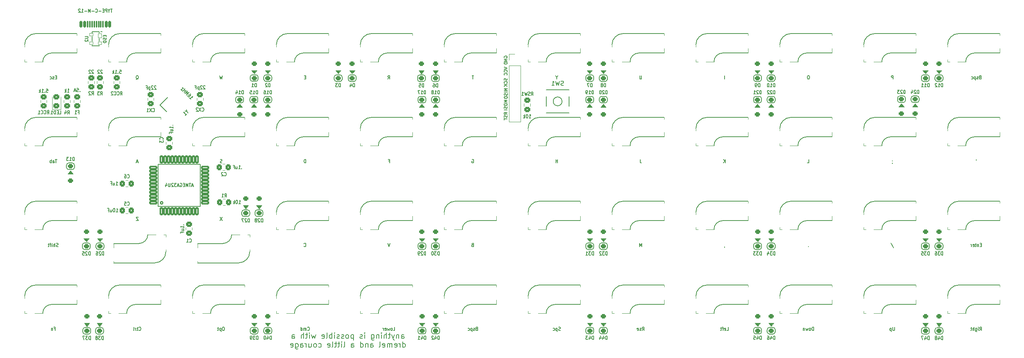
<source format=gbo>
G04 #@! TF.GenerationSoftware,KiCad,Pcbnew,(6.0.5-0)*
G04 #@! TF.CreationDate,2022-06-10T13:55:56-05:00*
G04 #@! TF.ProjectId,pcb,7063622e-6b69-4636-9164-5f7063625858,rev?*
G04 #@! TF.SameCoordinates,Original*
G04 #@! TF.FileFunction,Legend,Bot*
G04 #@! TF.FilePolarity,Positive*
%FSLAX46Y46*%
G04 Gerber Fmt 4.6, Leading zero omitted, Abs format (unit mm)*
G04 Created by KiCad (PCBNEW (6.0.5-0)) date 2022-06-10 13:55:56*
%MOMM*%
%LPD*%
G01*
G04 APERTURE LIST*
G04 Aperture macros list*
%AMRoundRect*
0 Rectangle with rounded corners*
0 $1 Rounding radius*
0 $2 $3 $4 $5 $6 $7 $8 $9 X,Y pos of 4 corners*
0 Add a 4 corners polygon primitive as box body*
4,1,4,$2,$3,$4,$5,$6,$7,$8,$9,$2,$3,0*
0 Add four circle primitives for the rounded corners*
1,1,$1+$1,$2,$3*
1,1,$1+$1,$4,$5*
1,1,$1+$1,$6,$7*
1,1,$1+$1,$8,$9*
0 Add four rect primitives between the rounded corners*
20,1,$1+$1,$2,$3,$4,$5,0*
20,1,$1+$1,$4,$5,$6,$7,0*
20,1,$1+$1,$6,$7,$8,$9,0*
20,1,$1+$1,$8,$9,$2,$3,0*%
%AMRotRect*
0 Rectangle, with rotation*
0 The origin of the aperture is its center*
0 $1 length*
0 $2 width*
0 $3 Rotation angle, in degrees counterclockwise*
0 Add horizontal line*
21,1,$1,$2,0,0,$3*%
G04 Aperture macros list end*
%ADD10C,0.150000*%
%ADD11C,0.200000*%
%ADD12C,0.127000*%
%ADD13C,0.120000*%
%ADD14C,0.100000*%
%ADD15C,0.203200*%
%ADD16C,0.254000*%
%ADD17C,3.800000*%
%ADD18R,2.550000X2.500000*%
%ADD19C,3.987800*%
%ADD20C,1.750000*%
%ADD21C,3.000000*%
%ADD22RoundRect,0.249999X-0.450001X0.325001X-0.450001X-0.325001X0.450001X-0.325001X0.450001X0.325001X0*%
%ADD23RoundRect,0.250000X0.350000X-0.250000X0.350000X0.250000X-0.350000X0.250000X-0.350000X-0.250000X0*%
%ADD24RoundRect,0.250000X-0.350000X0.250000X-0.350000X-0.250000X0.350000X-0.250000X0.350000X0.250000X0*%
%ADD25O,1.700000X1.700000*%
%ADD26R,1.700000X1.700000*%
%ADD27R,1.800000X1.100000*%
%ADD28RoundRect,0.200000X-0.750000X-0.250000X0.750000X-0.250000X0.750000X0.250000X-0.750000X0.250000X0*%
%ADD29RoundRect,0.200000X-0.250000X-0.750000X0.250000X-0.750000X0.250000X0.750000X-0.250000X0.750000X0*%
%ADD30RoundRect,0.249999X0.450001X-0.325001X0.450001X0.325001X-0.450001X0.325001X-0.450001X-0.325001X0*%
%ADD31RotRect,2.100000X1.800000X45.000000*%
%ADD32O,1.300000X2.400000*%
%ADD33O,1.300000X1.900000*%
%ADD34RoundRect,0.075000X-0.075000X-0.650000X0.075000X-0.650000X0.075000X0.650000X-0.075000X0.650000X0*%
%ADD35RoundRect,0.150000X-0.150000X-0.575000X0.150000X-0.575000X0.150000X0.575000X-0.150000X0.575000X0*%
%ADD36C,0.650000*%
%ADD37RoundRect,0.249999X-0.325001X-0.450001X0.325001X-0.450001X0.325001X0.450001X-0.325001X0.450001X0*%
%ADD38RoundRect,0.249999X0.325001X0.450001X-0.325001X0.450001X-0.325001X-0.450001X0.325001X-0.450001X0*%
%ADD39RoundRect,0.050000X-0.350000X0.500000X-0.350000X-0.500000X0.350000X-0.500000X0.350000X0.500000X0*%
%ADD40RoundRect,0.050000X-0.350000X0.300000X-0.350000X-0.300000X0.350000X-0.300000X0.350000X0.300000X0*%
G04 APERTURE END LIST*
D10*
X297223742Y-113682475D02*
X297457075Y-113301523D01*
X297623742Y-113682475D02*
X297623742Y-112882475D01*
X297357075Y-112882475D01*
X297290409Y-112920571D01*
X297257075Y-112958666D01*
X297223742Y-113034856D01*
X297223742Y-113149142D01*
X297257075Y-113225332D01*
X297290409Y-113263428D01*
X297357075Y-113301523D01*
X297623742Y-113301523D01*
X296923742Y-113682475D02*
X296923742Y-113149142D01*
X296923742Y-112882475D02*
X296957075Y-112920571D01*
X296923742Y-112958666D01*
X296890409Y-112920571D01*
X296923742Y-112882475D01*
X296923742Y-112958666D01*
X296290409Y-113149142D02*
X296290409Y-113796761D01*
X296323742Y-113872951D01*
X296357075Y-113911047D01*
X296423742Y-113949142D01*
X296523742Y-113949142D01*
X296590409Y-113911047D01*
X296290409Y-113644380D02*
X296357075Y-113682475D01*
X296490409Y-113682475D01*
X296557075Y-113644380D01*
X296590409Y-113606285D01*
X296623742Y-113530094D01*
X296623742Y-113301523D01*
X296590409Y-113225332D01*
X296557075Y-113187237D01*
X296490409Y-113149142D01*
X296357075Y-113149142D01*
X296290409Y-113187237D01*
X295957075Y-113682475D02*
X295957075Y-112882475D01*
X295657075Y-113682475D02*
X295657075Y-113263428D01*
X295690409Y-113187237D01*
X295757075Y-113149142D01*
X295857075Y-113149142D01*
X295923742Y-113187237D01*
X295957075Y-113225332D01*
X295423742Y-113149142D02*
X295157075Y-113149142D01*
X295323742Y-112882475D02*
X295323742Y-113568190D01*
X295290409Y-113644380D01*
X295223742Y-113682475D01*
X295157075Y-113682475D01*
X277907059Y-112882475D02*
X277907059Y-113530094D01*
X277873726Y-113606285D01*
X277840393Y-113644380D01*
X277773726Y-113682475D01*
X277640393Y-113682475D01*
X277573726Y-113644380D01*
X277540393Y-113606285D01*
X277507059Y-113530094D01*
X277507059Y-112882475D01*
X277173726Y-113149142D02*
X277173726Y-113949142D01*
X277173726Y-113187237D02*
X277107059Y-113149142D01*
X276973726Y-113149142D01*
X276907059Y-113187237D01*
X276873726Y-113225332D01*
X276840393Y-113301523D01*
X276840393Y-113530094D01*
X276873726Y-113606285D01*
X276907059Y-113644380D01*
X276973726Y-113682475D01*
X277107059Y-113682475D01*
X277173726Y-113644380D01*
X259523710Y-113682475D02*
X259523710Y-112882475D01*
X259357043Y-112882475D01*
X259257043Y-112920571D01*
X259190377Y-112996761D01*
X259157043Y-113072951D01*
X259123710Y-113225332D01*
X259123710Y-113339618D01*
X259157043Y-113491999D01*
X259190377Y-113568190D01*
X259257043Y-113644380D01*
X259357043Y-113682475D01*
X259523710Y-113682475D01*
X258723710Y-113682475D02*
X258790377Y-113644380D01*
X258823710Y-113606285D01*
X258857043Y-113530094D01*
X258857043Y-113301523D01*
X258823710Y-113225332D01*
X258790377Y-113187237D01*
X258723710Y-113149142D01*
X258623710Y-113149142D01*
X258557043Y-113187237D01*
X258523710Y-113225332D01*
X258490377Y-113301523D01*
X258490377Y-113530094D01*
X258523710Y-113606285D01*
X258557043Y-113644380D01*
X258623710Y-113682475D01*
X258723710Y-113682475D01*
X258257043Y-113149142D02*
X258123710Y-113682475D01*
X257990377Y-113301523D01*
X257857043Y-113682475D01*
X257723710Y-113149142D01*
X257457043Y-113149142D02*
X257457043Y-113682475D01*
X257457043Y-113225332D02*
X257423710Y-113187237D01*
X257357043Y-113149142D01*
X257257043Y-113149142D01*
X257190377Y-113187237D01*
X257157043Y-113263428D01*
X257157043Y-113682475D01*
X239773694Y-113682475D02*
X240107027Y-113682475D01*
X240107027Y-112882475D01*
X239273694Y-113644380D02*
X239340361Y-113682475D01*
X239473694Y-113682475D01*
X239540361Y-113644380D01*
X239573694Y-113568190D01*
X239573694Y-113263428D01*
X239540361Y-113187237D01*
X239473694Y-113149142D01*
X239340361Y-113149142D01*
X239273694Y-113187237D01*
X239240361Y-113263428D01*
X239240361Y-113339618D01*
X239573694Y-113415809D01*
X239040361Y-113149142D02*
X238773694Y-113149142D01*
X238940361Y-113682475D02*
X238940361Y-112996761D01*
X238907027Y-112920571D01*
X238840361Y-112882475D01*
X238773694Y-112882475D01*
X238640361Y-113149142D02*
X238373694Y-113149142D01*
X238540361Y-112882475D02*
X238540361Y-113568190D01*
X238507027Y-113644380D01*
X238440361Y-113682475D01*
X238373694Y-113682475D01*
X220607011Y-113682475D02*
X220840345Y-113301523D01*
X221007011Y-113682475D02*
X221007011Y-112882475D01*
X220740345Y-112882475D01*
X220673678Y-112920571D01*
X220640345Y-112958666D01*
X220607011Y-113034856D01*
X220607011Y-113149142D01*
X220640345Y-113225332D01*
X220673678Y-113263428D01*
X220740345Y-113301523D01*
X221007011Y-113301523D01*
X220340345Y-113644380D02*
X220273678Y-113682475D01*
X220140345Y-113682475D01*
X220073678Y-113644380D01*
X220040345Y-113568190D01*
X220040345Y-113530094D01*
X220073678Y-113453904D01*
X220140345Y-113415809D01*
X220240345Y-113415809D01*
X220307011Y-113377713D01*
X220340345Y-113301523D01*
X220340345Y-113263428D01*
X220307011Y-113187237D01*
X220240345Y-113149142D01*
X220140345Y-113149142D01*
X220073678Y-113187237D01*
X219473678Y-113644380D02*
X219540345Y-113682475D01*
X219673678Y-113682475D01*
X219740345Y-113644380D01*
X219773678Y-113568190D01*
X219773678Y-113263428D01*
X219740345Y-113187237D01*
X219673678Y-113149142D01*
X219540345Y-113149142D01*
X219473678Y-113187237D01*
X219440345Y-113263428D01*
X219440345Y-113339618D01*
X219773678Y-113415809D01*
X202006995Y-113644380D02*
X201906995Y-113682475D01*
X201740329Y-113682475D01*
X201673662Y-113644380D01*
X201640329Y-113606285D01*
X201606995Y-113530094D01*
X201606995Y-113453904D01*
X201640329Y-113377713D01*
X201673662Y-113339618D01*
X201740329Y-113301523D01*
X201873662Y-113263428D01*
X201940329Y-113225332D01*
X201973662Y-113187237D01*
X202006995Y-113111047D01*
X202006995Y-113034856D01*
X201973662Y-112958666D01*
X201940329Y-112920571D01*
X201873662Y-112882475D01*
X201706995Y-112882475D01*
X201606995Y-112920571D01*
X201306995Y-113149142D02*
X201306995Y-113949142D01*
X201306995Y-113187237D02*
X201240329Y-113149142D01*
X201106995Y-113149142D01*
X201040329Y-113187237D01*
X201006995Y-113225332D01*
X200973662Y-113301523D01*
X200973662Y-113530094D01*
X201006995Y-113606285D01*
X201040329Y-113644380D01*
X201106995Y-113682475D01*
X201240329Y-113682475D01*
X201306995Y-113644380D01*
X200373662Y-113644380D02*
X200440329Y-113682475D01*
X200573662Y-113682475D01*
X200640329Y-113644380D01*
X200673662Y-113606285D01*
X200706995Y-113530094D01*
X200706995Y-113301523D01*
X200673662Y-113225332D01*
X200640329Y-113187237D01*
X200573662Y-113149142D01*
X200440329Y-113149142D01*
X200373662Y-113187237D01*
X182990313Y-113263428D02*
X182890313Y-113301523D01*
X182856979Y-113339618D01*
X182823646Y-113415809D01*
X182823646Y-113530094D01*
X182856979Y-113606285D01*
X182890313Y-113644380D01*
X182956979Y-113682475D01*
X183223646Y-113682475D01*
X183223646Y-112882475D01*
X182990313Y-112882475D01*
X182923646Y-112920571D01*
X182890313Y-112958666D01*
X182856979Y-113034856D01*
X182856979Y-113111047D01*
X182890313Y-113187237D01*
X182923646Y-113225332D01*
X182990313Y-113263428D01*
X183223646Y-113263428D01*
X182556979Y-113644380D02*
X182490313Y-113682475D01*
X182356979Y-113682475D01*
X182290313Y-113644380D01*
X182256979Y-113568190D01*
X182256979Y-113530094D01*
X182290313Y-113453904D01*
X182356979Y-113415809D01*
X182456979Y-113415809D01*
X182523646Y-113377713D01*
X182556979Y-113301523D01*
X182556979Y-113263428D01*
X182523646Y-113187237D01*
X182456979Y-113149142D01*
X182356979Y-113149142D01*
X182290313Y-113187237D01*
X181956979Y-113149142D02*
X181956979Y-113949142D01*
X181956979Y-113187237D02*
X181890313Y-113149142D01*
X181756979Y-113149142D01*
X181690313Y-113187237D01*
X181656979Y-113225332D01*
X181623646Y-113301523D01*
X181623646Y-113530094D01*
X181656979Y-113606285D01*
X181690313Y-113644380D01*
X181756979Y-113682475D01*
X181890313Y-113682475D01*
X181956979Y-113644380D01*
X181023646Y-113644380D02*
X181090313Y-113682475D01*
X181223646Y-113682475D01*
X181290313Y-113644380D01*
X181323646Y-113606285D01*
X181356979Y-113530094D01*
X181356979Y-113301523D01*
X181323646Y-113225332D01*
X181290313Y-113187237D01*
X181223646Y-113149142D01*
X181090313Y-113149142D01*
X181023646Y-113187237D01*
X164073630Y-113682475D02*
X164406963Y-113682475D01*
X164406963Y-112882475D01*
X163740297Y-113682475D02*
X163806963Y-113644380D01*
X163840297Y-113606285D01*
X163873630Y-113530094D01*
X163873630Y-113301523D01*
X163840297Y-113225332D01*
X163806963Y-113187237D01*
X163740297Y-113149142D01*
X163640297Y-113149142D01*
X163573630Y-113187237D01*
X163540297Y-113225332D01*
X163506963Y-113301523D01*
X163506963Y-113530094D01*
X163540297Y-113606285D01*
X163573630Y-113644380D01*
X163640297Y-113682475D01*
X163740297Y-113682475D01*
X163273630Y-113149142D02*
X163140297Y-113682475D01*
X163006963Y-113301523D01*
X162873630Y-113682475D01*
X162740297Y-113149142D01*
X162206963Y-113644380D02*
X162273630Y-113682475D01*
X162406963Y-113682475D01*
X162473630Y-113644380D01*
X162506963Y-113568190D01*
X162506963Y-113263428D01*
X162473630Y-113187237D01*
X162406963Y-113149142D01*
X162273630Y-113149142D01*
X162206963Y-113187237D01*
X162173630Y-113263428D01*
X162173630Y-113339618D01*
X162506963Y-113415809D01*
X161873630Y-113682475D02*
X161873630Y-113149142D01*
X161873630Y-113301523D02*
X161840297Y-113225332D01*
X161806963Y-113187237D01*
X161740297Y-113149142D01*
X161673630Y-113149142D01*
X144606947Y-113606285D02*
X144640281Y-113644380D01*
X144740281Y-113682475D01*
X144806947Y-113682475D01*
X144906947Y-113644380D01*
X144973614Y-113568190D01*
X145006947Y-113491999D01*
X145040281Y-113339618D01*
X145040281Y-113225332D01*
X145006947Y-113072951D01*
X144973614Y-112996761D01*
X144906947Y-112920571D01*
X144806947Y-112882475D01*
X144740281Y-112882475D01*
X144640281Y-112920571D01*
X144606947Y-112958666D01*
X144306947Y-113682475D02*
X144306947Y-113149142D01*
X144306947Y-113225332D02*
X144273614Y-113187237D01*
X144206947Y-113149142D01*
X144106947Y-113149142D01*
X144040281Y-113187237D01*
X144006947Y-113263428D01*
X144006947Y-113682475D01*
X144006947Y-113263428D02*
X143973614Y-113187237D01*
X143906947Y-113149142D01*
X143806947Y-113149142D01*
X143740281Y-113187237D01*
X143706947Y-113263428D01*
X143706947Y-113682475D01*
X143073614Y-113682475D02*
X143073614Y-112882475D01*
X143073614Y-113644380D02*
X143140281Y-113682475D01*
X143273614Y-113682475D01*
X143340281Y-113644380D01*
X143373614Y-113606285D01*
X143406947Y-113530094D01*
X143406947Y-113301523D01*
X143373614Y-113225332D01*
X143340281Y-113187237D01*
X143273614Y-113149142D01*
X143140281Y-113149142D01*
X143073614Y-113187237D01*
X125573598Y-112882475D02*
X125440265Y-112882475D01*
X125373598Y-112920571D01*
X125306931Y-112996761D01*
X125273598Y-113149142D01*
X125273598Y-113415809D01*
X125306931Y-113568190D01*
X125373598Y-113644380D01*
X125440265Y-113682475D01*
X125573598Y-113682475D01*
X125640265Y-113644380D01*
X125706931Y-113568190D01*
X125740265Y-113415809D01*
X125740265Y-113149142D01*
X125706931Y-112996761D01*
X125640265Y-112920571D01*
X125573598Y-112882475D01*
X124973598Y-113149142D02*
X124973598Y-113949142D01*
X124973598Y-113187237D02*
X124906931Y-113149142D01*
X124773598Y-113149142D01*
X124706931Y-113187237D01*
X124673598Y-113225332D01*
X124640265Y-113301523D01*
X124640265Y-113530094D01*
X124673598Y-113606285D01*
X124706931Y-113644380D01*
X124773598Y-113682475D01*
X124906931Y-113682475D01*
X124973598Y-113644380D01*
X124440265Y-113149142D02*
X124173598Y-113149142D01*
X124340265Y-112882475D02*
X124340265Y-113568190D01*
X124306931Y-113644380D01*
X124240265Y-113682475D01*
X124173598Y-113682475D01*
X106323582Y-113606285D02*
X106356915Y-113644380D01*
X106456915Y-113682475D01*
X106523582Y-113682475D01*
X106623582Y-113644380D01*
X106690249Y-113568190D01*
X106723582Y-113491999D01*
X106756915Y-113339618D01*
X106756915Y-113225332D01*
X106723582Y-113072951D01*
X106690249Y-112996761D01*
X106623582Y-112920571D01*
X106523582Y-112882475D01*
X106456915Y-112882475D01*
X106356915Y-112920571D01*
X106323582Y-112958666D01*
X106123582Y-113149142D02*
X105856915Y-113149142D01*
X106023582Y-112882475D02*
X106023582Y-113568190D01*
X105990249Y-113644380D01*
X105923582Y-113682475D01*
X105856915Y-113682475D01*
X105623582Y-113682475D02*
X105623582Y-113149142D01*
X105623582Y-113301523D02*
X105590249Y-113225332D01*
X105556915Y-113187237D01*
X105490249Y-113149142D01*
X105423582Y-113149142D01*
X105090249Y-113682475D02*
X105156915Y-113644380D01*
X105190249Y-113568190D01*
X105190249Y-112882475D01*
X87106899Y-113263428D02*
X87340233Y-113263428D01*
X87340233Y-113682475D02*
X87340233Y-112882475D01*
X87006899Y-112882475D01*
X86740233Y-113149142D02*
X86740233Y-113682475D01*
X86740233Y-113225332D02*
X86706899Y-113187237D01*
X86640233Y-113149142D01*
X86540233Y-113149142D01*
X86473566Y-113187237D01*
X86440233Y-113263428D01*
X86440233Y-113682475D01*
X277090393Y-93794364D02*
X277690393Y-94822935D01*
X297623742Y-94213412D02*
X297390409Y-94213412D01*
X297290409Y-94632459D02*
X297623742Y-94632459D01*
X297623742Y-93832459D01*
X297290409Y-93832459D01*
X296990409Y-94099126D02*
X296990409Y-94632459D01*
X296990409Y-94175316D02*
X296957075Y-94137221D01*
X296890409Y-94099126D01*
X296790409Y-94099126D01*
X296723742Y-94137221D01*
X296690409Y-94213412D01*
X296690409Y-94632459D01*
X296457075Y-94099126D02*
X296190409Y-94099126D01*
X296357075Y-93832459D02*
X296357075Y-94518174D01*
X296323742Y-94594364D01*
X296257075Y-94632459D01*
X296190409Y-94632459D01*
X295690409Y-94594364D02*
X295757075Y-94632459D01*
X295890409Y-94632459D01*
X295957075Y-94594364D01*
X295990409Y-94518174D01*
X295990409Y-94213412D01*
X295957075Y-94137221D01*
X295890409Y-94099126D01*
X295757075Y-94099126D01*
X295690409Y-94137221D01*
X295657075Y-94213412D01*
X295657075Y-94289602D01*
X295990409Y-94365793D01*
X295357075Y-94632459D02*
X295357075Y-94099126D01*
X295357075Y-94251507D02*
X295323742Y-94175316D01*
X295290409Y-94137221D01*
X295223742Y-94099126D01*
X295157075Y-94099126D01*
X258340377Y-94556269D02*
X258307043Y-94594364D01*
X258340377Y-94632459D01*
X258373710Y-94594364D01*
X258340377Y-94556269D01*
X258340377Y-94632459D01*
X239257027Y-94594364D02*
X239257027Y-94632459D01*
X239290361Y-94708650D01*
X239323694Y-94746745D01*
X220473678Y-94632459D02*
X220473678Y-93832459D01*
X220240345Y-94403888D01*
X220007011Y-93832459D01*
X220007011Y-94632459D01*
X182090313Y-94213412D02*
X181990313Y-94251507D01*
X181956979Y-94289602D01*
X181923646Y-94365793D01*
X181923646Y-94480078D01*
X181956979Y-94556269D01*
X181990313Y-94594364D01*
X182056979Y-94632459D01*
X182323646Y-94632459D01*
X182323646Y-93832459D01*
X182090313Y-93832459D01*
X182023646Y-93870555D01*
X181990313Y-93908650D01*
X181956979Y-93984840D01*
X181956979Y-94061031D01*
X181990313Y-94137221D01*
X182023646Y-94175316D01*
X182090313Y-94213412D01*
X182323646Y-94213412D01*
X163323630Y-93832459D02*
X163090297Y-94632459D01*
X162856963Y-93832459D01*
X143823614Y-94556269D02*
X143856947Y-94594364D01*
X143956947Y-94632459D01*
X144023614Y-94632459D01*
X144123614Y-94594364D01*
X144190281Y-94518174D01*
X144223614Y-94441983D01*
X144256947Y-94289602D01*
X144256947Y-94175316D01*
X144223614Y-94022935D01*
X144190281Y-93946745D01*
X144123614Y-93870555D01*
X144023614Y-93832459D01*
X143956947Y-93832459D01*
X143856947Y-93870555D01*
X143823614Y-93908650D01*
X125223598Y-87879329D02*
X124756931Y-88679329D01*
X124756931Y-87879329D02*
X125223598Y-88679329D01*
X106173582Y-87879329D02*
X105706915Y-87879329D01*
X106173582Y-88679329D01*
X105706915Y-88679329D01*
X87973566Y-94594364D02*
X87873566Y-94632459D01*
X87706899Y-94632459D01*
X87640233Y-94594364D01*
X87606899Y-94556269D01*
X87573566Y-94480078D01*
X87573566Y-94403888D01*
X87606899Y-94327697D01*
X87640233Y-94289602D01*
X87706899Y-94251507D01*
X87840233Y-94213412D01*
X87906899Y-94175316D01*
X87940233Y-94137221D01*
X87973566Y-94061031D01*
X87973566Y-93984840D01*
X87940233Y-93908650D01*
X87906899Y-93870555D01*
X87840233Y-93832459D01*
X87673566Y-93832459D01*
X87573566Y-93870555D01*
X87273566Y-94632459D02*
X87273566Y-93832459D01*
X86973566Y-94632459D02*
X86973566Y-94213412D01*
X87006899Y-94137221D01*
X87073566Y-94099126D01*
X87173566Y-94099126D01*
X87240233Y-94137221D01*
X87273566Y-94175316D01*
X86640233Y-94632459D02*
X86640233Y-94099126D01*
X86640233Y-93832459D02*
X86673566Y-93870555D01*
X86640233Y-93908650D01*
X86606899Y-93870555D01*
X86640233Y-93832459D01*
X86640233Y-93908650D01*
X86406899Y-94099126D02*
X86140233Y-94099126D01*
X86306899Y-94632459D02*
X86306899Y-93946745D01*
X86273566Y-93870555D01*
X86206899Y-93832459D01*
X86140233Y-93832459D01*
X86006899Y-94099126D02*
X85740233Y-94099126D01*
X85906899Y-93832459D02*
X85906899Y-94518174D01*
X85873566Y-94594364D01*
X85806899Y-94632459D01*
X85740233Y-94632459D01*
X296407075Y-74782443D02*
X296473742Y-74934824D01*
X277357059Y-75544348D02*
X277357059Y-75582443D01*
X277390393Y-75658634D01*
X277423726Y-75696729D01*
X277390393Y-75087205D02*
X277357059Y-75125300D01*
X277390393Y-75163396D01*
X277423726Y-75125300D01*
X277390393Y-75087205D01*
X277390393Y-75163396D01*
X258123710Y-75582443D02*
X258457043Y-75582443D01*
X258457043Y-74782443D01*
X239473694Y-75582443D02*
X239473694Y-74782443D01*
X239073694Y-75582443D02*
X239373694Y-75125300D01*
X239073694Y-74782443D02*
X239473694Y-75239586D01*
X220140345Y-74782443D02*
X220140345Y-75353872D01*
X220173678Y-75468158D01*
X220240345Y-75544348D01*
X220340345Y-75582443D01*
X220407011Y-75582443D01*
X201390329Y-75582443D02*
X201390329Y-74782443D01*
X201390329Y-75163396D02*
X200990329Y-75163396D01*
X200990329Y-75582443D02*
X200990329Y-74782443D01*
X181956979Y-74820539D02*
X182023646Y-74782443D01*
X182123646Y-74782443D01*
X182223646Y-74820539D01*
X182290313Y-74896729D01*
X182323646Y-74972919D01*
X182356979Y-75125300D01*
X182356979Y-75239586D01*
X182323646Y-75391967D01*
X182290313Y-75468158D01*
X182223646Y-75544348D01*
X182123646Y-75582443D01*
X182056979Y-75582443D01*
X181956979Y-75544348D01*
X181923646Y-75506253D01*
X181923646Y-75239586D01*
X182056979Y-75239586D01*
X162990297Y-75163396D02*
X163223630Y-75163396D01*
X163223630Y-75582443D02*
X163223630Y-74782443D01*
X162890297Y-74782443D01*
X144223614Y-75582443D02*
X144223614Y-74782443D01*
X144056947Y-74782443D01*
X143956947Y-74820539D01*
X143890281Y-74896729D01*
X143856947Y-74972919D01*
X143823614Y-75125300D01*
X143823614Y-75239586D01*
X143856947Y-75391967D01*
X143890281Y-75468158D01*
X143956947Y-75544348D01*
X144056947Y-75582443D01*
X144223614Y-75582443D01*
X125190265Y-75544348D02*
X125090265Y-75582443D01*
X124923598Y-75582443D01*
X124856931Y-75544348D01*
X124823598Y-75506253D01*
X124790265Y-75430062D01*
X124790265Y-75353872D01*
X124823598Y-75277681D01*
X124856931Y-75239586D01*
X124923598Y-75201491D01*
X125056931Y-75163396D01*
X125123598Y-75125300D01*
X125156931Y-75087205D01*
X125190265Y-75011015D01*
X125190265Y-74934824D01*
X125156931Y-74858634D01*
X125123598Y-74820539D01*
X125056931Y-74782443D01*
X124890265Y-74782443D01*
X124790265Y-74820539D01*
X106106915Y-75353872D02*
X105773582Y-75353872D01*
X106173582Y-75582443D02*
X105940249Y-74782443D01*
X105706915Y-75582443D01*
X87723566Y-74782443D02*
X87323566Y-74782443D01*
X87523566Y-75582443D02*
X87523566Y-74782443D01*
X86790233Y-75582443D02*
X86790233Y-75163396D01*
X86823566Y-75087205D01*
X86890233Y-75049110D01*
X87023566Y-75049110D01*
X87090233Y-75087205D01*
X86790233Y-75544348D02*
X86856899Y-75582443D01*
X87023566Y-75582443D01*
X87090233Y-75544348D01*
X87123566Y-75468158D01*
X87123566Y-75391967D01*
X87090233Y-75315777D01*
X87023566Y-75277681D01*
X86856899Y-75277681D01*
X86790233Y-75239586D01*
X86456899Y-75582443D02*
X86456899Y-74782443D01*
X86456899Y-75087205D02*
X86390233Y-75049110D01*
X86256899Y-75049110D01*
X86190233Y-75087205D01*
X86156899Y-75125300D01*
X86123566Y-75201491D01*
X86123566Y-75430062D01*
X86156899Y-75506253D01*
X86190233Y-75544348D01*
X86256899Y-75582443D01*
X86390233Y-75582443D01*
X86456899Y-75544348D01*
X297290409Y-56113380D02*
X297190409Y-56151475D01*
X297157075Y-56189570D01*
X297123742Y-56265761D01*
X297123742Y-56380046D01*
X297157075Y-56456237D01*
X297190409Y-56494332D01*
X297257075Y-56532427D01*
X297523742Y-56532427D01*
X297523742Y-55732427D01*
X297290409Y-55732427D01*
X297223742Y-55770523D01*
X297190409Y-55808618D01*
X297157075Y-55884808D01*
X297157075Y-55960999D01*
X297190409Y-56037189D01*
X297223742Y-56075284D01*
X297290409Y-56113380D01*
X297523742Y-56113380D01*
X296857075Y-56494332D02*
X296790409Y-56532427D01*
X296657075Y-56532427D01*
X296590409Y-56494332D01*
X296557075Y-56418142D01*
X296557075Y-56380046D01*
X296590409Y-56303856D01*
X296657075Y-56265761D01*
X296757075Y-56265761D01*
X296823742Y-56227665D01*
X296857075Y-56151475D01*
X296857075Y-56113380D01*
X296823742Y-56037189D01*
X296757075Y-55999094D01*
X296657075Y-55999094D01*
X296590409Y-56037189D01*
X296257075Y-55999094D02*
X296257075Y-56799094D01*
X296257075Y-56037189D02*
X296190409Y-55999094D01*
X296057075Y-55999094D01*
X295990409Y-56037189D01*
X295957075Y-56075284D01*
X295923742Y-56151475D01*
X295923742Y-56380046D01*
X295957075Y-56456237D01*
X295990409Y-56494332D01*
X296057075Y-56532427D01*
X296190409Y-56532427D01*
X296257075Y-56494332D01*
X295323742Y-56494332D02*
X295390409Y-56532427D01*
X295523742Y-56532427D01*
X295590409Y-56494332D01*
X295623742Y-56456237D01*
X295657075Y-56380046D01*
X295657075Y-56151475D01*
X295623742Y-56075284D01*
X295590409Y-56037189D01*
X295523742Y-55999094D01*
X295390409Y-55999094D01*
X295323742Y-56037189D01*
X277573726Y-56532427D02*
X277573726Y-55732427D01*
X277307059Y-55732427D01*
X277240393Y-55770523D01*
X277207059Y-55808618D01*
X277173726Y-55884808D01*
X277173726Y-55999094D01*
X277207059Y-56075284D01*
X277240393Y-56113380D01*
X277307059Y-56151475D01*
X277573726Y-56151475D01*
X258407043Y-55732427D02*
X258273710Y-55732427D01*
X258207043Y-55770523D01*
X258140377Y-55846713D01*
X258107043Y-55999094D01*
X258107043Y-56265761D01*
X258140377Y-56418142D01*
X258207043Y-56494332D01*
X258273710Y-56532427D01*
X258407043Y-56532427D01*
X258473710Y-56494332D01*
X258540377Y-56418142D01*
X258573710Y-56265761D01*
X258573710Y-55999094D01*
X258540377Y-55846713D01*
X258473710Y-55770523D01*
X258407043Y-55732427D01*
X239290361Y-56532427D02*
X239290361Y-55732427D01*
X220440345Y-55732427D02*
X220440345Y-56380046D01*
X220407011Y-56456237D01*
X220373678Y-56494332D01*
X220307011Y-56532427D01*
X220173678Y-56532427D01*
X220107011Y-56494332D01*
X220073678Y-56456237D01*
X220040345Y-56380046D01*
X220040345Y-55732427D01*
X201190329Y-56151475D02*
X201190329Y-56532427D01*
X201423662Y-55732427D02*
X201190329Y-56151475D01*
X200956995Y-55732427D01*
X182340313Y-55732427D02*
X181940313Y-55732427D01*
X182140313Y-56532427D02*
X182140313Y-55732427D01*
X162873630Y-56532427D02*
X163106963Y-56151475D01*
X163273630Y-56532427D02*
X163273630Y-55732427D01*
X163006963Y-55732427D01*
X162940297Y-55770523D01*
X162906963Y-55808618D01*
X162873630Y-55884808D01*
X162873630Y-55999094D01*
X162906963Y-56075284D01*
X162940297Y-56113380D01*
X163006963Y-56151475D01*
X163273630Y-56151475D01*
X144190281Y-56113380D02*
X143956947Y-56113380D01*
X143856947Y-56532427D02*
X144190281Y-56532427D01*
X144190281Y-55732427D01*
X143856947Y-55732427D01*
X125290265Y-55732427D02*
X125123598Y-56532427D01*
X124990265Y-55960999D01*
X124856931Y-56532427D01*
X124690265Y-55732427D01*
X105673582Y-56608618D02*
X105740249Y-56570523D01*
X105806915Y-56494332D01*
X105906915Y-56380046D01*
X105973582Y-56341951D01*
X106040249Y-56341951D01*
X106006915Y-56532427D02*
X106073582Y-56494332D01*
X106140249Y-56418142D01*
X106173582Y-56265761D01*
X106173582Y-55999094D01*
X106140249Y-55846713D01*
X106073582Y-55770523D01*
X106006915Y-55732427D01*
X105873582Y-55732427D01*
X105806915Y-55770523D01*
X105740249Y-55846713D01*
X105706915Y-55999094D01*
X105706915Y-56265761D01*
X105740249Y-56418142D01*
X105806915Y-56494332D01*
X105873582Y-56532427D01*
X106006915Y-56532427D01*
X87623566Y-56113380D02*
X87390233Y-56113380D01*
X87290233Y-56532427D02*
X87623566Y-56532427D01*
X87623566Y-55732427D01*
X87290233Y-55732427D01*
X87023566Y-56494332D02*
X86956899Y-56532427D01*
X86823566Y-56532427D01*
X86756899Y-56494332D01*
X86723566Y-56418142D01*
X86723566Y-56380046D01*
X86756899Y-56303856D01*
X86823566Y-56265761D01*
X86923566Y-56265761D01*
X86990233Y-56227665D01*
X87023566Y-56151475D01*
X87023566Y-56113380D01*
X86990233Y-56037189D01*
X86923566Y-55999094D01*
X86823566Y-55999094D01*
X86756899Y-56037189D01*
X86123566Y-56494332D02*
X86190233Y-56532427D01*
X86323566Y-56532427D01*
X86390233Y-56494332D01*
X86423566Y-56456237D01*
X86456899Y-56380046D01*
X86456899Y-56151475D01*
X86423566Y-56075284D01*
X86390233Y-56037189D01*
X86323566Y-55999094D01*
X86190233Y-55999094D01*
X86123566Y-56037189D01*
X117832025Y-60835041D02*
X118114868Y-61117884D01*
X117973447Y-60976462D02*
X118539132Y-60410777D01*
X118505460Y-60538729D01*
X118498726Y-60639745D01*
X118518929Y-60713823D01*
X117973447Y-59845091D02*
X118067727Y-59939372D01*
X118087931Y-60013450D01*
X118084563Y-60063958D01*
X118050892Y-60191910D01*
X117966712Y-60323230D01*
X117751213Y-60538729D01*
X117673768Y-60569034D01*
X117623260Y-60572401D01*
X117549183Y-60552198D01*
X117454902Y-60457917D01*
X117434699Y-60383839D01*
X117438066Y-60333332D01*
X117468370Y-60255887D01*
X117603057Y-60121200D01*
X117680502Y-60090895D01*
X117731010Y-60087528D01*
X117805088Y-60107731D01*
X117899369Y-60202012D01*
X117919572Y-60276090D01*
X117916205Y-60326597D01*
X117885900Y-60404042D01*
X117148489Y-60151504D02*
X117714174Y-59585819D01*
X117145121Y-59824888D01*
X117384191Y-59255836D01*
X116818505Y-59821521D01*
X116582803Y-59585819D02*
X117148489Y-59020133D01*
X116879115Y-59289507D02*
X116596272Y-59006665D01*
X116299961Y-59302976D02*
X116865646Y-58737291D01*
X116488522Y-58737291D02*
X116229250Y-58478018D01*
X116111399Y-59114414D01*
X115852126Y-58855142D01*
D11*
X165933082Y-115453176D02*
X165933082Y-114798414D01*
X165992605Y-114679366D01*
X166111653Y-114619842D01*
X166349748Y-114619842D01*
X166468796Y-114679366D01*
X165933082Y-115393652D02*
X166052129Y-115453176D01*
X166349748Y-115453176D01*
X166468796Y-115393652D01*
X166528320Y-115274604D01*
X166528320Y-115155557D01*
X166468796Y-115036509D01*
X166349748Y-114976985D01*
X166052129Y-114976985D01*
X165933082Y-114917461D01*
X165337844Y-114619842D02*
X165337844Y-115453176D01*
X165337844Y-114738890D02*
X165278320Y-114679366D01*
X165159272Y-114619842D01*
X164980701Y-114619842D01*
X164861653Y-114679366D01*
X164802129Y-114798414D01*
X164802129Y-115453176D01*
X164325939Y-114619842D02*
X164028320Y-115453176D01*
X163730701Y-114619842D02*
X164028320Y-115453176D01*
X164147367Y-115750795D01*
X164206891Y-115810319D01*
X164325939Y-115869842D01*
X163433082Y-114619842D02*
X162956891Y-114619842D01*
X163254510Y-114203176D02*
X163254510Y-115274604D01*
X163194986Y-115393652D01*
X163075939Y-115453176D01*
X162956891Y-115453176D01*
X162540225Y-115453176D02*
X162540225Y-114203176D01*
X162004510Y-115453176D02*
X162004510Y-114798414D01*
X162064034Y-114679366D01*
X162183082Y-114619842D01*
X162361653Y-114619842D01*
X162480701Y-114679366D01*
X162540225Y-114738890D01*
X161409272Y-115453176D02*
X161409272Y-114619842D01*
X161409272Y-114203176D02*
X161468796Y-114262700D01*
X161409272Y-114322223D01*
X161349748Y-114262700D01*
X161409272Y-114203176D01*
X161409272Y-114322223D01*
X160814034Y-114619842D02*
X160814034Y-115453176D01*
X160814034Y-114738890D02*
X160754510Y-114679366D01*
X160635463Y-114619842D01*
X160456891Y-114619842D01*
X160337844Y-114679366D01*
X160278320Y-114798414D01*
X160278320Y-115453176D01*
X159147367Y-114619842D02*
X159147367Y-115631747D01*
X159206891Y-115750795D01*
X159266415Y-115810319D01*
X159385463Y-115869842D01*
X159564034Y-115869842D01*
X159683082Y-115810319D01*
X159147367Y-115393652D02*
X159266415Y-115453176D01*
X159504510Y-115453176D01*
X159623558Y-115393652D01*
X159683082Y-115334128D01*
X159742605Y-115215080D01*
X159742605Y-114857938D01*
X159683082Y-114738890D01*
X159623558Y-114679366D01*
X159504510Y-114619842D01*
X159266415Y-114619842D01*
X159147367Y-114679366D01*
X157599748Y-115453176D02*
X157599748Y-114619842D01*
X157599748Y-114203176D02*
X157659272Y-114262700D01*
X157599748Y-114322223D01*
X157540225Y-114262700D01*
X157599748Y-114203176D01*
X157599748Y-114322223D01*
X157064034Y-115393652D02*
X156944986Y-115453176D01*
X156706891Y-115453176D01*
X156587844Y-115393652D01*
X156528320Y-115274604D01*
X156528320Y-115215080D01*
X156587844Y-115096033D01*
X156706891Y-115036509D01*
X156885463Y-115036509D01*
X157004510Y-114976985D01*
X157064034Y-114857938D01*
X157064034Y-114798414D01*
X157004510Y-114679366D01*
X156885463Y-114619842D01*
X156706891Y-114619842D01*
X156587844Y-114679366D01*
X155040225Y-114619842D02*
X155040225Y-115869842D01*
X155040225Y-114679366D02*
X154921177Y-114619842D01*
X154683082Y-114619842D01*
X154564034Y-114679366D01*
X154504510Y-114738890D01*
X154444986Y-114857938D01*
X154444986Y-115215080D01*
X154504510Y-115334128D01*
X154564034Y-115393652D01*
X154683082Y-115453176D01*
X154921177Y-115453176D01*
X155040225Y-115393652D01*
X153730701Y-115453176D02*
X153849748Y-115393652D01*
X153909272Y-115334128D01*
X153968796Y-115215080D01*
X153968796Y-114857938D01*
X153909272Y-114738890D01*
X153849748Y-114679366D01*
X153730701Y-114619842D01*
X153552129Y-114619842D01*
X153433082Y-114679366D01*
X153373558Y-114738890D01*
X153314034Y-114857938D01*
X153314034Y-115215080D01*
X153373558Y-115334128D01*
X153433082Y-115393652D01*
X153552129Y-115453176D01*
X153730701Y-115453176D01*
X152837844Y-115393652D02*
X152718796Y-115453176D01*
X152480701Y-115453176D01*
X152361653Y-115393652D01*
X152302129Y-115274604D01*
X152302129Y-115215080D01*
X152361653Y-115096033D01*
X152480701Y-115036509D01*
X152659272Y-115036509D01*
X152778320Y-114976985D01*
X152837844Y-114857938D01*
X152837844Y-114798414D01*
X152778320Y-114679366D01*
X152659272Y-114619842D01*
X152480701Y-114619842D01*
X152361653Y-114679366D01*
X151825939Y-115393652D02*
X151706891Y-115453176D01*
X151468796Y-115453176D01*
X151349748Y-115393652D01*
X151290225Y-115274604D01*
X151290225Y-115215080D01*
X151349748Y-115096033D01*
X151468796Y-115036509D01*
X151647367Y-115036509D01*
X151766415Y-114976985D01*
X151825939Y-114857938D01*
X151825939Y-114798414D01*
X151766415Y-114679366D01*
X151647367Y-114619842D01*
X151468796Y-114619842D01*
X151349748Y-114679366D01*
X150754510Y-115453176D02*
X150754510Y-114619842D01*
X150754510Y-114203176D02*
X150814034Y-114262700D01*
X150754510Y-114322223D01*
X150694986Y-114262700D01*
X150754510Y-114203176D01*
X150754510Y-114322223D01*
X150159272Y-115453176D02*
X150159272Y-114203176D01*
X150159272Y-114679366D02*
X150040225Y-114619842D01*
X149802129Y-114619842D01*
X149683082Y-114679366D01*
X149623558Y-114738890D01*
X149564034Y-114857938D01*
X149564034Y-115215080D01*
X149623558Y-115334128D01*
X149683082Y-115393652D01*
X149802129Y-115453176D01*
X150040225Y-115453176D01*
X150159272Y-115393652D01*
X148849748Y-115453176D02*
X148968796Y-115393652D01*
X149028320Y-115274604D01*
X149028320Y-114203176D01*
X147897367Y-115393652D02*
X148016415Y-115453176D01*
X148254510Y-115453176D01*
X148373558Y-115393652D01*
X148433082Y-115274604D01*
X148433082Y-114798414D01*
X148373558Y-114679366D01*
X148254510Y-114619842D01*
X148016415Y-114619842D01*
X147897367Y-114679366D01*
X147837844Y-114798414D01*
X147837844Y-114917461D01*
X148433082Y-115036509D01*
X146468796Y-114619842D02*
X146230701Y-115453176D01*
X145992605Y-114857938D01*
X145754510Y-115453176D01*
X145516415Y-114619842D01*
X145040225Y-115453176D02*
X145040225Y-114619842D01*
X145040225Y-114203176D02*
X145099748Y-114262700D01*
X145040225Y-114322223D01*
X144980701Y-114262700D01*
X145040225Y-114203176D01*
X145040225Y-114322223D01*
X144623558Y-114619842D02*
X144147367Y-114619842D01*
X144444986Y-114203176D02*
X144444986Y-115274604D01*
X144385463Y-115393652D01*
X144266415Y-115453176D01*
X144147367Y-115453176D01*
X143730701Y-115453176D02*
X143730701Y-114203176D01*
X143194986Y-115453176D02*
X143194986Y-114798414D01*
X143254510Y-114679366D01*
X143373558Y-114619842D01*
X143552129Y-114619842D01*
X143671177Y-114679366D01*
X143730701Y-114738890D01*
X141111653Y-115453176D02*
X141111653Y-114798414D01*
X141171177Y-114679366D01*
X141290225Y-114619842D01*
X141528320Y-114619842D01*
X141647367Y-114679366D01*
X141111653Y-115393652D02*
X141230701Y-115453176D01*
X141528320Y-115453176D01*
X141647367Y-115393652D01*
X141706891Y-115274604D01*
X141706891Y-115155557D01*
X141647367Y-115036509D01*
X141528320Y-114976985D01*
X141230701Y-114976985D01*
X141111653Y-114917461D01*
X166230701Y-117465676D02*
X166230701Y-116215676D01*
X166230701Y-117406152D02*
X166349748Y-117465676D01*
X166587844Y-117465676D01*
X166706891Y-117406152D01*
X166766415Y-117346628D01*
X166825939Y-117227580D01*
X166825939Y-116870438D01*
X166766415Y-116751390D01*
X166706891Y-116691866D01*
X166587844Y-116632342D01*
X166349748Y-116632342D01*
X166230701Y-116691866D01*
X165635463Y-117465676D02*
X165635463Y-116632342D01*
X165635463Y-116870438D02*
X165575939Y-116751390D01*
X165516415Y-116691866D01*
X165397367Y-116632342D01*
X165278320Y-116632342D01*
X164385463Y-117406152D02*
X164504510Y-117465676D01*
X164742605Y-117465676D01*
X164861653Y-117406152D01*
X164921177Y-117287104D01*
X164921177Y-116810914D01*
X164861653Y-116691866D01*
X164742605Y-116632342D01*
X164504510Y-116632342D01*
X164385463Y-116691866D01*
X164325939Y-116810914D01*
X164325939Y-116929961D01*
X164921177Y-117049009D01*
X163790225Y-117465676D02*
X163790225Y-116632342D01*
X163790225Y-116751390D02*
X163730701Y-116691866D01*
X163611653Y-116632342D01*
X163433082Y-116632342D01*
X163314034Y-116691866D01*
X163254510Y-116810914D01*
X163254510Y-117465676D01*
X163254510Y-116810914D02*
X163194986Y-116691866D01*
X163075939Y-116632342D01*
X162897367Y-116632342D01*
X162778320Y-116691866D01*
X162718796Y-116810914D01*
X162718796Y-117465676D01*
X161647367Y-117406152D02*
X161766415Y-117465676D01*
X162004510Y-117465676D01*
X162123558Y-117406152D01*
X162183082Y-117287104D01*
X162183082Y-116810914D01*
X162123558Y-116691866D01*
X162004510Y-116632342D01*
X161766415Y-116632342D01*
X161647367Y-116691866D01*
X161587844Y-116810914D01*
X161587844Y-116929961D01*
X162183082Y-117049009D01*
X160873558Y-117465676D02*
X160992605Y-117406152D01*
X161052129Y-117287104D01*
X161052129Y-116215676D01*
X158909272Y-117465676D02*
X158909272Y-116810914D01*
X158968796Y-116691866D01*
X159087844Y-116632342D01*
X159325939Y-116632342D01*
X159444986Y-116691866D01*
X158909272Y-117406152D02*
X159028320Y-117465676D01*
X159325939Y-117465676D01*
X159444986Y-117406152D01*
X159504510Y-117287104D01*
X159504510Y-117168057D01*
X159444986Y-117049009D01*
X159325939Y-116989485D01*
X159028320Y-116989485D01*
X158909272Y-116929961D01*
X158314034Y-116632342D02*
X158314034Y-117465676D01*
X158314034Y-116751390D02*
X158254510Y-116691866D01*
X158135463Y-116632342D01*
X157956891Y-116632342D01*
X157837844Y-116691866D01*
X157778320Y-116810914D01*
X157778320Y-117465676D01*
X156647367Y-117465676D02*
X156647367Y-116215676D01*
X156647367Y-117406152D02*
X156766415Y-117465676D01*
X157004510Y-117465676D01*
X157123558Y-117406152D01*
X157183082Y-117346628D01*
X157242605Y-117227580D01*
X157242605Y-116870438D01*
X157183082Y-116751390D01*
X157123558Y-116691866D01*
X157004510Y-116632342D01*
X156766415Y-116632342D01*
X156647367Y-116691866D01*
X154564034Y-117465676D02*
X154564034Y-116810914D01*
X154623558Y-116691866D01*
X154742605Y-116632342D01*
X154980701Y-116632342D01*
X155099748Y-116691866D01*
X154564034Y-117406152D02*
X154683082Y-117465676D01*
X154980701Y-117465676D01*
X155099748Y-117406152D01*
X155159272Y-117287104D01*
X155159272Y-117168057D01*
X155099748Y-117049009D01*
X154980701Y-116989485D01*
X154683082Y-116989485D01*
X154564034Y-116929961D01*
X152837844Y-117465676D02*
X152956891Y-117406152D01*
X153016415Y-117287104D01*
X153016415Y-116215676D01*
X152361653Y-117465676D02*
X152361653Y-116632342D01*
X152361653Y-116215676D02*
X152421177Y-116275200D01*
X152361653Y-116334723D01*
X152302129Y-116275200D01*
X152361653Y-116215676D01*
X152361653Y-116334723D01*
X151944986Y-116632342D02*
X151468796Y-116632342D01*
X151766415Y-116215676D02*
X151766415Y-117287104D01*
X151706891Y-117406152D01*
X151587844Y-117465676D01*
X151468796Y-117465676D01*
X151230701Y-116632342D02*
X150754510Y-116632342D01*
X151052129Y-116215676D02*
X151052129Y-117287104D01*
X150992605Y-117406152D01*
X150873558Y-117465676D01*
X150754510Y-117465676D01*
X150159272Y-117465676D02*
X150278320Y-117406152D01*
X150337844Y-117287104D01*
X150337844Y-116215676D01*
X149206891Y-117406152D02*
X149325939Y-117465676D01*
X149564034Y-117465676D01*
X149683082Y-117406152D01*
X149742605Y-117287104D01*
X149742605Y-116810914D01*
X149683082Y-116691866D01*
X149564034Y-116632342D01*
X149325939Y-116632342D01*
X149206891Y-116691866D01*
X149147367Y-116810914D01*
X149147367Y-116929961D01*
X149742605Y-117049009D01*
X147123558Y-117406152D02*
X147242605Y-117465676D01*
X147480701Y-117465676D01*
X147599748Y-117406152D01*
X147659272Y-117346628D01*
X147718796Y-117227580D01*
X147718796Y-116870438D01*
X147659272Y-116751390D01*
X147599748Y-116691866D01*
X147480701Y-116632342D01*
X147242605Y-116632342D01*
X147123558Y-116691866D01*
X146409272Y-117465676D02*
X146528320Y-117406152D01*
X146587844Y-117346628D01*
X146647367Y-117227580D01*
X146647367Y-116870438D01*
X146587844Y-116751390D01*
X146528320Y-116691866D01*
X146409272Y-116632342D01*
X146230701Y-116632342D01*
X146111653Y-116691866D01*
X146052129Y-116751390D01*
X145992605Y-116870438D01*
X145992605Y-117227580D01*
X146052129Y-117346628D01*
X146111653Y-117406152D01*
X146230701Y-117465676D01*
X146409272Y-117465676D01*
X144921177Y-116632342D02*
X144921177Y-117465676D01*
X145456891Y-116632342D02*
X145456891Y-117287104D01*
X145397367Y-117406152D01*
X145278320Y-117465676D01*
X145099748Y-117465676D01*
X144980701Y-117406152D01*
X144921177Y-117346628D01*
X144325939Y-117465676D02*
X144325939Y-116632342D01*
X144325939Y-116870438D02*
X144266415Y-116751390D01*
X144206891Y-116691866D01*
X144087844Y-116632342D01*
X143968796Y-116632342D01*
X143016415Y-117465676D02*
X143016415Y-116810914D01*
X143075939Y-116691866D01*
X143194986Y-116632342D01*
X143433082Y-116632342D01*
X143552129Y-116691866D01*
X143016415Y-117406152D02*
X143135463Y-117465676D01*
X143433082Y-117465676D01*
X143552129Y-117406152D01*
X143611653Y-117287104D01*
X143611653Y-117168057D01*
X143552129Y-117049009D01*
X143433082Y-116989485D01*
X143135463Y-116989485D01*
X143016415Y-116929961D01*
X141885463Y-116632342D02*
X141885463Y-117644247D01*
X141944986Y-117763295D01*
X142004510Y-117822819D01*
X142123558Y-117882342D01*
X142302129Y-117882342D01*
X142421177Y-117822819D01*
X141885463Y-117406152D02*
X142004510Y-117465676D01*
X142242605Y-117465676D01*
X142361653Y-117406152D01*
X142421177Y-117346628D01*
X142480701Y-117227580D01*
X142480701Y-116870438D01*
X142421177Y-116751390D01*
X142361653Y-116691866D01*
X142242605Y-116632342D01*
X142004510Y-116632342D01*
X141885463Y-116691866D01*
X140814034Y-117406152D02*
X140933082Y-117465676D01*
X141171177Y-117465676D01*
X141290225Y-117406152D01*
X141349748Y-117287104D01*
X141349748Y-116810914D01*
X141290225Y-116691866D01*
X141171177Y-116632342D01*
X140933082Y-116632342D01*
X140814034Y-116691866D01*
X140754510Y-116810914D01*
X140754510Y-116929961D01*
X141349748Y-117049009D01*
D10*
X117807291Y-93516964D02*
X117840625Y-93555059D01*
X117940625Y-93593154D01*
X118007291Y-93593154D01*
X118107291Y-93555059D01*
X118173958Y-93478869D01*
X118207291Y-93402678D01*
X118240625Y-93250297D01*
X118240625Y-93136011D01*
X118207291Y-92983630D01*
X118173958Y-92907440D01*
X118107291Y-92831250D01*
X118007291Y-92793154D01*
X117940625Y-92793154D01*
X117840625Y-92831250D01*
X117807291Y-92869345D01*
X117140625Y-93593154D02*
X117540625Y-93593154D01*
X117340625Y-93593154D02*
X117340625Y-92793154D01*
X117407291Y-92907440D01*
X117473958Y-92983630D01*
X117540625Y-93021726D01*
X116476339Y-89631250D02*
X116514434Y-89664583D01*
X116552529Y-89631250D01*
X116514434Y-89597916D01*
X116476339Y-89631250D01*
X116552529Y-89631250D01*
X116552529Y-90331250D02*
X116552529Y-89931250D01*
X116552529Y-90131250D02*
X115752529Y-90131250D01*
X115866815Y-90064583D01*
X115943005Y-89997916D01*
X115981101Y-89931250D01*
X116019196Y-90931250D02*
X116552529Y-90931250D01*
X116019196Y-90631250D02*
X116438244Y-90631250D01*
X116514434Y-90664583D01*
X116552529Y-90731250D01*
X116552529Y-90831250D01*
X116514434Y-90897916D01*
X116476339Y-90931250D01*
X116133482Y-91497916D02*
X116133482Y-91264583D01*
X116552529Y-91264583D02*
X115752529Y-91264583D01*
X115752529Y-91597916D01*
X98340625Y-96520154D02*
X98340625Y-95720154D01*
X98173958Y-95720154D01*
X98073958Y-95758250D01*
X98007291Y-95834440D01*
X97973958Y-95910630D01*
X97940625Y-96063011D01*
X97940625Y-96177297D01*
X97973958Y-96329678D01*
X98007291Y-96405869D01*
X98073958Y-96482059D01*
X98173958Y-96520154D01*
X98340625Y-96520154D01*
X97673958Y-95796345D02*
X97640625Y-95758250D01*
X97573958Y-95720154D01*
X97407291Y-95720154D01*
X97340625Y-95758250D01*
X97307291Y-95796345D01*
X97273958Y-95872535D01*
X97273958Y-95948726D01*
X97307291Y-96063011D01*
X97707291Y-96520154D01*
X97273958Y-96520154D01*
X96673958Y-95720154D02*
X96807291Y-95720154D01*
X96873958Y-95758250D01*
X96907291Y-95796345D01*
X96973958Y-95910630D01*
X97007291Y-96063011D01*
X97007291Y-96367773D01*
X96973958Y-96443964D01*
X96940625Y-96482059D01*
X96873958Y-96520154D01*
X96740625Y-96520154D01*
X96673958Y-96482059D01*
X96640625Y-96443964D01*
X96607291Y-96367773D01*
X96607291Y-96177297D01*
X96640625Y-96101107D01*
X96673958Y-96063011D01*
X96740625Y-96024916D01*
X96873958Y-96024916D01*
X96940625Y-96063011D01*
X96973958Y-96101107D01*
X97007291Y-96177297D01*
X209531415Y-59916154D02*
X209531415Y-59116154D01*
X209364748Y-59116154D01*
X209264748Y-59154250D01*
X209198081Y-59230440D01*
X209164748Y-59306630D01*
X209131415Y-59459011D01*
X209131415Y-59573297D01*
X209164748Y-59725678D01*
X209198081Y-59801869D01*
X209264748Y-59878059D01*
X209364748Y-59916154D01*
X209531415Y-59916154D01*
X208464748Y-59916154D02*
X208864748Y-59916154D01*
X208664748Y-59916154D02*
X208664748Y-59116154D01*
X208731415Y-59230440D01*
X208798081Y-59306630D01*
X208864748Y-59344726D01*
X208131415Y-59916154D02*
X207998081Y-59916154D01*
X207931415Y-59878059D01*
X207898081Y-59839964D01*
X207831415Y-59725678D01*
X207798081Y-59573297D01*
X207798081Y-59268535D01*
X207831415Y-59192345D01*
X207864748Y-59154250D01*
X207931415Y-59116154D01*
X208064748Y-59116154D01*
X208131415Y-59154250D01*
X208164748Y-59192345D01*
X208198081Y-59268535D01*
X208198081Y-59459011D01*
X208164748Y-59535202D01*
X208131415Y-59573297D01*
X208064748Y-59611392D01*
X207931415Y-59611392D01*
X207864748Y-59573297D01*
X207831415Y-59535202D01*
X207798081Y-59459011D01*
X171431415Y-59916154D02*
X171431415Y-59116154D01*
X171264748Y-59116154D01*
X171164748Y-59154250D01*
X171098081Y-59230440D01*
X171064748Y-59306630D01*
X171031415Y-59459011D01*
X171031415Y-59573297D01*
X171064748Y-59725678D01*
X171098081Y-59801869D01*
X171164748Y-59878059D01*
X171264748Y-59916154D01*
X171431415Y-59916154D01*
X170364748Y-59916154D02*
X170764748Y-59916154D01*
X170564748Y-59916154D02*
X170564748Y-59116154D01*
X170631415Y-59230440D01*
X170698081Y-59306630D01*
X170764748Y-59344726D01*
X170131415Y-59116154D02*
X169664748Y-59116154D01*
X169964748Y-59916154D01*
X136431415Y-59916154D02*
X136431415Y-59116154D01*
X136264748Y-59116154D01*
X136164748Y-59154250D01*
X136098081Y-59230440D01*
X136064748Y-59306630D01*
X136031415Y-59459011D01*
X136031415Y-59573297D01*
X136064748Y-59725678D01*
X136098081Y-59801869D01*
X136164748Y-59878059D01*
X136264748Y-59916154D01*
X136431415Y-59916154D01*
X135364748Y-59916154D02*
X135764748Y-59916154D01*
X135564748Y-59916154D02*
X135564748Y-59116154D01*
X135631415Y-59230440D01*
X135698081Y-59306630D01*
X135764748Y-59344726D01*
X134764748Y-59116154D02*
X134898081Y-59116154D01*
X134964748Y-59154250D01*
X134998081Y-59192345D01*
X135064748Y-59306630D01*
X135098081Y-59459011D01*
X135098081Y-59763773D01*
X135064748Y-59839964D01*
X135031415Y-59878059D01*
X134964748Y-59916154D01*
X134831415Y-59916154D01*
X134764748Y-59878059D01*
X134731415Y-59839964D01*
X134698081Y-59763773D01*
X134698081Y-59573297D01*
X134731415Y-59497107D01*
X134764748Y-59459011D01*
X134831415Y-59420916D01*
X134964748Y-59420916D01*
X135031415Y-59459011D01*
X135064748Y-59497107D01*
X135098081Y-59573297D01*
X130040625Y-59916154D02*
X130040625Y-59116154D01*
X129873958Y-59116154D01*
X129773958Y-59154250D01*
X129707291Y-59230440D01*
X129673958Y-59306630D01*
X129640625Y-59459011D01*
X129640625Y-59573297D01*
X129673958Y-59725678D01*
X129707291Y-59801869D01*
X129773958Y-59878059D01*
X129873958Y-59916154D01*
X130040625Y-59916154D01*
X128973958Y-59916154D02*
X129373958Y-59916154D01*
X129173958Y-59916154D02*
X129173958Y-59116154D01*
X129240625Y-59230440D01*
X129307291Y-59306630D01*
X129373958Y-59344726D01*
X128373958Y-59382821D02*
X128373958Y-59916154D01*
X128540625Y-59078059D02*
X128707291Y-59649488D01*
X128273958Y-59649488D01*
X285740625Y-58320154D02*
X285740625Y-57520154D01*
X285573958Y-57520154D01*
X285473958Y-57558250D01*
X285407291Y-57634440D01*
X285373958Y-57710630D01*
X285340625Y-57863011D01*
X285340625Y-57977297D01*
X285373958Y-58129678D01*
X285407291Y-58205869D01*
X285473958Y-58282059D01*
X285573958Y-58320154D01*
X285740625Y-58320154D01*
X284673958Y-58320154D02*
X285073958Y-58320154D01*
X284873958Y-58320154D02*
X284873958Y-57520154D01*
X284940625Y-57634440D01*
X285007291Y-57710630D01*
X285073958Y-57748726D01*
X284007291Y-58320154D02*
X284407291Y-58320154D01*
X284207291Y-58320154D02*
X284207291Y-57520154D01*
X284273958Y-57634440D01*
X284340625Y-57710630D01*
X284407291Y-57748726D01*
X250731415Y-58320154D02*
X250731415Y-57520154D01*
X250564748Y-57520154D01*
X250464748Y-57558250D01*
X250398081Y-57634440D01*
X250364748Y-57710630D01*
X250331415Y-57863011D01*
X250331415Y-57977297D01*
X250364748Y-58129678D01*
X250398081Y-58205869D01*
X250464748Y-58282059D01*
X250564748Y-58320154D01*
X250731415Y-58320154D01*
X249664748Y-58320154D02*
X250064748Y-58320154D01*
X249864748Y-58320154D02*
X249864748Y-57520154D01*
X249931415Y-57634440D01*
X249998081Y-57710630D01*
X250064748Y-57748726D01*
X249231415Y-57520154D02*
X249164748Y-57520154D01*
X249098081Y-57558250D01*
X249064748Y-57596345D01*
X249031415Y-57672535D01*
X248998081Y-57824916D01*
X248998081Y-58015392D01*
X249031415Y-58167773D01*
X249064748Y-58243964D01*
X249098081Y-58282059D01*
X249164748Y-58320154D01*
X249231415Y-58320154D01*
X249298081Y-58282059D01*
X249331415Y-58243964D01*
X249364748Y-58167773D01*
X249398081Y-58015392D01*
X249398081Y-57824916D01*
X249364748Y-57672535D01*
X249331415Y-57596345D01*
X249298081Y-57558250D01*
X249231415Y-57520154D01*
X212298081Y-58320154D02*
X212298081Y-57520154D01*
X212131415Y-57520154D01*
X212031415Y-57558250D01*
X211964748Y-57634440D01*
X211931415Y-57710630D01*
X211898081Y-57863011D01*
X211898081Y-57977297D01*
X211931415Y-58129678D01*
X211964748Y-58205869D01*
X212031415Y-58282059D01*
X212131415Y-58320154D01*
X212298081Y-58320154D01*
X211498081Y-57863011D02*
X211564748Y-57824916D01*
X211598081Y-57786821D01*
X211631415Y-57710630D01*
X211631415Y-57672535D01*
X211598081Y-57596345D01*
X211564748Y-57558250D01*
X211498081Y-57520154D01*
X211364748Y-57520154D01*
X211298081Y-57558250D01*
X211264748Y-57596345D01*
X211231415Y-57672535D01*
X211231415Y-57710630D01*
X211264748Y-57786821D01*
X211298081Y-57824916D01*
X211364748Y-57863011D01*
X211498081Y-57863011D01*
X211564748Y-57901107D01*
X211598081Y-57939202D01*
X211631415Y-58015392D01*
X211631415Y-58167773D01*
X211598081Y-58243964D01*
X211564748Y-58282059D01*
X211498081Y-58320154D01*
X211364748Y-58320154D01*
X211298081Y-58282059D01*
X211264748Y-58243964D01*
X211231415Y-58167773D01*
X211231415Y-58015392D01*
X211264748Y-57939202D01*
X211298081Y-57901107D01*
X211364748Y-57863011D01*
X209198081Y-58320154D02*
X209198081Y-57520154D01*
X209031415Y-57520154D01*
X208931415Y-57558250D01*
X208864748Y-57634440D01*
X208831415Y-57710630D01*
X208798081Y-57863011D01*
X208798081Y-57977297D01*
X208831415Y-58129678D01*
X208864748Y-58205869D01*
X208931415Y-58282059D01*
X209031415Y-58320154D01*
X209198081Y-58320154D01*
X208564748Y-57520154D02*
X208098081Y-57520154D01*
X208398081Y-58320154D01*
X174168455Y-58347281D02*
X174168455Y-57547281D01*
X174001789Y-57547281D01*
X173901789Y-57585377D01*
X173835122Y-57661567D01*
X173801789Y-57737757D01*
X173768455Y-57890138D01*
X173768455Y-58004424D01*
X173801789Y-58156805D01*
X173835122Y-58232996D01*
X173901789Y-58309186D01*
X174001789Y-58347281D01*
X174168455Y-58347281D01*
X173168455Y-57547281D02*
X173301789Y-57547281D01*
X173368455Y-57585377D01*
X173401789Y-57623472D01*
X173468455Y-57737757D01*
X173501789Y-57890138D01*
X173501789Y-58194900D01*
X173468455Y-58271091D01*
X173435122Y-58309186D01*
X173368455Y-58347281D01*
X173235122Y-58347281D01*
X173168455Y-58309186D01*
X173135122Y-58271091D01*
X173101789Y-58194900D01*
X173101789Y-58004424D01*
X173135122Y-57928234D01*
X173168455Y-57890138D01*
X173235122Y-57852043D01*
X173368455Y-57852043D01*
X173435122Y-57890138D01*
X173468455Y-57928234D01*
X173501789Y-58004424D01*
X170993455Y-58347281D02*
X170993455Y-57547281D01*
X170826789Y-57547281D01*
X170726789Y-57585377D01*
X170660122Y-57661567D01*
X170626789Y-57737757D01*
X170593455Y-57890138D01*
X170593455Y-58004424D01*
X170626789Y-58156805D01*
X170660122Y-58232996D01*
X170726789Y-58309186D01*
X170826789Y-58347281D01*
X170993455Y-58347281D01*
X169960122Y-57547281D02*
X170293455Y-57547281D01*
X170326789Y-57928234D01*
X170293455Y-57890138D01*
X170226789Y-57852043D01*
X170060122Y-57852043D01*
X169993455Y-57890138D01*
X169960122Y-57928234D01*
X169926789Y-58004424D01*
X169926789Y-58194900D01*
X169960122Y-58271091D01*
X169993455Y-58309186D01*
X170060122Y-58347281D01*
X170226789Y-58347281D01*
X170293455Y-58309186D01*
X170326789Y-58271091D01*
X155268455Y-58320154D02*
X155268455Y-57520154D01*
X155101789Y-57520154D01*
X155001789Y-57558250D01*
X154935122Y-57634440D01*
X154901789Y-57710630D01*
X154868455Y-57863011D01*
X154868455Y-57977297D01*
X154901789Y-58129678D01*
X154935122Y-58205869D01*
X155001789Y-58282059D01*
X155101789Y-58320154D01*
X155268455Y-58320154D01*
X154268455Y-57786821D02*
X154268455Y-58320154D01*
X154435122Y-57482059D02*
X154601789Y-58053488D01*
X154168455Y-58053488D01*
X288840625Y-115763904D02*
X288840625Y-114963904D01*
X288673958Y-114963904D01*
X288573958Y-115002000D01*
X288507291Y-115078190D01*
X288473958Y-115154380D01*
X288440625Y-115306761D01*
X288440625Y-115421047D01*
X288473958Y-115573428D01*
X288507291Y-115649619D01*
X288573958Y-115725809D01*
X288673958Y-115763904D01*
X288840625Y-115763904D01*
X287840625Y-115230571D02*
X287840625Y-115763904D01*
X288007291Y-114925809D02*
X288173958Y-115497238D01*
X287740625Y-115497238D01*
X287373958Y-115306761D02*
X287440625Y-115268666D01*
X287473958Y-115230571D01*
X287507291Y-115154380D01*
X287507291Y-115116285D01*
X287473958Y-115040095D01*
X287440625Y-115002000D01*
X287373958Y-114963904D01*
X287240625Y-114963904D01*
X287173958Y-115002000D01*
X287140625Y-115040095D01*
X287107291Y-115116285D01*
X287107291Y-115154380D01*
X287140625Y-115230571D01*
X287173958Y-115268666D01*
X287240625Y-115306761D01*
X287373958Y-115306761D01*
X287440625Y-115344857D01*
X287473958Y-115382952D01*
X287507291Y-115459142D01*
X287507291Y-115611523D01*
X287473958Y-115687714D01*
X287440625Y-115725809D01*
X287373958Y-115763904D01*
X287240625Y-115763904D01*
X287173958Y-115725809D01*
X287140625Y-115687714D01*
X287107291Y-115611523D01*
X287107291Y-115459142D01*
X287140625Y-115382952D01*
X287173958Y-115344857D01*
X287240625Y-115306761D01*
X285740625Y-115763904D02*
X285740625Y-114963904D01*
X285573958Y-114963904D01*
X285473958Y-115002000D01*
X285407291Y-115078190D01*
X285373958Y-115154380D01*
X285340625Y-115306761D01*
X285340625Y-115421047D01*
X285373958Y-115573428D01*
X285407291Y-115649619D01*
X285473958Y-115725809D01*
X285573958Y-115763904D01*
X285740625Y-115763904D01*
X284740625Y-115230571D02*
X284740625Y-115763904D01*
X284907291Y-114925809D02*
X285073958Y-115497238D01*
X284640625Y-115497238D01*
X284440625Y-114963904D02*
X283973958Y-114963904D01*
X284273958Y-115763904D01*
X250740625Y-115727027D02*
X250740625Y-114927027D01*
X250573958Y-114927027D01*
X250473958Y-114965123D01*
X250407291Y-115041313D01*
X250373958Y-115117503D01*
X250340625Y-115269884D01*
X250340625Y-115384170D01*
X250373958Y-115536551D01*
X250407291Y-115612742D01*
X250473958Y-115688932D01*
X250573958Y-115727027D01*
X250740625Y-115727027D01*
X249740625Y-115193694D02*
X249740625Y-115727027D01*
X249907291Y-114888932D02*
X250073958Y-115460361D01*
X249640625Y-115460361D01*
X249073958Y-114927027D02*
X249207291Y-114927027D01*
X249273958Y-114965123D01*
X249307291Y-115003218D01*
X249373958Y-115117503D01*
X249407291Y-115269884D01*
X249407291Y-115574646D01*
X249373958Y-115650837D01*
X249340625Y-115688932D01*
X249273958Y-115727027D01*
X249140625Y-115727027D01*
X249073958Y-115688932D01*
X249040625Y-115650837D01*
X249007291Y-115574646D01*
X249007291Y-115384170D01*
X249040625Y-115307980D01*
X249073958Y-115269884D01*
X249140625Y-115231789D01*
X249273958Y-115231789D01*
X249340625Y-115269884D01*
X249373958Y-115307980D01*
X249407291Y-115384170D01*
X247640625Y-115720154D02*
X247640625Y-114920154D01*
X247473958Y-114920154D01*
X247373958Y-114958250D01*
X247307291Y-115034440D01*
X247273958Y-115110630D01*
X247240625Y-115263011D01*
X247240625Y-115377297D01*
X247273958Y-115529678D01*
X247307291Y-115605869D01*
X247373958Y-115682059D01*
X247473958Y-115720154D01*
X247640625Y-115720154D01*
X246640625Y-115186821D02*
X246640625Y-115720154D01*
X246807291Y-114882059D02*
X246973958Y-115453488D01*
X246540625Y-115453488D01*
X245940625Y-114920154D02*
X246273958Y-114920154D01*
X246307291Y-115301107D01*
X246273958Y-115263011D01*
X246207291Y-115224916D01*
X246040625Y-115224916D01*
X245973958Y-115263011D01*
X245940625Y-115301107D01*
X245907291Y-115377297D01*
X245907291Y-115567773D01*
X245940625Y-115643964D01*
X245973958Y-115682059D01*
X246040625Y-115720154D01*
X246207291Y-115720154D01*
X246273958Y-115682059D01*
X246307291Y-115643964D01*
X212633999Y-115720154D02*
X212633999Y-114920154D01*
X212467332Y-114920154D01*
X212367332Y-114958250D01*
X212300665Y-115034440D01*
X212267332Y-115110630D01*
X212233999Y-115263011D01*
X212233999Y-115377297D01*
X212267332Y-115529678D01*
X212300665Y-115605869D01*
X212367332Y-115682059D01*
X212467332Y-115720154D01*
X212633999Y-115720154D01*
X211633999Y-115186821D02*
X211633999Y-115720154D01*
X211800665Y-114882059D02*
X211967332Y-115453488D01*
X211533999Y-115453488D01*
X210967332Y-115186821D02*
X210967332Y-115720154D01*
X211133999Y-114882059D02*
X211300665Y-115453488D01*
X210867332Y-115453488D01*
X209550000Y-115720154D02*
X209550000Y-114920154D01*
X209383333Y-114920154D01*
X209283333Y-114958250D01*
X209216666Y-115034440D01*
X209183333Y-115110630D01*
X209150000Y-115263011D01*
X209150000Y-115377297D01*
X209183333Y-115529678D01*
X209216666Y-115605869D01*
X209283333Y-115682059D01*
X209383333Y-115720154D01*
X209550000Y-115720154D01*
X208550000Y-115186821D02*
X208550000Y-115720154D01*
X208716666Y-114882059D02*
X208883333Y-115453488D01*
X208450000Y-115453488D01*
X208250000Y-114920154D02*
X207816666Y-114920154D01*
X208050000Y-115224916D01*
X207950000Y-115224916D01*
X207883333Y-115263011D01*
X207850000Y-115301107D01*
X207816666Y-115377297D01*
X207816666Y-115567773D01*
X207850000Y-115643964D01*
X207883333Y-115682059D01*
X207950000Y-115720154D01*
X208150000Y-115720154D01*
X208216666Y-115682059D01*
X208250000Y-115643964D01*
X212640625Y-96520154D02*
X212640625Y-95720154D01*
X212473958Y-95720154D01*
X212373958Y-95758250D01*
X212307291Y-95834440D01*
X212273958Y-95910630D01*
X212240625Y-96063011D01*
X212240625Y-96177297D01*
X212273958Y-96329678D01*
X212307291Y-96405869D01*
X212373958Y-96482059D01*
X212473958Y-96520154D01*
X212640625Y-96520154D01*
X212007291Y-95720154D02*
X211573958Y-95720154D01*
X211807291Y-96024916D01*
X211707291Y-96024916D01*
X211640625Y-96063011D01*
X211607291Y-96101107D01*
X211573958Y-96177297D01*
X211573958Y-96367773D01*
X211607291Y-96443964D01*
X211640625Y-96482059D01*
X211707291Y-96520154D01*
X211907291Y-96520154D01*
X211973958Y-96482059D01*
X212007291Y-96443964D01*
X211307291Y-95796345D02*
X211273958Y-95758250D01*
X211207291Y-95720154D01*
X211040625Y-95720154D01*
X210973958Y-95758250D01*
X210940625Y-95796345D01*
X210907291Y-95872535D01*
X210907291Y-95948726D01*
X210940625Y-96063011D01*
X211340625Y-96520154D01*
X210907291Y-96520154D01*
X280315225Y-59816154D02*
X280315225Y-59016154D01*
X280148558Y-59016154D01*
X280048558Y-59054250D01*
X279981891Y-59130440D01*
X279948558Y-59206630D01*
X279915225Y-59359011D01*
X279915225Y-59473297D01*
X279948558Y-59625678D01*
X279981891Y-59701869D01*
X280048558Y-59778059D01*
X280148558Y-59816154D01*
X280315225Y-59816154D01*
X279648558Y-59092345D02*
X279615225Y-59054250D01*
X279548558Y-59016154D01*
X279381891Y-59016154D01*
X279315225Y-59054250D01*
X279281891Y-59092345D01*
X279248558Y-59168535D01*
X279248558Y-59244726D01*
X279281891Y-59359011D01*
X279681891Y-59816154D01*
X279248558Y-59816154D01*
X279015225Y-59016154D02*
X278581891Y-59016154D01*
X278815225Y-59320916D01*
X278715225Y-59320916D01*
X278648558Y-59359011D01*
X278615225Y-59397107D01*
X278581891Y-59473297D01*
X278581891Y-59663773D01*
X278615225Y-59739964D01*
X278648558Y-59778059D01*
X278715225Y-59816154D01*
X278915225Y-59816154D01*
X278981891Y-59778059D01*
X279015225Y-59739964D01*
X209540625Y-96520154D02*
X209540625Y-95720154D01*
X209373958Y-95720154D01*
X209273958Y-95758250D01*
X209207291Y-95834440D01*
X209173958Y-95910630D01*
X209140625Y-96063011D01*
X209140625Y-96177297D01*
X209173958Y-96329678D01*
X209207291Y-96405869D01*
X209273958Y-96482059D01*
X209373958Y-96520154D01*
X209540625Y-96520154D01*
X208907291Y-95720154D02*
X208473958Y-95720154D01*
X208707291Y-96024916D01*
X208607291Y-96024916D01*
X208540625Y-96063011D01*
X208507291Y-96101107D01*
X208473958Y-96177297D01*
X208473958Y-96367773D01*
X208507291Y-96443964D01*
X208540625Y-96482059D01*
X208607291Y-96520154D01*
X208807291Y-96520154D01*
X208873958Y-96482059D01*
X208907291Y-96443964D01*
X207807291Y-96520154D02*
X208207291Y-96520154D01*
X208007291Y-96520154D02*
X208007291Y-95720154D01*
X208073958Y-95834440D01*
X208140625Y-95910630D01*
X208207291Y-95948726D01*
X171435999Y-96520154D02*
X171435999Y-95720154D01*
X171269332Y-95720154D01*
X171169332Y-95758250D01*
X171102665Y-95834440D01*
X171069332Y-95910630D01*
X171035999Y-96063011D01*
X171035999Y-96177297D01*
X171069332Y-96329678D01*
X171102665Y-96405869D01*
X171169332Y-96482059D01*
X171269332Y-96520154D01*
X171435999Y-96520154D01*
X170769332Y-95796345D02*
X170735999Y-95758250D01*
X170669332Y-95720154D01*
X170502665Y-95720154D01*
X170435999Y-95758250D01*
X170402665Y-95796345D01*
X170369332Y-95872535D01*
X170369332Y-95948726D01*
X170402665Y-96063011D01*
X170802665Y-96520154D01*
X170369332Y-96520154D01*
X170035999Y-96520154D02*
X169902665Y-96520154D01*
X169835999Y-96482059D01*
X169802665Y-96443964D01*
X169735999Y-96329678D01*
X169702665Y-96177297D01*
X169702665Y-95872535D01*
X169735999Y-95796345D01*
X169769332Y-95758250D01*
X169835999Y-95720154D01*
X169969332Y-95720154D01*
X170035999Y-95758250D01*
X170069332Y-95796345D01*
X170102665Y-95872535D01*
X170102665Y-96063011D01*
X170069332Y-96139202D01*
X170035999Y-96177297D01*
X169969332Y-96215392D01*
X169835999Y-96215392D01*
X169769332Y-96177297D01*
X169735999Y-96139202D01*
X169702665Y-96063011D01*
X131440625Y-89020154D02*
X131440625Y-88220154D01*
X131273958Y-88220154D01*
X131173958Y-88258250D01*
X131107291Y-88334440D01*
X131073958Y-88410630D01*
X131040625Y-88563011D01*
X131040625Y-88677297D01*
X131073958Y-88829678D01*
X131107291Y-88905869D01*
X131173958Y-88982059D01*
X131273958Y-89020154D01*
X131440625Y-89020154D01*
X130773958Y-88296345D02*
X130740625Y-88258250D01*
X130673958Y-88220154D01*
X130507291Y-88220154D01*
X130440625Y-88258250D01*
X130407291Y-88296345D01*
X130373958Y-88372535D01*
X130373958Y-88448726D01*
X130407291Y-88563011D01*
X130807291Y-89020154D01*
X130373958Y-89020154D01*
X130140625Y-88220154D02*
X129673958Y-88220154D01*
X129973958Y-89020154D01*
X283415225Y-59816154D02*
X283415225Y-59016154D01*
X283248558Y-59016154D01*
X283148558Y-59054250D01*
X283081891Y-59130440D01*
X283048558Y-59206630D01*
X283015225Y-59359011D01*
X283015225Y-59473297D01*
X283048558Y-59625678D01*
X283081891Y-59701869D01*
X283148558Y-59778059D01*
X283248558Y-59816154D01*
X283415225Y-59816154D01*
X282748558Y-59092345D02*
X282715225Y-59054250D01*
X282648558Y-59016154D01*
X282481891Y-59016154D01*
X282415225Y-59054250D01*
X282381891Y-59092345D01*
X282348558Y-59168535D01*
X282348558Y-59244726D01*
X282381891Y-59359011D01*
X282781891Y-59816154D01*
X282348558Y-59816154D01*
X281748558Y-59282821D02*
X281748558Y-59816154D01*
X281915225Y-58978059D02*
X282081891Y-59549488D01*
X281648558Y-59549488D01*
X285740625Y-96520154D02*
X285740625Y-95720154D01*
X285573958Y-95720154D01*
X285473958Y-95758250D01*
X285407291Y-95834440D01*
X285373958Y-95910630D01*
X285340625Y-96063011D01*
X285340625Y-96177297D01*
X285373958Y-96329678D01*
X285407291Y-96405869D01*
X285473958Y-96482059D01*
X285573958Y-96520154D01*
X285740625Y-96520154D01*
X285107291Y-95720154D02*
X284673958Y-95720154D01*
X284907291Y-96024916D01*
X284807291Y-96024916D01*
X284740625Y-96063011D01*
X284707291Y-96101107D01*
X284673958Y-96177297D01*
X284673958Y-96367773D01*
X284707291Y-96443964D01*
X284740625Y-96482059D01*
X284807291Y-96520154D01*
X285007291Y-96520154D01*
X285073958Y-96482059D01*
X285107291Y-96443964D01*
X284040625Y-95720154D02*
X284373958Y-95720154D01*
X284407291Y-96101107D01*
X284373958Y-96063011D01*
X284307291Y-96024916D01*
X284140625Y-96024916D01*
X284073958Y-96063011D01*
X284040625Y-96101107D01*
X284007291Y-96177297D01*
X284007291Y-96367773D01*
X284040625Y-96443964D01*
X284073958Y-96482059D01*
X284140625Y-96520154D01*
X284307291Y-96520154D01*
X284373958Y-96482059D01*
X284407291Y-96443964D01*
X250740625Y-96520154D02*
X250740625Y-95720154D01*
X250573958Y-95720154D01*
X250473958Y-95758250D01*
X250407291Y-95834440D01*
X250373958Y-95910630D01*
X250340625Y-96063011D01*
X250340625Y-96177297D01*
X250373958Y-96329678D01*
X250407291Y-96405869D01*
X250473958Y-96482059D01*
X250573958Y-96520154D01*
X250740625Y-96520154D01*
X250107291Y-95720154D02*
X249673958Y-95720154D01*
X249907291Y-96024916D01*
X249807291Y-96024916D01*
X249740625Y-96063011D01*
X249707291Y-96101107D01*
X249673958Y-96177297D01*
X249673958Y-96367773D01*
X249707291Y-96443964D01*
X249740625Y-96482059D01*
X249807291Y-96520154D01*
X250007291Y-96520154D01*
X250073958Y-96482059D01*
X250107291Y-96443964D01*
X249073958Y-95986821D02*
X249073958Y-96520154D01*
X249240625Y-95682059D02*
X249407291Y-96253488D01*
X248973958Y-96253488D01*
X247640625Y-96520154D02*
X247640625Y-95720154D01*
X247473958Y-95720154D01*
X247373958Y-95758250D01*
X247307291Y-95834440D01*
X247273958Y-95910630D01*
X247240625Y-96063011D01*
X247240625Y-96177297D01*
X247273958Y-96329678D01*
X247307291Y-96405869D01*
X247373958Y-96482059D01*
X247473958Y-96520154D01*
X247640625Y-96520154D01*
X247007291Y-95720154D02*
X246573958Y-95720154D01*
X246807291Y-96024916D01*
X246707291Y-96024916D01*
X246640625Y-96063011D01*
X246607291Y-96101107D01*
X246573958Y-96177297D01*
X246573958Y-96367773D01*
X246607291Y-96443964D01*
X246640625Y-96482059D01*
X246707291Y-96520154D01*
X246907291Y-96520154D01*
X246973958Y-96482059D01*
X247007291Y-96443964D01*
X246340625Y-95720154D02*
X245907291Y-95720154D01*
X246140625Y-96024916D01*
X246040625Y-96024916D01*
X245973958Y-96063011D01*
X245940625Y-96101107D01*
X245907291Y-96177297D01*
X245907291Y-96367773D01*
X245940625Y-96443964D01*
X245973958Y-96482059D01*
X246040625Y-96520154D01*
X246240625Y-96520154D01*
X246307291Y-96482059D01*
X246340625Y-96443964D01*
X174540625Y-115720154D02*
X174540625Y-114920154D01*
X174373958Y-114920154D01*
X174273958Y-114958250D01*
X174207291Y-115034440D01*
X174173958Y-115110630D01*
X174140625Y-115263011D01*
X174140625Y-115377297D01*
X174173958Y-115529678D01*
X174207291Y-115605869D01*
X174273958Y-115682059D01*
X174373958Y-115720154D01*
X174540625Y-115720154D01*
X173540625Y-115186821D02*
X173540625Y-115720154D01*
X173707291Y-114882059D02*
X173873958Y-115453488D01*
X173440625Y-115453488D01*
X173207291Y-114996345D02*
X173173958Y-114958250D01*
X173107291Y-114920154D01*
X172940625Y-114920154D01*
X172873958Y-114958250D01*
X172840625Y-114996345D01*
X172807291Y-115072535D01*
X172807291Y-115148726D01*
X172840625Y-115263011D01*
X173240625Y-115720154D01*
X172807291Y-115720154D01*
X152093455Y-58320154D02*
X152093455Y-57520154D01*
X151926789Y-57520154D01*
X151826789Y-57558250D01*
X151760122Y-57634440D01*
X151726789Y-57710630D01*
X151693455Y-57863011D01*
X151693455Y-57977297D01*
X151726789Y-58129678D01*
X151760122Y-58205869D01*
X151826789Y-58282059D01*
X151926789Y-58320154D01*
X152093455Y-58320154D01*
X151460122Y-57520154D02*
X151026789Y-57520154D01*
X151260122Y-57824916D01*
X151160122Y-57824916D01*
X151093455Y-57863011D01*
X151060122Y-57901107D01*
X151026789Y-57977297D01*
X151026789Y-58167773D01*
X151060122Y-58243964D01*
X151093455Y-58282059D01*
X151160122Y-58320154D01*
X151360122Y-58320154D01*
X151426789Y-58282059D01*
X151460122Y-58243964D01*
X212631415Y-59916154D02*
X212631415Y-59116154D01*
X212464748Y-59116154D01*
X212364748Y-59154250D01*
X212298081Y-59230440D01*
X212264748Y-59306630D01*
X212231415Y-59459011D01*
X212231415Y-59573297D01*
X212264748Y-59725678D01*
X212298081Y-59801869D01*
X212364748Y-59878059D01*
X212464748Y-59916154D01*
X212631415Y-59916154D01*
X211964748Y-59192345D02*
X211931415Y-59154250D01*
X211864748Y-59116154D01*
X211698081Y-59116154D01*
X211631415Y-59154250D01*
X211598081Y-59192345D01*
X211564748Y-59268535D01*
X211564748Y-59344726D01*
X211598081Y-59459011D01*
X211998081Y-59916154D01*
X211564748Y-59916154D01*
X211131415Y-59116154D02*
X211064748Y-59116154D01*
X210998081Y-59154250D01*
X210964748Y-59192345D01*
X210931415Y-59268535D01*
X210898081Y-59420916D01*
X210898081Y-59611392D01*
X210931415Y-59763773D01*
X210964748Y-59839964D01*
X210998081Y-59878059D01*
X211064748Y-59916154D01*
X211131415Y-59916154D01*
X211198081Y-59878059D01*
X211231415Y-59839964D01*
X211264748Y-59763773D01*
X211298081Y-59611392D01*
X211298081Y-59420916D01*
X211264748Y-59268535D01*
X211231415Y-59192345D01*
X211198081Y-59154250D01*
X211131415Y-59116154D01*
X189283313Y-51668433D02*
X189249979Y-51601767D01*
X189249979Y-51501767D01*
X189283313Y-51401767D01*
X189349979Y-51335100D01*
X189416646Y-51301767D01*
X189549979Y-51268433D01*
X189649979Y-51268433D01*
X189783313Y-51301767D01*
X189849979Y-51335100D01*
X189916646Y-51401767D01*
X189949979Y-51501767D01*
X189949979Y-51568433D01*
X189916646Y-51668433D01*
X189883313Y-51701767D01*
X189649979Y-51701767D01*
X189649979Y-51568433D01*
X189949979Y-52001767D02*
X189249979Y-52001767D01*
X189949979Y-52401767D01*
X189249979Y-52401767D01*
X189949979Y-52735100D02*
X189249979Y-52735100D01*
X189249979Y-52901767D01*
X189283313Y-53001767D01*
X189349979Y-53068433D01*
X189416646Y-53101767D01*
X189549979Y-53135100D01*
X189649979Y-53135100D01*
X189783313Y-53101767D01*
X189849979Y-53068433D01*
X189916646Y-53001767D01*
X189949979Y-52901767D01*
X189949979Y-52735100D01*
X189981979Y-58701767D02*
X189281979Y-58701767D01*
X189781979Y-58935100D01*
X189281979Y-59168433D01*
X189981979Y-59168433D01*
X189981979Y-59501767D02*
X189281979Y-59501767D01*
X189948646Y-59801767D02*
X189981979Y-59901767D01*
X189981979Y-60068433D01*
X189948646Y-60135100D01*
X189915313Y-60168433D01*
X189848646Y-60201767D01*
X189781979Y-60201767D01*
X189715313Y-60168433D01*
X189681979Y-60135100D01*
X189648646Y-60068433D01*
X189615313Y-59935100D01*
X189581979Y-59868433D01*
X189548646Y-59835100D01*
X189481979Y-59801767D01*
X189415313Y-59801767D01*
X189348646Y-59835100D01*
X189315313Y-59868433D01*
X189281979Y-59935100D01*
X189281979Y-60101767D01*
X189315313Y-60201767D01*
X189281979Y-60635100D02*
X189281979Y-60768433D01*
X189315313Y-60835100D01*
X189381979Y-60901767D01*
X189515313Y-60935100D01*
X189748646Y-60935100D01*
X189881979Y-60901767D01*
X189948646Y-60835100D01*
X189981979Y-60768433D01*
X189981979Y-60635100D01*
X189948646Y-60568433D01*
X189881979Y-60501767D01*
X189748646Y-60468433D01*
X189515313Y-60468433D01*
X189381979Y-60501767D01*
X189315313Y-60568433D01*
X189281979Y-60635100D01*
X189949979Y-61301767D02*
X189249979Y-61301767D01*
X189749979Y-61535100D01*
X189249979Y-61768433D01*
X189949979Y-61768433D01*
X189249979Y-62235100D02*
X189249979Y-62368433D01*
X189283313Y-62435100D01*
X189349979Y-62501767D01*
X189483313Y-62535100D01*
X189716646Y-62535100D01*
X189849979Y-62501767D01*
X189916646Y-62435100D01*
X189949979Y-62368433D01*
X189949979Y-62235100D01*
X189916646Y-62168433D01*
X189849979Y-62101767D01*
X189716646Y-62068433D01*
X189483313Y-62068433D01*
X189349979Y-62101767D01*
X189283313Y-62168433D01*
X189249979Y-62235100D01*
X189916646Y-62801767D02*
X189949979Y-62901767D01*
X189949979Y-63068433D01*
X189916646Y-63135100D01*
X189883313Y-63168433D01*
X189816646Y-63201767D01*
X189749979Y-63201767D01*
X189683313Y-63168433D01*
X189649979Y-63135100D01*
X189616646Y-63068433D01*
X189583313Y-62935100D01*
X189549979Y-62868433D01*
X189516646Y-62835100D01*
X189449979Y-62801767D01*
X189383313Y-62801767D01*
X189316646Y-62835100D01*
X189283313Y-62868433D01*
X189249979Y-62935100D01*
X189249979Y-63101767D01*
X189283313Y-63201767D01*
X189949979Y-63501767D02*
X189249979Y-63501767D01*
X189249979Y-53808433D02*
X189949979Y-54041767D01*
X189249979Y-54275100D01*
X189883313Y-54908433D02*
X189916646Y-54875100D01*
X189949979Y-54775100D01*
X189949979Y-54708433D01*
X189916646Y-54608433D01*
X189849979Y-54541767D01*
X189783313Y-54508433D01*
X189649979Y-54475100D01*
X189549979Y-54475100D01*
X189416646Y-54508433D01*
X189349979Y-54541767D01*
X189283313Y-54608433D01*
X189249979Y-54708433D01*
X189249979Y-54775100D01*
X189283313Y-54875100D01*
X189316646Y-54908433D01*
X189883313Y-55608433D02*
X189916646Y-55575100D01*
X189949979Y-55475100D01*
X189949979Y-55408433D01*
X189916646Y-55308433D01*
X189849979Y-55241767D01*
X189783313Y-55208433D01*
X189649979Y-55175100D01*
X189549979Y-55175100D01*
X189416646Y-55208433D01*
X189349979Y-55241767D01*
X189283313Y-55308433D01*
X189249979Y-55408433D01*
X189249979Y-55475100D01*
X189283313Y-55575100D01*
X189316646Y-55608433D01*
X189949979Y-64518433D02*
X189616646Y-64285100D01*
X189949979Y-64118433D02*
X189249979Y-64118433D01*
X189249979Y-64385100D01*
X189283313Y-64451767D01*
X189316646Y-64485100D01*
X189383313Y-64518433D01*
X189483313Y-64518433D01*
X189549979Y-64485100D01*
X189583313Y-64451767D01*
X189616646Y-64385100D01*
X189616646Y-64118433D01*
X189916646Y-64785100D02*
X189949979Y-64885100D01*
X189949979Y-65051767D01*
X189916646Y-65118433D01*
X189883313Y-65151767D01*
X189816646Y-65185100D01*
X189749979Y-65185100D01*
X189683313Y-65151767D01*
X189649979Y-65118433D01*
X189616646Y-65051767D01*
X189583313Y-64918433D01*
X189549979Y-64851767D01*
X189516646Y-64818433D01*
X189449979Y-64785100D01*
X189383313Y-64785100D01*
X189316646Y-64818433D01*
X189283313Y-64851767D01*
X189249979Y-64918433D01*
X189249979Y-65085100D01*
X189283313Y-65185100D01*
X189249979Y-65385100D02*
X189249979Y-65785100D01*
X189949979Y-65585100D02*
X189249979Y-65585100D01*
X189916646Y-56381767D02*
X189949979Y-56481767D01*
X189949979Y-56648433D01*
X189916646Y-56715100D01*
X189883313Y-56748433D01*
X189816646Y-56781767D01*
X189749979Y-56781767D01*
X189683313Y-56748433D01*
X189649979Y-56715100D01*
X189616646Y-56648433D01*
X189583313Y-56515100D01*
X189549979Y-56448433D01*
X189516646Y-56415100D01*
X189449979Y-56381767D01*
X189383313Y-56381767D01*
X189316646Y-56415100D01*
X189283313Y-56448433D01*
X189249979Y-56515100D01*
X189249979Y-56681767D01*
X189283313Y-56781767D01*
X189883313Y-57481767D02*
X189916646Y-57448433D01*
X189949979Y-57348433D01*
X189949979Y-57281767D01*
X189916646Y-57181767D01*
X189849979Y-57115100D01*
X189783313Y-57081767D01*
X189649979Y-57048433D01*
X189549979Y-57048433D01*
X189416646Y-57081767D01*
X189349979Y-57115100D01*
X189283313Y-57181767D01*
X189249979Y-57281767D01*
X189249979Y-57348433D01*
X189283313Y-57448433D01*
X189316646Y-57481767D01*
X189949979Y-57781767D02*
X189249979Y-57781767D01*
X189949979Y-58181767D02*
X189549979Y-57881767D01*
X189249979Y-58181767D02*
X189649979Y-57781767D01*
X288840625Y-58320154D02*
X288840625Y-57520154D01*
X288673958Y-57520154D01*
X288573958Y-57558250D01*
X288507291Y-57634440D01*
X288473958Y-57710630D01*
X288440625Y-57863011D01*
X288440625Y-57977297D01*
X288473958Y-58129678D01*
X288507291Y-58205869D01*
X288573958Y-58282059D01*
X288673958Y-58320154D01*
X288840625Y-58320154D01*
X287773958Y-58320154D02*
X288173958Y-58320154D01*
X287973958Y-58320154D02*
X287973958Y-57520154D01*
X288040625Y-57634440D01*
X288107291Y-57710630D01*
X288173958Y-57748726D01*
X287507291Y-57596345D02*
X287473958Y-57558250D01*
X287407291Y-57520154D01*
X287240625Y-57520154D01*
X287173958Y-57558250D01*
X287140625Y-57596345D01*
X287107291Y-57672535D01*
X287107291Y-57748726D01*
X287140625Y-57863011D01*
X287540625Y-58320154D01*
X287107291Y-58320154D01*
X202733333Y-57934711D02*
X202590476Y-57982330D01*
X202352380Y-57982330D01*
X202257142Y-57934711D01*
X202209523Y-57887092D01*
X202161904Y-57791854D01*
X202161904Y-57696616D01*
X202209523Y-57601378D01*
X202257142Y-57553759D01*
X202352380Y-57506140D01*
X202542857Y-57458521D01*
X202638095Y-57410902D01*
X202685714Y-57363283D01*
X202733333Y-57268045D01*
X202733333Y-57172807D01*
X202685714Y-57077569D01*
X202638095Y-57029950D01*
X202542857Y-56982330D01*
X202304761Y-56982330D01*
X202161904Y-57029950D01*
X201828571Y-56982330D02*
X201590476Y-57982330D01*
X201400000Y-57268045D01*
X201209523Y-57982330D01*
X200971428Y-56982330D01*
X200066666Y-57982330D02*
X200638095Y-57982330D01*
X200352380Y-57982330D02*
X200352380Y-56982330D01*
X200447619Y-57125188D01*
X200542857Y-57220426D01*
X200638095Y-57268045D01*
X118657291Y-80769083D02*
X118323958Y-80769083D01*
X118723958Y-80997654D02*
X118490625Y-80197654D01*
X118257291Y-80997654D01*
X118123958Y-80197654D02*
X117723958Y-80197654D01*
X117923958Y-80997654D02*
X117923958Y-80197654D01*
X117490625Y-80997654D02*
X117490625Y-80197654D01*
X117257291Y-80769083D01*
X117023958Y-80197654D01*
X117023958Y-80997654D01*
X116690625Y-80578607D02*
X116457291Y-80578607D01*
X116357291Y-80997654D02*
X116690625Y-80997654D01*
X116690625Y-80197654D01*
X116357291Y-80197654D01*
X115690625Y-80235750D02*
X115757291Y-80197654D01*
X115857291Y-80197654D01*
X115957291Y-80235750D01*
X116023958Y-80311940D01*
X116057291Y-80388130D01*
X116090625Y-80540511D01*
X116090625Y-80654797D01*
X116057291Y-80807178D01*
X116023958Y-80883369D01*
X115957291Y-80959559D01*
X115857291Y-80997654D01*
X115790625Y-80997654D01*
X115690625Y-80959559D01*
X115657291Y-80921464D01*
X115657291Y-80654797D01*
X115790625Y-80654797D01*
X115390625Y-80769083D02*
X115057291Y-80769083D01*
X115457291Y-80997654D02*
X115223958Y-80197654D01*
X114990625Y-80997654D01*
X114823958Y-80197654D02*
X114390625Y-80197654D01*
X114623958Y-80502416D01*
X114523958Y-80502416D01*
X114457291Y-80540511D01*
X114423958Y-80578607D01*
X114390625Y-80654797D01*
X114390625Y-80845273D01*
X114423958Y-80921464D01*
X114457291Y-80959559D01*
X114523958Y-80997654D01*
X114723958Y-80997654D01*
X114790625Y-80959559D01*
X114823958Y-80921464D01*
X114123958Y-80273845D02*
X114090625Y-80235750D01*
X114023958Y-80197654D01*
X113857291Y-80197654D01*
X113790625Y-80235750D01*
X113757291Y-80273845D01*
X113723958Y-80350035D01*
X113723958Y-80426226D01*
X113757291Y-80540511D01*
X114157291Y-80997654D01*
X113723958Y-80997654D01*
X113423958Y-80197654D02*
X113423958Y-80845273D01*
X113390625Y-80921464D01*
X113357291Y-80959559D01*
X113290625Y-80997654D01*
X113157291Y-80997654D01*
X113090625Y-80959559D01*
X113057291Y-80921464D01*
X113023958Y-80845273D01*
X113023958Y-80197654D01*
X112390625Y-80464321D02*
X112390625Y-80997654D01*
X112557291Y-80159559D02*
X112723958Y-80730988D01*
X112290625Y-80730988D01*
X111776339Y-70239583D02*
X111814434Y-70206250D01*
X111852529Y-70106250D01*
X111852529Y-70039583D01*
X111814434Y-69939583D01*
X111738244Y-69872916D01*
X111662053Y-69839583D01*
X111509672Y-69806250D01*
X111395386Y-69806250D01*
X111243005Y-69839583D01*
X111166815Y-69872916D01*
X111090625Y-69939583D01*
X111052529Y-70039583D01*
X111052529Y-70106250D01*
X111090625Y-70206250D01*
X111128720Y-70239583D01*
X111052529Y-70472916D02*
X111052529Y-70906250D01*
X111357291Y-70672916D01*
X111357291Y-70772916D01*
X111395386Y-70839583D01*
X111433482Y-70872916D01*
X111509672Y-70906250D01*
X111700148Y-70906250D01*
X111776339Y-70872916D01*
X111814434Y-70839583D01*
X111852529Y-70772916D01*
X111852529Y-70572916D01*
X111814434Y-70506250D01*
X111776339Y-70472916D01*
X113976339Y-67006250D02*
X114014434Y-67039583D01*
X114052529Y-67006250D01*
X114014434Y-66972916D01*
X113976339Y-67006250D01*
X114052529Y-67006250D01*
X114052529Y-67706250D02*
X114052529Y-67306250D01*
X114052529Y-67506250D02*
X113252529Y-67506250D01*
X113366815Y-67439583D01*
X113443005Y-67372916D01*
X113481101Y-67306250D01*
X113519196Y-68306250D02*
X114052529Y-68306250D01*
X113519196Y-68006250D02*
X113938244Y-68006250D01*
X114014434Y-68039583D01*
X114052529Y-68106250D01*
X114052529Y-68206250D01*
X114014434Y-68272916D01*
X113976339Y-68306250D01*
X113633482Y-68872916D02*
X113633482Y-68639583D01*
X114052529Y-68639583D02*
X113252529Y-68639583D01*
X113252529Y-68972916D01*
X120640225Y-63779664D02*
X120673558Y-63817759D01*
X120773558Y-63855854D01*
X120840225Y-63855854D01*
X120940225Y-63817759D01*
X121006891Y-63741569D01*
X121040225Y-63665378D01*
X121073558Y-63512997D01*
X121073558Y-63398711D01*
X121040225Y-63246330D01*
X121006891Y-63170140D01*
X120940225Y-63093950D01*
X120840225Y-63055854D01*
X120773558Y-63055854D01*
X120673558Y-63093950D01*
X120640225Y-63132045D01*
X120406891Y-63055854D02*
X119940225Y-63855854D01*
X119940225Y-63055854D02*
X120406891Y-63855854D01*
X119706891Y-63132045D02*
X119673558Y-63093950D01*
X119606891Y-63055854D01*
X119440225Y-63055854D01*
X119373558Y-63093950D01*
X119340225Y-63132045D01*
X119306891Y-63208235D01*
X119306891Y-63284426D01*
X119340225Y-63398711D01*
X119740225Y-63855854D01*
X119306891Y-63855854D01*
X121340625Y-58094345D02*
X121307291Y-58056250D01*
X121240625Y-58018154D01*
X121073958Y-58018154D01*
X121007291Y-58056250D01*
X120973958Y-58094345D01*
X120940625Y-58170535D01*
X120940625Y-58246726D01*
X120973958Y-58361011D01*
X121373958Y-58818154D01*
X120940625Y-58818154D01*
X120673958Y-58094345D02*
X120640625Y-58056250D01*
X120573958Y-58018154D01*
X120407291Y-58018154D01*
X120340625Y-58056250D01*
X120307291Y-58094345D01*
X120273958Y-58170535D01*
X120273958Y-58246726D01*
X120307291Y-58361011D01*
X120707291Y-58818154D01*
X120273958Y-58818154D01*
X119973958Y-58284821D02*
X119973958Y-59084821D01*
X119973958Y-58322916D02*
X119907291Y-58284821D01*
X119773958Y-58284821D01*
X119707291Y-58322916D01*
X119673958Y-58361011D01*
X119640625Y-58437202D01*
X119640625Y-58665773D01*
X119673958Y-58741964D01*
X119707291Y-58780059D01*
X119773958Y-58818154D01*
X119907291Y-58818154D01*
X119973958Y-58780059D01*
X119107291Y-58399107D02*
X119340625Y-58399107D01*
X119340625Y-58818154D02*
X119340625Y-58018154D01*
X119007291Y-58018154D01*
X109440225Y-63879264D02*
X109473558Y-63917359D01*
X109573558Y-63955454D01*
X109640225Y-63955454D01*
X109740225Y-63917359D01*
X109806891Y-63841169D01*
X109840225Y-63764978D01*
X109873558Y-63612597D01*
X109873558Y-63498311D01*
X109840225Y-63345930D01*
X109806891Y-63269740D01*
X109740225Y-63193550D01*
X109640225Y-63155454D01*
X109573558Y-63155454D01*
X109473558Y-63193550D01*
X109440225Y-63231645D01*
X109206891Y-63155454D02*
X108740225Y-63955454D01*
X108740225Y-63155454D02*
X109206891Y-63955454D01*
X108106891Y-63955454D02*
X108506891Y-63955454D01*
X108306891Y-63955454D02*
X108306891Y-63155454D01*
X108373558Y-63269740D01*
X108440225Y-63345930D01*
X108506891Y-63384026D01*
X110202525Y-58132045D02*
X110169191Y-58093950D01*
X110102525Y-58055854D01*
X109935858Y-58055854D01*
X109869191Y-58093950D01*
X109835858Y-58132045D01*
X109802525Y-58208235D01*
X109802525Y-58284426D01*
X109835858Y-58398711D01*
X110235858Y-58855854D01*
X109802525Y-58855854D01*
X109535858Y-58132045D02*
X109502525Y-58093950D01*
X109435858Y-58055854D01*
X109269191Y-58055854D01*
X109202525Y-58093950D01*
X109169191Y-58132045D01*
X109135858Y-58208235D01*
X109135858Y-58284426D01*
X109169191Y-58398711D01*
X109569191Y-58855854D01*
X109135858Y-58855854D01*
X108835858Y-58322521D02*
X108835858Y-59122521D01*
X108835858Y-58360616D02*
X108769191Y-58322521D01*
X108635858Y-58322521D01*
X108569191Y-58360616D01*
X108535858Y-58398711D01*
X108502525Y-58474902D01*
X108502525Y-58703473D01*
X108535858Y-58779664D01*
X108569191Y-58817759D01*
X108635858Y-58855854D01*
X108769191Y-58855854D01*
X108835858Y-58817759D01*
X107969191Y-58436807D02*
X108202525Y-58436807D01*
X108202525Y-58855854D02*
X108202525Y-58055854D01*
X107869191Y-58055854D01*
X117212858Y-63907079D02*
X117482232Y-64176453D01*
X117081538Y-63445776D02*
X117212858Y-63907079D01*
X116751555Y-63775759D01*
X116892976Y-64765708D02*
X117175819Y-64482865D01*
X117034398Y-64624287D02*
X116468712Y-64058601D01*
X116596665Y-64092273D01*
X116697680Y-64099008D01*
X116771758Y-64078804D01*
X92511558Y-64005807D02*
X92744891Y-64005807D01*
X92744891Y-64424854D02*
X92744891Y-63624854D01*
X92411558Y-63624854D01*
X91778225Y-64424854D02*
X92178225Y-64424854D01*
X91978225Y-64424854D02*
X91978225Y-63624854D01*
X92044891Y-63739140D01*
X92111558Y-63815330D01*
X92178225Y-63853426D01*
X92923558Y-59339664D02*
X92890225Y-59377759D01*
X92923558Y-59415854D01*
X92956891Y-59377759D01*
X92923558Y-59339664D01*
X92923558Y-59415854D01*
X92256891Y-58615854D02*
X92590225Y-58615854D01*
X92623558Y-58996807D01*
X92590225Y-58958711D01*
X92523558Y-58920616D01*
X92356891Y-58920616D01*
X92290225Y-58958711D01*
X92256891Y-58996807D01*
X92223558Y-59072997D01*
X92223558Y-59263473D01*
X92256891Y-59339664D01*
X92290225Y-59377759D01*
X92356891Y-59415854D01*
X92523558Y-59415854D01*
X92590225Y-59377759D01*
X92623558Y-59339664D01*
X91956891Y-59187283D02*
X91623558Y-59187283D01*
X92023558Y-59415854D02*
X91790225Y-58615854D01*
X91556891Y-59415854D01*
X100310458Y-40566781D02*
X99910458Y-40566781D01*
X100110458Y-41366781D02*
X100110458Y-40566781D01*
X99543791Y-40985829D02*
X99543791Y-41366781D01*
X99777125Y-40566781D02*
X99543791Y-40985829D01*
X99310458Y-40566781D01*
X99077125Y-41366781D02*
X99077125Y-40566781D01*
X98810458Y-40566781D01*
X98743791Y-40604877D01*
X98710458Y-40642972D01*
X98677125Y-40719162D01*
X98677125Y-40833448D01*
X98710458Y-40909638D01*
X98743791Y-40947734D01*
X98810458Y-40985829D01*
X99077125Y-40985829D01*
X98377125Y-40947734D02*
X98143791Y-40947734D01*
X98043791Y-41366781D02*
X98377125Y-41366781D01*
X98377125Y-40566781D01*
X98043791Y-40566781D01*
X97743791Y-41062019D02*
X97210458Y-41062019D01*
X96477125Y-41290591D02*
X96510458Y-41328686D01*
X96610458Y-41366781D01*
X96677125Y-41366781D01*
X96777125Y-41328686D01*
X96843791Y-41252496D01*
X96877125Y-41176305D01*
X96910458Y-41023924D01*
X96910458Y-40909638D01*
X96877125Y-40757257D01*
X96843791Y-40681067D01*
X96777125Y-40604877D01*
X96677125Y-40566781D01*
X96610458Y-40566781D01*
X96510458Y-40604877D01*
X96477125Y-40642972D01*
X96177125Y-41062019D02*
X95643791Y-41062019D01*
X95310458Y-41366781D02*
X95310458Y-40566781D01*
X95077125Y-41138210D01*
X94843791Y-40566781D01*
X94843791Y-41366781D01*
X94510458Y-41062019D02*
X93977125Y-41062019D01*
X93277125Y-41366781D02*
X93677125Y-41366781D01*
X93477125Y-41366781D02*
X93477125Y-40566781D01*
X93543791Y-40681067D01*
X93610458Y-40757257D01*
X93677125Y-40795353D01*
X93010458Y-40642972D02*
X92977125Y-40604877D01*
X92910458Y-40566781D01*
X92743791Y-40566781D01*
X92677125Y-40604877D01*
X92643791Y-40642972D01*
X92610458Y-40719162D01*
X92610458Y-40795353D01*
X92643791Y-40909638D01*
X93043791Y-41366781D01*
X92610458Y-41366781D01*
X97602292Y-60147852D02*
X97835626Y-59766900D01*
X98002292Y-60147852D02*
X98002292Y-59347852D01*
X97735626Y-59347852D01*
X97668959Y-59385948D01*
X97635626Y-59424043D01*
X97602292Y-59500233D01*
X97602292Y-59614519D01*
X97635626Y-59690709D01*
X97668959Y-59728805D01*
X97735626Y-59766900D01*
X98002292Y-59766900D01*
X97368959Y-59347852D02*
X96935626Y-59347852D01*
X97168959Y-59652614D01*
X97068959Y-59652614D01*
X97002292Y-59690709D01*
X96968959Y-59728805D01*
X96935626Y-59804995D01*
X96935626Y-59995471D01*
X96968959Y-60071662D01*
X97002292Y-60109757D01*
X97068959Y-60147852D01*
X97268959Y-60147852D01*
X97335626Y-60109757D01*
X97368959Y-60071662D01*
X98023558Y-54532045D02*
X97990225Y-54493950D01*
X97923558Y-54455854D01*
X97756891Y-54455854D01*
X97690225Y-54493950D01*
X97656891Y-54532045D01*
X97623558Y-54608235D01*
X97623558Y-54684426D01*
X97656891Y-54798711D01*
X98056891Y-55255854D01*
X97623558Y-55255854D01*
X97356891Y-54532045D02*
X97323558Y-54493950D01*
X97256891Y-54455854D01*
X97090225Y-54455854D01*
X97023558Y-54493950D01*
X96990225Y-54532045D01*
X96956891Y-54608235D01*
X96956891Y-54684426D01*
X96990225Y-54798711D01*
X97390225Y-55255854D01*
X96956891Y-55255854D01*
X85506491Y-64455854D02*
X85739825Y-64074902D01*
X85906491Y-64455854D02*
X85906491Y-63655854D01*
X85639825Y-63655854D01*
X85573158Y-63693950D01*
X85539825Y-63732045D01*
X85506491Y-63808235D01*
X85506491Y-63922521D01*
X85539825Y-63998711D01*
X85573158Y-64036807D01*
X85639825Y-64074902D01*
X85906491Y-64074902D01*
X84806491Y-64379664D02*
X84839825Y-64417759D01*
X84939825Y-64455854D01*
X85006491Y-64455854D01*
X85106491Y-64417759D01*
X85173158Y-64341569D01*
X85206491Y-64265378D01*
X85239825Y-64112997D01*
X85239825Y-63998711D01*
X85206491Y-63846330D01*
X85173158Y-63770140D01*
X85106491Y-63693950D01*
X85006491Y-63655854D01*
X84939825Y-63655854D01*
X84839825Y-63693950D01*
X84806491Y-63732045D01*
X84106491Y-64379664D02*
X84139825Y-64417759D01*
X84239825Y-64455854D01*
X84306491Y-64455854D01*
X84406491Y-64417759D01*
X84473158Y-64341569D01*
X84506491Y-64265378D01*
X84539825Y-64112997D01*
X84539825Y-63998711D01*
X84506491Y-63846330D01*
X84473158Y-63770140D01*
X84406491Y-63693950D01*
X84306491Y-63655854D01*
X84239825Y-63655854D01*
X84139825Y-63693950D01*
X84106491Y-63732045D01*
X83439825Y-64455854D02*
X83839825Y-64455854D01*
X83639825Y-64455854D02*
X83639825Y-63655854D01*
X83706491Y-63770140D01*
X83773158Y-63846330D01*
X83839825Y-63884426D01*
X85306491Y-58755854D02*
X85639825Y-58755854D01*
X85673158Y-59136807D01*
X85639825Y-59098711D01*
X85573158Y-59060616D01*
X85406491Y-59060616D01*
X85339825Y-59098711D01*
X85306491Y-59136807D01*
X85273158Y-59212997D01*
X85273158Y-59403473D01*
X85306491Y-59479664D01*
X85339825Y-59517759D01*
X85406491Y-59555854D01*
X85573158Y-59555854D01*
X85639825Y-59517759D01*
X85673158Y-59479664D01*
X84973158Y-59479664D02*
X84939825Y-59517759D01*
X84973158Y-59555854D01*
X85006491Y-59517759D01*
X84973158Y-59479664D01*
X84973158Y-59555854D01*
X84273158Y-59555854D02*
X84673158Y-59555854D01*
X84473158Y-59555854D02*
X84473158Y-58755854D01*
X84539825Y-58870140D01*
X84606491Y-58946330D01*
X84673158Y-58984426D01*
X83973158Y-59555854D02*
X83973158Y-58755854D01*
X83906491Y-59251092D02*
X83706491Y-59555854D01*
X83706491Y-59022521D02*
X83973158Y-59327283D01*
X90103491Y-64467854D02*
X90336825Y-64086902D01*
X90503491Y-64467854D02*
X90503491Y-63667854D01*
X90236825Y-63667854D01*
X90170158Y-63705950D01*
X90136825Y-63744045D01*
X90103491Y-63820235D01*
X90103491Y-63934521D01*
X90136825Y-64010711D01*
X90170158Y-64048807D01*
X90236825Y-64086902D01*
X90503491Y-64086902D01*
X89503491Y-63934521D02*
X89503491Y-64467854D01*
X89670158Y-63629759D02*
X89836825Y-64201188D01*
X89403491Y-64201188D01*
X90073158Y-59517854D02*
X90473158Y-59517854D01*
X90273158Y-59517854D02*
X90273158Y-58717854D01*
X90339825Y-58832140D01*
X90406491Y-58908330D01*
X90473158Y-58946426D01*
X89773158Y-59517854D02*
X89773158Y-58717854D01*
X89706491Y-59213092D02*
X89506491Y-59517854D01*
X89506491Y-58984521D02*
X89773158Y-59289283D01*
X88273158Y-64505854D02*
X88606491Y-64505854D01*
X88606491Y-63705854D01*
X88039825Y-64086807D02*
X87806491Y-64086807D01*
X87706491Y-64505854D02*
X88039825Y-64505854D01*
X88039825Y-63705854D01*
X87706491Y-63705854D01*
X87406491Y-64505854D02*
X87406491Y-63705854D01*
X87239825Y-63705854D01*
X87139825Y-63743950D01*
X87073158Y-63820140D01*
X87039825Y-63896330D01*
X87006491Y-64048711D01*
X87006491Y-64162997D01*
X87039825Y-64315378D01*
X87073158Y-64391569D01*
X87139825Y-64467759D01*
X87239825Y-64505854D01*
X87406491Y-64505854D01*
X86339825Y-64505854D02*
X86739825Y-64505854D01*
X86539825Y-64505854D02*
X86539825Y-63705854D01*
X86606491Y-63820140D01*
X86673158Y-63896330D01*
X86739825Y-63934426D01*
X136440625Y-115720154D02*
X136440625Y-114920154D01*
X136273958Y-114920154D01*
X136173958Y-114958250D01*
X136107291Y-115034440D01*
X136073958Y-115110630D01*
X136040625Y-115263011D01*
X136040625Y-115377297D01*
X136073958Y-115529678D01*
X136107291Y-115605869D01*
X136173958Y-115682059D01*
X136273958Y-115720154D01*
X136440625Y-115720154D01*
X135440625Y-115186821D02*
X135440625Y-115720154D01*
X135607291Y-114882059D02*
X135773958Y-115453488D01*
X135340625Y-115453488D01*
X134940625Y-114920154D02*
X134873958Y-114920154D01*
X134807291Y-114958250D01*
X134773958Y-114996345D01*
X134740625Y-115072535D01*
X134707291Y-115224916D01*
X134707291Y-115415392D01*
X134740625Y-115567773D01*
X134773958Y-115643964D01*
X134807291Y-115682059D01*
X134873958Y-115720154D01*
X134940625Y-115720154D01*
X135007291Y-115682059D01*
X135040625Y-115643964D01*
X135073958Y-115567773D01*
X135107291Y-115415392D01*
X135107291Y-115224916D01*
X135073958Y-115072535D01*
X135040625Y-114996345D01*
X135007291Y-114958250D01*
X134940625Y-114920154D01*
X133340625Y-115727027D02*
X133340625Y-114927027D01*
X133173958Y-114927027D01*
X133073958Y-114965123D01*
X133007291Y-115041313D01*
X132973958Y-115117503D01*
X132940625Y-115269884D01*
X132940625Y-115384170D01*
X132973958Y-115536551D01*
X133007291Y-115612742D01*
X133073958Y-115688932D01*
X133173958Y-115727027D01*
X133340625Y-115727027D01*
X132707291Y-114927027D02*
X132273958Y-114927027D01*
X132507291Y-115231789D01*
X132407291Y-115231789D01*
X132340625Y-115269884D01*
X132307291Y-115307980D01*
X132273958Y-115384170D01*
X132273958Y-115574646D01*
X132307291Y-115650837D01*
X132340625Y-115688932D01*
X132407291Y-115727027D01*
X132607291Y-115727027D01*
X132673958Y-115688932D01*
X132707291Y-115650837D01*
X131940625Y-115727027D02*
X131807291Y-115727027D01*
X131740625Y-115688932D01*
X131707291Y-115650837D01*
X131640625Y-115536551D01*
X131607291Y-115384170D01*
X131607291Y-115079408D01*
X131640625Y-115003218D01*
X131673958Y-114965123D01*
X131740625Y-114927027D01*
X131873958Y-114927027D01*
X131940625Y-114965123D01*
X131973958Y-115003218D01*
X132007291Y-115079408D01*
X132007291Y-115269884D01*
X131973958Y-115346075D01*
X131940625Y-115384170D01*
X131873958Y-115422265D01*
X131740625Y-115422265D01*
X131673958Y-115384170D01*
X131640625Y-115346075D01*
X131607291Y-115269884D01*
X125707291Y-78441964D02*
X125740625Y-78480059D01*
X125840625Y-78518154D01*
X125907291Y-78518154D01*
X126007291Y-78480059D01*
X126073958Y-78403869D01*
X126107291Y-78327678D01*
X126140625Y-78175297D01*
X126140625Y-78061011D01*
X126107291Y-77908630D01*
X126073958Y-77832440D01*
X126007291Y-77756250D01*
X125907291Y-77718154D01*
X125840625Y-77718154D01*
X125740625Y-77756250D01*
X125707291Y-77794345D01*
X125440625Y-77794345D02*
X125407291Y-77756250D01*
X125340625Y-77718154D01*
X125173958Y-77718154D01*
X125107291Y-77756250D01*
X125073958Y-77794345D01*
X125040625Y-77870535D01*
X125040625Y-77946726D01*
X125073958Y-78061011D01*
X125473958Y-78518154D01*
X125040625Y-78518154D01*
X129640625Y-76841964D02*
X129607291Y-76880059D01*
X129640625Y-76918154D01*
X129673958Y-76880059D01*
X129640625Y-76841964D01*
X129640625Y-76918154D01*
X128940625Y-76918154D02*
X129340625Y-76918154D01*
X129140625Y-76918154D02*
X129140625Y-76118154D01*
X129207291Y-76232440D01*
X129273958Y-76308630D01*
X129340625Y-76346726D01*
X128340625Y-76384821D02*
X128340625Y-76918154D01*
X128640625Y-76384821D02*
X128640625Y-76803869D01*
X128607291Y-76880059D01*
X128540625Y-76918154D01*
X128440625Y-76918154D01*
X128373958Y-76880059D01*
X128340625Y-76841964D01*
X127773958Y-76499107D02*
X128007291Y-76499107D01*
X128007291Y-76918154D02*
X128007291Y-76118154D01*
X127673958Y-76118154D01*
X95611291Y-60131854D02*
X95844625Y-59750902D01*
X96011291Y-60131854D02*
X96011291Y-59331854D01*
X95744625Y-59331854D01*
X95677958Y-59369950D01*
X95644625Y-59408045D01*
X95611291Y-59484235D01*
X95611291Y-59598521D01*
X95644625Y-59674711D01*
X95677958Y-59712807D01*
X95744625Y-59750902D01*
X96011291Y-59750902D01*
X95344625Y-59408045D02*
X95311291Y-59369950D01*
X95244625Y-59331854D01*
X95077958Y-59331854D01*
X95011291Y-59369950D01*
X94977958Y-59408045D01*
X94944625Y-59484235D01*
X94944625Y-59560426D01*
X94977958Y-59674711D01*
X95377958Y-60131854D01*
X94944625Y-60131854D01*
X96023558Y-54532045D02*
X95990225Y-54493950D01*
X95923558Y-54455854D01*
X95756891Y-54455854D01*
X95690225Y-54493950D01*
X95656891Y-54532045D01*
X95623558Y-54608235D01*
X95623558Y-54684426D01*
X95656891Y-54798711D01*
X96056891Y-55255854D01*
X95623558Y-55255854D01*
X95356891Y-54532045D02*
X95323558Y-54493950D01*
X95256891Y-54455854D01*
X95090225Y-54455854D01*
X95023558Y-54493950D01*
X94990225Y-54532045D01*
X94956891Y-54608235D01*
X94956891Y-54684426D01*
X94990225Y-54798711D01*
X95390225Y-55255854D01*
X94956891Y-55255854D01*
X103707291Y-85141964D02*
X103740625Y-85180059D01*
X103840625Y-85218154D01*
X103907291Y-85218154D01*
X104007291Y-85180059D01*
X104073958Y-85103869D01*
X104107291Y-85027678D01*
X104140625Y-84875297D01*
X104140625Y-84761011D01*
X104107291Y-84608630D01*
X104073958Y-84532440D01*
X104007291Y-84456250D01*
X103907291Y-84418154D01*
X103840625Y-84418154D01*
X103740625Y-84456250D01*
X103707291Y-84494345D01*
X103073958Y-84418154D02*
X103407291Y-84418154D01*
X103440625Y-84799107D01*
X103407291Y-84761011D01*
X103340625Y-84722916D01*
X103173958Y-84722916D01*
X103107291Y-84761011D01*
X103073958Y-84799107D01*
X103040625Y-84875297D01*
X103040625Y-85065773D01*
X103073958Y-85141964D01*
X103107291Y-85180059D01*
X103173958Y-85218154D01*
X103340625Y-85218154D01*
X103407291Y-85180059D01*
X103440625Y-85141964D01*
X101140625Y-86718154D02*
X101540625Y-86718154D01*
X101340625Y-86718154D02*
X101340625Y-85918154D01*
X101407291Y-86032440D01*
X101473958Y-86108630D01*
X101540625Y-86146726D01*
X100707291Y-85918154D02*
X100640625Y-85918154D01*
X100573958Y-85956250D01*
X100540625Y-85994345D01*
X100507291Y-86070535D01*
X100473958Y-86222916D01*
X100473958Y-86413392D01*
X100507291Y-86565773D01*
X100540625Y-86641964D01*
X100573958Y-86680059D01*
X100640625Y-86718154D01*
X100707291Y-86718154D01*
X100773958Y-86680059D01*
X100807291Y-86641964D01*
X100840625Y-86565773D01*
X100873958Y-86413392D01*
X100873958Y-86222916D01*
X100840625Y-86070535D01*
X100807291Y-85994345D01*
X100773958Y-85956250D01*
X100707291Y-85918154D01*
X99873958Y-86184821D02*
X99873958Y-86718154D01*
X100173958Y-86184821D02*
X100173958Y-86603869D01*
X100140625Y-86680059D01*
X100073958Y-86718154D01*
X99973958Y-86718154D01*
X99907291Y-86680059D01*
X99873958Y-86641964D01*
X99307291Y-86299107D02*
X99540625Y-86299107D01*
X99540625Y-86718154D02*
X99540625Y-85918154D01*
X99207291Y-85918154D01*
X103707291Y-78941964D02*
X103740625Y-78980059D01*
X103840625Y-79018154D01*
X103907291Y-79018154D01*
X104007291Y-78980059D01*
X104073958Y-78903869D01*
X104107291Y-78827678D01*
X104140625Y-78675297D01*
X104140625Y-78561011D01*
X104107291Y-78408630D01*
X104073958Y-78332440D01*
X104007291Y-78256250D01*
X103907291Y-78218154D01*
X103840625Y-78218154D01*
X103740625Y-78256250D01*
X103707291Y-78294345D01*
X103107291Y-78218154D02*
X103240625Y-78218154D01*
X103307291Y-78256250D01*
X103340625Y-78294345D01*
X103407291Y-78408630D01*
X103440625Y-78561011D01*
X103440625Y-78865773D01*
X103407291Y-78941964D01*
X103373958Y-78980059D01*
X103307291Y-79018154D01*
X103173958Y-79018154D01*
X103107291Y-78980059D01*
X103073958Y-78941964D01*
X103040625Y-78865773D01*
X103040625Y-78675297D01*
X103073958Y-78599107D01*
X103107291Y-78561011D01*
X103173958Y-78522916D01*
X103307291Y-78522916D01*
X103373958Y-78561011D01*
X103407291Y-78599107D01*
X103440625Y-78675297D01*
X101107291Y-80618154D02*
X101507291Y-80618154D01*
X101307291Y-80618154D02*
X101307291Y-79818154D01*
X101373958Y-79932440D01*
X101440625Y-80008630D01*
X101507291Y-80046726D01*
X100507291Y-80084821D02*
X100507291Y-80618154D01*
X100807291Y-80084821D02*
X100807291Y-80503869D01*
X100773958Y-80580059D01*
X100707291Y-80618154D01*
X100607291Y-80618154D01*
X100540625Y-80580059D01*
X100507291Y-80541964D01*
X99940625Y-80199107D02*
X100173958Y-80199107D01*
X100173958Y-80618154D02*
X100173958Y-79818154D01*
X99840625Y-79818154D01*
X125807291Y-83361904D02*
X126040625Y-82980952D01*
X126207291Y-83361904D02*
X126207291Y-82561904D01*
X125940625Y-82561904D01*
X125873958Y-82600000D01*
X125840625Y-82638095D01*
X125807291Y-82714285D01*
X125807291Y-82828571D01*
X125840625Y-82904761D01*
X125873958Y-82942857D01*
X125940625Y-82980952D01*
X126207291Y-82980952D01*
X125140625Y-83361904D02*
X125540625Y-83361904D01*
X125340625Y-83361904D02*
X125340625Y-82561904D01*
X125407291Y-82676190D01*
X125473958Y-82752380D01*
X125540625Y-82790476D01*
X129007291Y-84861904D02*
X129407291Y-84861904D01*
X129207291Y-84861904D02*
X129207291Y-84061904D01*
X129273958Y-84176190D01*
X129340625Y-84252380D01*
X129407291Y-84290476D01*
X128573958Y-84061904D02*
X128507291Y-84061904D01*
X128440625Y-84100000D01*
X128407291Y-84138095D01*
X128373958Y-84214285D01*
X128340625Y-84366666D01*
X128340625Y-84557142D01*
X128373958Y-84709523D01*
X128407291Y-84785714D01*
X128440625Y-84823809D01*
X128507291Y-84861904D01*
X128573958Y-84861904D01*
X128640625Y-84823809D01*
X128673958Y-84785714D01*
X128707291Y-84709523D01*
X128740625Y-84557142D01*
X128740625Y-84366666D01*
X128707291Y-84214285D01*
X128673958Y-84138095D01*
X128640625Y-84100000D01*
X128573958Y-84061904D01*
X128040625Y-84861904D02*
X128040625Y-84061904D01*
X127973958Y-84557142D02*
X127773958Y-84861904D01*
X127773958Y-84328571D02*
X128040625Y-84633333D01*
X91640225Y-75053854D02*
X91640225Y-74253854D01*
X91473558Y-74253854D01*
X91373558Y-74291950D01*
X91306891Y-74368140D01*
X91273558Y-74444330D01*
X91240225Y-74596711D01*
X91240225Y-74710997D01*
X91273558Y-74863378D01*
X91306891Y-74939569D01*
X91373558Y-75015759D01*
X91473558Y-75053854D01*
X91640225Y-75053854D01*
X90573558Y-75053854D02*
X90973558Y-75053854D01*
X90773558Y-75053854D02*
X90773558Y-74253854D01*
X90840225Y-74368140D01*
X90906891Y-74444330D01*
X90973558Y-74482426D01*
X90340225Y-74253854D02*
X89906891Y-74253854D01*
X90140225Y-74558616D01*
X90040225Y-74558616D01*
X89973558Y-74596711D01*
X89940225Y-74634807D01*
X89906891Y-74710997D01*
X89906891Y-74901473D01*
X89940225Y-74977664D01*
X89973558Y-75015759D01*
X90040225Y-75053854D01*
X90240225Y-75053854D01*
X90306891Y-75015759D01*
X90340225Y-74977664D01*
X95340225Y-115757854D02*
X95340225Y-114957854D01*
X95173558Y-114957854D01*
X95073558Y-114995950D01*
X95006891Y-115072140D01*
X94973558Y-115148330D01*
X94940225Y-115300711D01*
X94940225Y-115414997D01*
X94973558Y-115567378D01*
X95006891Y-115643569D01*
X95073558Y-115719759D01*
X95173558Y-115757854D01*
X95340225Y-115757854D01*
X94706891Y-114957854D02*
X94273558Y-114957854D01*
X94506891Y-115262616D01*
X94406891Y-115262616D01*
X94340225Y-115300711D01*
X94306891Y-115338807D01*
X94273558Y-115414997D01*
X94273558Y-115605473D01*
X94306891Y-115681664D01*
X94340225Y-115719759D01*
X94406891Y-115757854D01*
X94606891Y-115757854D01*
X94673558Y-115719759D01*
X94706891Y-115681664D01*
X94040225Y-114957854D02*
X93573558Y-114957854D01*
X93873558Y-115757854D01*
X98240225Y-115757854D02*
X98240225Y-114957854D01*
X98073558Y-114957854D01*
X97973558Y-114995950D01*
X97906891Y-115072140D01*
X97873558Y-115148330D01*
X97840225Y-115300711D01*
X97840225Y-115414997D01*
X97873558Y-115567378D01*
X97906891Y-115643569D01*
X97973558Y-115719759D01*
X98073558Y-115757854D01*
X98240225Y-115757854D01*
X97606891Y-114957854D02*
X97173558Y-114957854D01*
X97406891Y-115262616D01*
X97306891Y-115262616D01*
X97240225Y-115300711D01*
X97206891Y-115338807D01*
X97173558Y-115414997D01*
X97173558Y-115605473D01*
X97206891Y-115681664D01*
X97240225Y-115719759D01*
X97306891Y-115757854D01*
X97506891Y-115757854D01*
X97573558Y-115719759D01*
X97606891Y-115681664D01*
X96773558Y-115300711D02*
X96840225Y-115262616D01*
X96873558Y-115224521D01*
X96906891Y-115148330D01*
X96906891Y-115110235D01*
X96873558Y-115034045D01*
X96840225Y-114995950D01*
X96773558Y-114957854D01*
X96640225Y-114957854D01*
X96573558Y-114995950D01*
X96540225Y-115034045D01*
X96506891Y-115110235D01*
X96506891Y-115148330D01*
X96540225Y-115224521D01*
X96573558Y-115262616D01*
X96640225Y-115300711D01*
X96773558Y-115300711D01*
X96840225Y-115338807D01*
X96873558Y-115376902D01*
X96906891Y-115453092D01*
X96906891Y-115605473D01*
X96873558Y-115681664D01*
X96840225Y-115719759D01*
X96773558Y-115757854D01*
X96640225Y-115757854D01*
X96573558Y-115719759D01*
X96540225Y-115681664D01*
X96506891Y-115605473D01*
X96506891Y-115453092D01*
X96540225Y-115376902D01*
X96573558Y-115338807D01*
X96640225Y-115300711D01*
X171440625Y-115720154D02*
X171440625Y-114920154D01*
X171273958Y-114920154D01*
X171173958Y-114958250D01*
X171107291Y-115034440D01*
X171073958Y-115110630D01*
X171040625Y-115263011D01*
X171040625Y-115377297D01*
X171073958Y-115529678D01*
X171107291Y-115605869D01*
X171173958Y-115682059D01*
X171273958Y-115720154D01*
X171440625Y-115720154D01*
X170440625Y-115186821D02*
X170440625Y-115720154D01*
X170607291Y-114882059D02*
X170773958Y-115453488D01*
X170340625Y-115453488D01*
X169707291Y-115720154D02*
X170107291Y-115720154D01*
X169907291Y-115720154D02*
X169907291Y-114920154D01*
X169973958Y-115034440D01*
X170040625Y-115110630D01*
X170107291Y-115148726D01*
X134440625Y-89020154D02*
X134440625Y-88220154D01*
X134273958Y-88220154D01*
X134173958Y-88258250D01*
X134107291Y-88334440D01*
X134073958Y-88410630D01*
X134040625Y-88563011D01*
X134040625Y-88677297D01*
X134073958Y-88829678D01*
X134107291Y-88905869D01*
X134173958Y-88982059D01*
X134273958Y-89020154D01*
X134440625Y-89020154D01*
X133773958Y-88296345D02*
X133740625Y-88258250D01*
X133673958Y-88220154D01*
X133507291Y-88220154D01*
X133440625Y-88258250D01*
X133407291Y-88296345D01*
X133373958Y-88372535D01*
X133373958Y-88448726D01*
X133407291Y-88563011D01*
X133807291Y-89020154D01*
X133373958Y-89020154D01*
X132973958Y-88563011D02*
X133040625Y-88524916D01*
X133073958Y-88486821D01*
X133107291Y-88410630D01*
X133107291Y-88372535D01*
X133073958Y-88296345D01*
X133040625Y-88258250D01*
X132973958Y-88220154D01*
X132840625Y-88220154D01*
X132773958Y-88258250D01*
X132740625Y-88296345D01*
X132707291Y-88372535D01*
X132707291Y-88410630D01*
X132740625Y-88486821D01*
X132773958Y-88524916D01*
X132840625Y-88563011D01*
X132973958Y-88563011D01*
X133040625Y-88601107D01*
X133073958Y-88639202D01*
X133107291Y-88715392D01*
X133107291Y-88867773D01*
X133073958Y-88943964D01*
X133040625Y-88982059D01*
X132973958Y-89020154D01*
X132840625Y-89020154D01*
X132773958Y-88982059D01*
X132740625Y-88943964D01*
X132707291Y-88867773D01*
X132707291Y-88715392D01*
X132740625Y-88639202D01*
X132773958Y-88601107D01*
X132840625Y-88563011D01*
X174500000Y-96520154D02*
X174500000Y-95720154D01*
X174333333Y-95720154D01*
X174233333Y-95758250D01*
X174166666Y-95834440D01*
X174133333Y-95910630D01*
X174100000Y-96063011D01*
X174100000Y-96177297D01*
X174133333Y-96329678D01*
X174166666Y-96405869D01*
X174233333Y-96482059D01*
X174333333Y-96520154D01*
X174500000Y-96520154D01*
X173866666Y-95720154D02*
X173433333Y-95720154D01*
X173666666Y-96024916D01*
X173566666Y-96024916D01*
X173500000Y-96063011D01*
X173466666Y-96101107D01*
X173433333Y-96177297D01*
X173433333Y-96367773D01*
X173466666Y-96443964D01*
X173500000Y-96482059D01*
X173566666Y-96520154D01*
X173766666Y-96520154D01*
X173833333Y-96482059D01*
X173866666Y-96443964D01*
X173000000Y-95720154D02*
X172933333Y-95720154D01*
X172866666Y-95758250D01*
X172833333Y-95796345D01*
X172800000Y-95872535D01*
X172766666Y-96024916D01*
X172766666Y-96215392D01*
X172800000Y-96367773D01*
X172833333Y-96443964D01*
X172866666Y-96482059D01*
X172933333Y-96520154D01*
X173000000Y-96520154D01*
X173066666Y-96482059D01*
X173100000Y-96443964D01*
X173133333Y-96367773D01*
X173166666Y-96215392D01*
X173166666Y-96024916D01*
X173133333Y-95872535D01*
X173100000Y-95796345D01*
X173066666Y-95758250D01*
X173000000Y-95720154D01*
X288840625Y-96520154D02*
X288840625Y-95720154D01*
X288673958Y-95720154D01*
X288573958Y-95758250D01*
X288507291Y-95834440D01*
X288473958Y-95910630D01*
X288440625Y-96063011D01*
X288440625Y-96177297D01*
X288473958Y-96329678D01*
X288507291Y-96405869D01*
X288573958Y-96482059D01*
X288673958Y-96520154D01*
X288840625Y-96520154D01*
X288207291Y-95720154D02*
X287773958Y-95720154D01*
X288007291Y-96024916D01*
X287907291Y-96024916D01*
X287840625Y-96063011D01*
X287807291Y-96101107D01*
X287773958Y-96177297D01*
X287773958Y-96367773D01*
X287807291Y-96443964D01*
X287840625Y-96482059D01*
X287907291Y-96520154D01*
X288107291Y-96520154D01*
X288173958Y-96482059D01*
X288207291Y-96443964D01*
X287173958Y-95720154D02*
X287307291Y-95720154D01*
X287373958Y-95758250D01*
X287407291Y-95796345D01*
X287473958Y-95910630D01*
X287507291Y-96063011D01*
X287507291Y-96367773D01*
X287473958Y-96443964D01*
X287440625Y-96482059D01*
X287373958Y-96520154D01*
X287240625Y-96520154D01*
X287173958Y-96482059D01*
X287140625Y-96443964D01*
X287107291Y-96367773D01*
X287107291Y-96177297D01*
X287140625Y-96101107D01*
X287173958Y-96063011D01*
X287240625Y-96024916D01*
X287373958Y-96024916D01*
X287440625Y-96063011D01*
X287473958Y-96101107D01*
X287507291Y-96177297D01*
X95240625Y-96520154D02*
X95240625Y-95720154D01*
X95073958Y-95720154D01*
X94973958Y-95758250D01*
X94907291Y-95834440D01*
X94873958Y-95910630D01*
X94840625Y-96063011D01*
X94840625Y-96177297D01*
X94873958Y-96329678D01*
X94907291Y-96405869D01*
X94973958Y-96482059D01*
X95073958Y-96520154D01*
X95240625Y-96520154D01*
X94573958Y-95796345D02*
X94540625Y-95758250D01*
X94473958Y-95720154D01*
X94307291Y-95720154D01*
X94240625Y-95758250D01*
X94207291Y-95796345D01*
X94173958Y-95872535D01*
X94173958Y-95948726D01*
X94207291Y-96063011D01*
X94607291Y-96520154D01*
X94173958Y-96520154D01*
X93540625Y-95720154D02*
X93873958Y-95720154D01*
X93907291Y-96101107D01*
X93873958Y-96063011D01*
X93807291Y-96024916D01*
X93640625Y-96024916D01*
X93573958Y-96063011D01*
X93540625Y-96101107D01*
X93507291Y-96177297D01*
X93507291Y-96367773D01*
X93540625Y-96443964D01*
X93573958Y-96482059D01*
X93640625Y-96520154D01*
X93807291Y-96520154D01*
X93873958Y-96482059D01*
X93907291Y-96443964D01*
X136098081Y-58320154D02*
X136098081Y-57520154D01*
X135931415Y-57520154D01*
X135831415Y-57558250D01*
X135764748Y-57634440D01*
X135731415Y-57710630D01*
X135698081Y-57863011D01*
X135698081Y-57977297D01*
X135731415Y-58129678D01*
X135764748Y-58205869D01*
X135831415Y-58282059D01*
X135931415Y-58320154D01*
X136098081Y-58320154D01*
X135431415Y-57596345D02*
X135398081Y-57558250D01*
X135331415Y-57520154D01*
X135164748Y-57520154D01*
X135098081Y-57558250D01*
X135064748Y-57596345D01*
X135031415Y-57672535D01*
X135031415Y-57748726D01*
X135064748Y-57863011D01*
X135464748Y-58320154D01*
X135031415Y-58320154D01*
X247298081Y-58320154D02*
X247298081Y-57520154D01*
X247131415Y-57520154D01*
X247031415Y-57558250D01*
X246964748Y-57634440D01*
X246931415Y-57710630D01*
X246898081Y-57863011D01*
X246898081Y-57977297D01*
X246931415Y-58129678D01*
X246964748Y-58205869D01*
X247031415Y-58282059D01*
X247131415Y-58320154D01*
X247298081Y-58320154D01*
X246564748Y-58320154D02*
X246431415Y-58320154D01*
X246364748Y-58282059D01*
X246331415Y-58243964D01*
X246264748Y-58129678D01*
X246231415Y-57977297D01*
X246231415Y-57672535D01*
X246264748Y-57596345D01*
X246298081Y-57558250D01*
X246364748Y-57520154D01*
X246498081Y-57520154D01*
X246564748Y-57558250D01*
X246598081Y-57596345D01*
X246631415Y-57672535D01*
X246631415Y-57863011D01*
X246598081Y-57939202D01*
X246564748Y-57977297D01*
X246498081Y-58015392D01*
X246364748Y-58015392D01*
X246298081Y-57977297D01*
X246264748Y-57939202D01*
X246231415Y-57863011D01*
X133007291Y-58313854D02*
X133007291Y-57513854D01*
X132840625Y-57513854D01*
X132740625Y-57551950D01*
X132673958Y-57628140D01*
X132640625Y-57704330D01*
X132607291Y-57856711D01*
X132607291Y-57970997D01*
X132640625Y-58123378D01*
X132673958Y-58199569D01*
X132740625Y-58275759D01*
X132840625Y-58313854D01*
X133007291Y-58313854D01*
X131940625Y-58313854D02*
X132340625Y-58313854D01*
X132140625Y-58313854D02*
X132140625Y-57513854D01*
X132207291Y-57628140D01*
X132273958Y-57704330D01*
X132340625Y-57742426D01*
X195377925Y-60256254D02*
X195611258Y-59875302D01*
X195777925Y-60256254D02*
X195777925Y-59456254D01*
X195511258Y-59456254D01*
X195444591Y-59494350D01*
X195411258Y-59532445D01*
X195377925Y-59608635D01*
X195377925Y-59722921D01*
X195411258Y-59799111D01*
X195444591Y-59837207D01*
X195511258Y-59875302D01*
X195777925Y-59875302D01*
X195111258Y-60218159D02*
X195011258Y-60256254D01*
X194844591Y-60256254D01*
X194777925Y-60218159D01*
X194744591Y-60180064D01*
X194711258Y-60103873D01*
X194711258Y-60027683D01*
X194744591Y-59951492D01*
X194777925Y-59913397D01*
X194844591Y-59875302D01*
X194977925Y-59837207D01*
X195044591Y-59799111D01*
X195077925Y-59761016D01*
X195111258Y-59684826D01*
X195111258Y-59608635D01*
X195077925Y-59532445D01*
X195044591Y-59494350D01*
X194977925Y-59456254D01*
X194811258Y-59456254D01*
X194711258Y-59494350D01*
X194477925Y-59456254D02*
X194311258Y-60256254D01*
X194177925Y-59684826D01*
X194044591Y-60256254D01*
X193877925Y-59456254D01*
X193244591Y-60256254D02*
X193644591Y-60256254D01*
X193444591Y-60256254D02*
X193444591Y-59456254D01*
X193511258Y-59570540D01*
X193577925Y-59646730D01*
X193644591Y-59684826D01*
X194906891Y-65355854D02*
X195306891Y-65355854D01*
X195106891Y-65355854D02*
X195106891Y-64555854D01*
X195173558Y-64670140D01*
X195240225Y-64746330D01*
X195306891Y-64784426D01*
X194473558Y-64555854D02*
X194406891Y-64555854D01*
X194340225Y-64593950D01*
X194306891Y-64632045D01*
X194273558Y-64708235D01*
X194240225Y-64860616D01*
X194240225Y-65051092D01*
X194273558Y-65203473D01*
X194306891Y-65279664D01*
X194340225Y-65317759D01*
X194406891Y-65355854D01*
X194473558Y-65355854D01*
X194540225Y-65317759D01*
X194573558Y-65279664D01*
X194606891Y-65203473D01*
X194640225Y-65051092D01*
X194640225Y-64860616D01*
X194606891Y-64708235D01*
X194573558Y-64632045D01*
X194540225Y-64593950D01*
X194473558Y-64555854D01*
X193940225Y-65355854D02*
X193940225Y-64555854D01*
X193873558Y-65051092D02*
X193673558Y-65355854D01*
X193673558Y-64822521D02*
X193940225Y-65127283D01*
X250731415Y-59916154D02*
X250731415Y-59116154D01*
X250564748Y-59116154D01*
X250464748Y-59154250D01*
X250398081Y-59230440D01*
X250364748Y-59306630D01*
X250331415Y-59459011D01*
X250331415Y-59573297D01*
X250364748Y-59725678D01*
X250398081Y-59801869D01*
X250464748Y-59878059D01*
X250564748Y-59916154D01*
X250731415Y-59916154D01*
X250064748Y-59192345D02*
X250031415Y-59154250D01*
X249964748Y-59116154D01*
X249798081Y-59116154D01*
X249731415Y-59154250D01*
X249698081Y-59192345D01*
X249664748Y-59268535D01*
X249664748Y-59344726D01*
X249698081Y-59459011D01*
X250098081Y-59916154D01*
X249664748Y-59916154D01*
X249398081Y-59192345D02*
X249364748Y-59154250D01*
X249298081Y-59116154D01*
X249131415Y-59116154D01*
X249064748Y-59154250D01*
X249031415Y-59192345D01*
X248998081Y-59268535D01*
X248998081Y-59344726D01*
X249031415Y-59459011D01*
X249431415Y-59916154D01*
X248998081Y-59916154D01*
X247631415Y-59916154D02*
X247631415Y-59116154D01*
X247464748Y-59116154D01*
X247364748Y-59154250D01*
X247298081Y-59230440D01*
X247264748Y-59306630D01*
X247231415Y-59459011D01*
X247231415Y-59573297D01*
X247264748Y-59725678D01*
X247298081Y-59801869D01*
X247364748Y-59878059D01*
X247464748Y-59916154D01*
X247631415Y-59916154D01*
X246964748Y-59192345D02*
X246931415Y-59154250D01*
X246864748Y-59116154D01*
X246698081Y-59116154D01*
X246631415Y-59154250D01*
X246598081Y-59192345D01*
X246564748Y-59268535D01*
X246564748Y-59344726D01*
X246598081Y-59459011D01*
X246998081Y-59916154D01*
X246564748Y-59916154D01*
X245898081Y-59916154D02*
X246298081Y-59916154D01*
X246098081Y-59916154D02*
X246098081Y-59116154D01*
X246164748Y-59230440D01*
X246231415Y-59306630D01*
X246298081Y-59344726D01*
X174531415Y-59916154D02*
X174531415Y-59116154D01*
X174364748Y-59116154D01*
X174264748Y-59154250D01*
X174198081Y-59230440D01*
X174164748Y-59306630D01*
X174131415Y-59459011D01*
X174131415Y-59573297D01*
X174164748Y-59725678D01*
X174198081Y-59801869D01*
X174264748Y-59878059D01*
X174364748Y-59916154D01*
X174531415Y-59916154D01*
X173464748Y-59916154D02*
X173864748Y-59916154D01*
X173664748Y-59916154D02*
X173664748Y-59116154D01*
X173731415Y-59230440D01*
X173798081Y-59306630D01*
X173864748Y-59344726D01*
X173064748Y-59459011D02*
X173131415Y-59420916D01*
X173164748Y-59382821D01*
X173198081Y-59306630D01*
X173198081Y-59268535D01*
X173164748Y-59192345D01*
X173131415Y-59154250D01*
X173064748Y-59116154D01*
X172931415Y-59116154D01*
X172864748Y-59154250D01*
X172831415Y-59192345D01*
X172798081Y-59268535D01*
X172798081Y-59306630D01*
X172831415Y-59382821D01*
X172864748Y-59420916D01*
X172931415Y-59459011D01*
X173064748Y-59459011D01*
X173131415Y-59497107D01*
X173164748Y-59535202D01*
X173198081Y-59611392D01*
X173198081Y-59763773D01*
X173164748Y-59839964D01*
X173131415Y-59878059D01*
X173064748Y-59916154D01*
X172931415Y-59916154D01*
X172864748Y-59878059D01*
X172831415Y-59839964D01*
X172798081Y-59763773D01*
X172798081Y-59611392D01*
X172831415Y-59535202D01*
X172864748Y-59497107D01*
X172931415Y-59459011D01*
X133281415Y-59916154D02*
X133281415Y-59116154D01*
X133114748Y-59116154D01*
X133014748Y-59154250D01*
X132948081Y-59230440D01*
X132914748Y-59306630D01*
X132881415Y-59459011D01*
X132881415Y-59573297D01*
X132914748Y-59725678D01*
X132948081Y-59801869D01*
X133014748Y-59878059D01*
X133114748Y-59916154D01*
X133281415Y-59916154D01*
X132214748Y-59916154D02*
X132614748Y-59916154D01*
X132414748Y-59916154D02*
X132414748Y-59116154D01*
X132481415Y-59230440D01*
X132548081Y-59306630D01*
X132614748Y-59344726D01*
X131581415Y-59116154D02*
X131914748Y-59116154D01*
X131948081Y-59497107D01*
X131914748Y-59459011D01*
X131848081Y-59420916D01*
X131681415Y-59420916D01*
X131614748Y-59459011D01*
X131581415Y-59497107D01*
X131548081Y-59573297D01*
X131548081Y-59763773D01*
X131581415Y-59839964D01*
X131614748Y-59878059D01*
X131681415Y-59916154D01*
X131848081Y-59916154D01*
X131914748Y-59878059D01*
X131948081Y-59839964D01*
X102106891Y-60155854D02*
X102340225Y-59774902D01*
X102506891Y-60155854D02*
X102506891Y-59355854D01*
X102240225Y-59355854D01*
X102173558Y-59393950D01*
X102140225Y-59432045D01*
X102106891Y-59508235D01*
X102106891Y-59622521D01*
X102140225Y-59698711D01*
X102173558Y-59736807D01*
X102240225Y-59774902D01*
X102506891Y-59774902D01*
X101406891Y-60079664D02*
X101440225Y-60117759D01*
X101540225Y-60155854D01*
X101606891Y-60155854D01*
X101706891Y-60117759D01*
X101773558Y-60041569D01*
X101806891Y-59965378D01*
X101840225Y-59812997D01*
X101840225Y-59698711D01*
X101806891Y-59546330D01*
X101773558Y-59470140D01*
X101706891Y-59393950D01*
X101606891Y-59355854D01*
X101540225Y-59355854D01*
X101440225Y-59393950D01*
X101406891Y-59432045D01*
X100706891Y-60079664D02*
X100740225Y-60117759D01*
X100840225Y-60155854D01*
X100906891Y-60155854D01*
X101006891Y-60117759D01*
X101073558Y-60041569D01*
X101106891Y-59965378D01*
X101140225Y-59812997D01*
X101140225Y-59698711D01*
X101106891Y-59546330D01*
X101073558Y-59470140D01*
X101006891Y-59393950D01*
X100906891Y-59355854D01*
X100840225Y-59355854D01*
X100740225Y-59393950D01*
X100706891Y-59432045D01*
X100440225Y-59432045D02*
X100406891Y-59393950D01*
X100340225Y-59355854D01*
X100173558Y-59355854D01*
X100106891Y-59393950D01*
X100073558Y-59432045D01*
X100040225Y-59508235D01*
X100040225Y-59584426D01*
X100073558Y-59698711D01*
X100473558Y-60155854D01*
X100040225Y-60155854D01*
X101935890Y-54455854D02*
X102269224Y-54455854D01*
X102302557Y-54836807D01*
X102269224Y-54798711D01*
X102202557Y-54760616D01*
X102035890Y-54760616D01*
X101969224Y-54798711D01*
X101935890Y-54836807D01*
X101902557Y-54912997D01*
X101902557Y-55103473D01*
X101935890Y-55179664D01*
X101969224Y-55217759D01*
X102035890Y-55255854D01*
X102202557Y-55255854D01*
X102269224Y-55217759D01*
X102302557Y-55179664D01*
X101602557Y-55179664D02*
X101569224Y-55217759D01*
X101602557Y-55255854D01*
X101635890Y-55217759D01*
X101602557Y-55179664D01*
X101602557Y-55255854D01*
X100902557Y-55255854D02*
X101302557Y-55255854D01*
X101102557Y-55255854D02*
X101102557Y-54455854D01*
X101169224Y-54570140D01*
X101235890Y-54646330D01*
X101302557Y-54684426D01*
X100602557Y-55255854D02*
X100602557Y-54455854D01*
X100535890Y-54951092D02*
X100335890Y-55255854D01*
X100335890Y-54722521D02*
X100602557Y-55027283D01*
X94107291Y-46860616D02*
X94673958Y-46860616D01*
X94740625Y-46893950D01*
X94773958Y-46927283D01*
X94807291Y-46993950D01*
X94807291Y-47127283D01*
X94773958Y-47193950D01*
X94740625Y-47227283D01*
X94673958Y-47260616D01*
X94107291Y-47260616D01*
X94173958Y-47560616D02*
X94140625Y-47593950D01*
X94107291Y-47660616D01*
X94107291Y-47827283D01*
X94140625Y-47893950D01*
X94173958Y-47927283D01*
X94240625Y-47960616D01*
X94307291Y-47960616D01*
X94407291Y-47927283D01*
X94807291Y-47527283D01*
X94807291Y-47960616D01*
X98540625Y-46560616D02*
X98540625Y-46793950D01*
X98907291Y-46893950D02*
X98907291Y-46560616D01*
X98207291Y-46560616D01*
X98207291Y-46893950D01*
X98873958Y-47160616D02*
X98907291Y-47260616D01*
X98907291Y-47427283D01*
X98873958Y-47493950D01*
X98840625Y-47527283D01*
X98773958Y-47560616D01*
X98707291Y-47560616D01*
X98640625Y-47527283D01*
X98607291Y-47493950D01*
X98573958Y-47427283D01*
X98540625Y-47293950D01*
X98507291Y-47227283D01*
X98473958Y-47193950D01*
X98407291Y-47160616D01*
X98340625Y-47160616D01*
X98273958Y-47193950D01*
X98240625Y-47227283D01*
X98207291Y-47293950D01*
X98207291Y-47460616D01*
X98240625Y-47560616D01*
X98907291Y-47860616D02*
X98207291Y-47860616D01*
X98207291Y-48027283D01*
X98240625Y-48127283D01*
X98307291Y-48193950D01*
X98373958Y-48227283D01*
X98507291Y-48260616D01*
X98607291Y-48260616D01*
X98740625Y-48227283D01*
X98807291Y-48193950D01*
X98873958Y-48127283D01*
X98907291Y-48027283D01*
X98907291Y-47860616D01*
D12*
X120990225Y-46193950D02*
G75*
G03*
X118490225Y-48693950I0J-2500000D01*
G01*
X124590225Y-50593950D02*
G75*
G03*
X122590225Y-52593950I-1J-1999999D01*
G01*
X124590225Y-50593950D02*
X130290225Y-50593950D01*
D13*
X118490225Y-52593950D02*
X118990225Y-52593950D01*
X118490225Y-52593950D02*
X118490225Y-52093950D01*
X122590225Y-52593950D02*
X120790225Y-52593950D01*
X130290225Y-50593950D02*
X130290225Y-49593950D01*
D12*
X130290225Y-46193950D02*
X120990225Y-46193950D01*
D13*
X118490225Y-48693950D02*
X118490225Y-49193950D01*
X130290225Y-46193950D02*
X130290225Y-46593950D01*
D12*
X197190225Y-46193950D02*
G75*
G03*
X194690225Y-48693950I0J-2500000D01*
G01*
X200790225Y-50593950D02*
G75*
G03*
X198790225Y-52593950I-1J-1999999D01*
G01*
D13*
X194690225Y-52593950D02*
X195190225Y-52593950D01*
X194690225Y-48693950D02*
X194690225Y-49193950D01*
D12*
X200790225Y-50593950D02*
X206490225Y-50593950D01*
D13*
X206490225Y-50593950D02*
X206490225Y-49593950D01*
X206490225Y-46193950D02*
X206490225Y-46593950D01*
D12*
X206490225Y-46193950D02*
X197190225Y-46193950D01*
D13*
X198790225Y-52593950D02*
X196990225Y-52593950D01*
X194690225Y-52593950D02*
X194690225Y-52093950D01*
D12*
X181740225Y-50593950D02*
G75*
G03*
X179740225Y-52593950I-1J-1999999D01*
G01*
X178140225Y-46193950D02*
G75*
G03*
X175640225Y-48693950I0J-2500000D01*
G01*
D13*
X175640225Y-48693950D02*
X175640225Y-49193950D01*
X175640225Y-52593950D02*
X175640225Y-52093950D01*
X179740225Y-52593950D02*
X177940225Y-52593950D01*
D12*
X187440225Y-46193950D02*
X178140225Y-46193950D01*
D13*
X187440225Y-50593950D02*
X187440225Y-49593950D01*
X175640225Y-52593950D02*
X176140225Y-52593950D01*
D12*
X181740225Y-50593950D02*
X187440225Y-50593950D01*
D13*
X187440225Y-46193950D02*
X187440225Y-46593950D01*
D12*
X159090225Y-46193950D02*
G75*
G03*
X156590225Y-48693950I0J-2500000D01*
G01*
X162690225Y-50593950D02*
G75*
G03*
X160690225Y-52593950I-1J-1999999D01*
G01*
D13*
X156590225Y-48693950D02*
X156590225Y-49193950D01*
X168390225Y-50593950D02*
X168390225Y-49593950D01*
D12*
X168390225Y-46193950D02*
X159090225Y-46193950D01*
D13*
X168390225Y-46193950D02*
X168390225Y-46593950D01*
X156590225Y-52593950D02*
X156590225Y-52093950D01*
X156590225Y-52593950D02*
X157090225Y-52593950D01*
X160690225Y-52593950D02*
X158890225Y-52593950D01*
D12*
X162690225Y-50593950D02*
X168390225Y-50593950D01*
X82890225Y-46193950D02*
G75*
G03*
X80390225Y-48693950I0J-2500000D01*
G01*
X86490225Y-50593950D02*
G75*
G03*
X84490225Y-52593950I-1J-1999999D01*
G01*
D13*
X84490225Y-52593950D02*
X82690225Y-52593950D01*
D12*
X86490225Y-50593950D02*
X92190225Y-50593950D01*
X92190225Y-46193950D02*
X82890225Y-46193950D01*
D13*
X80390225Y-52593950D02*
X80890225Y-52593950D01*
X80390225Y-48693950D02*
X80390225Y-49193950D01*
X80390225Y-52593950D02*
X80390225Y-52093950D01*
X92190225Y-46193950D02*
X92190225Y-46593950D01*
X92190225Y-50593950D02*
X92190225Y-49593950D01*
D12*
X216240225Y-46193950D02*
G75*
G03*
X213740225Y-48693950I0J-2500000D01*
G01*
X219840225Y-50593950D02*
G75*
G03*
X217840225Y-52593950I-1J-1999999D01*
G01*
D13*
X213740225Y-48693950D02*
X213740225Y-49193950D01*
D12*
X219840225Y-50593950D02*
X225540225Y-50593950D01*
D13*
X217840225Y-52593950D02*
X216040225Y-52593950D01*
X225540225Y-46193950D02*
X225540225Y-46593950D01*
X213740225Y-52593950D02*
X213740225Y-52093950D01*
X225540225Y-50593950D02*
X225540225Y-49593950D01*
D12*
X225540225Y-46193950D02*
X216240225Y-46193950D01*
D13*
X213740225Y-52593950D02*
X214240225Y-52593950D01*
D12*
X238890225Y-50593950D02*
G75*
G03*
X236890225Y-52593950I-1J-1999999D01*
G01*
X235290225Y-46193950D02*
G75*
G03*
X232790225Y-48693950I0J-2500000D01*
G01*
X238890225Y-50593950D02*
X244590225Y-50593950D01*
D13*
X244590225Y-50593950D02*
X244590225Y-49593950D01*
X232790225Y-52593950D02*
X232790225Y-52093950D01*
X232790225Y-52593950D02*
X233290225Y-52593950D01*
X244590225Y-46193950D02*
X244590225Y-46593950D01*
D12*
X244590225Y-46193950D02*
X235290225Y-46193950D01*
D13*
X232790225Y-48693950D02*
X232790225Y-49193950D01*
X236890225Y-52593950D02*
X235090225Y-52593950D01*
D12*
X86490225Y-69643950D02*
G75*
G03*
X84490225Y-71643950I-1J-1999999D01*
G01*
X82890225Y-65243950D02*
G75*
G03*
X80390225Y-67743950I0J-2500000D01*
G01*
D13*
X92190225Y-65243950D02*
X92190225Y-65643950D01*
X84490225Y-71643950D02*
X82690225Y-71643950D01*
X92190225Y-69643950D02*
X92190225Y-68643950D01*
X80390225Y-71643950D02*
X80890225Y-71643950D01*
D12*
X86490225Y-69643950D02*
X92190225Y-69643950D01*
D13*
X80390225Y-71643950D02*
X80390225Y-71143950D01*
X80390225Y-67743950D02*
X80390225Y-68243950D01*
D12*
X92190225Y-65243950D02*
X82890225Y-65243950D01*
X105540225Y-69643950D02*
G75*
G03*
X103540225Y-71643950I-1J-1999999D01*
G01*
X101940225Y-65243950D02*
G75*
G03*
X99440225Y-67743950I0J-2500000D01*
G01*
D13*
X99440225Y-71643950D02*
X99940225Y-71643950D01*
X111240225Y-69643950D02*
X111240225Y-68643950D01*
X99440225Y-71643950D02*
X99440225Y-71143950D01*
D12*
X111240225Y-65243950D02*
X101940225Y-65243950D01*
D13*
X103540225Y-71643950D02*
X101740225Y-71643950D01*
X111240225Y-65243950D02*
X111240225Y-65643950D01*
X99440225Y-67743950D02*
X99440225Y-68243950D01*
D12*
X105540225Y-69643950D02*
X111240225Y-69643950D01*
X143645399Y-69643950D02*
G75*
G03*
X141645399Y-71643950I-1J-1999999D01*
G01*
X140045399Y-65243950D02*
G75*
G03*
X137545399Y-67743950I0J-2500000D01*
G01*
D13*
X137545399Y-71643950D02*
X137545399Y-71143950D01*
D12*
X149345399Y-65243950D02*
X140045399Y-65243950D01*
D13*
X149345399Y-65243950D02*
X149345399Y-65643950D01*
D12*
X143645399Y-69643950D02*
X149345399Y-69643950D01*
D13*
X137545399Y-67743950D02*
X137545399Y-68243950D01*
X149345399Y-69643950D02*
X149345399Y-68643950D01*
X141645399Y-71643950D02*
X139845399Y-71643950D01*
X137545399Y-71643950D02*
X138045399Y-71643950D01*
D12*
X273390225Y-46193950D02*
G75*
G03*
X270890225Y-48693950I0J-2500000D01*
G01*
X276990225Y-50593950D02*
G75*
G03*
X274990225Y-52593950I-1J-1999999D01*
G01*
X282690225Y-46193950D02*
X273390225Y-46193950D01*
X276990225Y-50593950D02*
X282690225Y-50593950D01*
D13*
X270890225Y-52593950D02*
X270890225Y-52093950D01*
X270890225Y-48693950D02*
X270890225Y-49193950D01*
X270890225Y-52593950D02*
X271390225Y-52593950D01*
X282690225Y-50593950D02*
X282690225Y-49593950D01*
X282690225Y-46193950D02*
X282690225Y-46593950D01*
X274990225Y-52593950D02*
X273190225Y-52593950D01*
D12*
X159090225Y-65243950D02*
G75*
G03*
X156590225Y-67743950I0J-2500000D01*
G01*
X162690225Y-69643950D02*
G75*
G03*
X160690225Y-71643950I-1J-1999999D01*
G01*
D13*
X160690225Y-71643950D02*
X158890225Y-71643950D01*
X156590225Y-67743950D02*
X156590225Y-68243950D01*
X168390225Y-65243950D02*
X168390225Y-65643950D01*
D12*
X168390225Y-65243950D02*
X159090225Y-65243950D01*
X162690225Y-69643950D02*
X168390225Y-69643950D01*
D13*
X156590225Y-71643950D02*
X156590225Y-71143950D01*
X168390225Y-69643950D02*
X168390225Y-68643950D01*
X156590225Y-71643950D02*
X157090225Y-71643950D01*
D12*
X181740225Y-69643950D02*
G75*
G03*
X179740225Y-71643950I-1J-1999999D01*
G01*
X178140225Y-65243950D02*
G75*
G03*
X175640225Y-67743950I0J-2500000D01*
G01*
D13*
X187440225Y-69643950D02*
X187440225Y-68643950D01*
X187440225Y-65243950D02*
X187440225Y-65643950D01*
D12*
X181740225Y-69643950D02*
X187440225Y-69643950D01*
D13*
X175640225Y-67743950D02*
X175640225Y-68243950D01*
X175640225Y-71643950D02*
X175640225Y-71143950D01*
X175640225Y-71643950D02*
X176140225Y-71643950D01*
X179740225Y-71643950D02*
X177940225Y-71643950D01*
D12*
X187440225Y-65243950D02*
X178140225Y-65243950D01*
X200790225Y-69643950D02*
G75*
G03*
X198790225Y-71643950I-1J-1999999D01*
G01*
X197190225Y-65243950D02*
G75*
G03*
X194690225Y-67743950I0J-2500000D01*
G01*
D13*
X198790225Y-71643950D02*
X196990225Y-71643950D01*
X206490225Y-69643950D02*
X206490225Y-68643950D01*
D12*
X200790225Y-69643950D02*
X206490225Y-69643950D01*
D13*
X206490225Y-65243950D02*
X206490225Y-65643950D01*
X194690225Y-71643950D02*
X194690225Y-71143950D01*
D12*
X206490225Y-65243950D02*
X197190225Y-65243950D01*
D13*
X194690225Y-71643950D02*
X195190225Y-71643950D01*
X194690225Y-67743950D02*
X194690225Y-68243950D01*
D12*
X101940225Y-103343950D02*
G75*
G03*
X99440225Y-105843950I0J-2500000D01*
G01*
X105540225Y-107743950D02*
G75*
G03*
X103540225Y-109743950I-1J-1999999D01*
G01*
D13*
X99440225Y-109743950D02*
X99940225Y-109743950D01*
X103540225Y-109743950D02*
X101740225Y-109743950D01*
X111240225Y-103343950D02*
X111240225Y-103743950D01*
X99440225Y-105843950D02*
X99440225Y-106343950D01*
X99440225Y-109743950D02*
X99440225Y-109243950D01*
D12*
X105540225Y-107743950D02*
X111240225Y-107743950D01*
X111240225Y-103343950D02*
X101940225Y-103343950D01*
D13*
X111240225Y-107743950D02*
X111240225Y-106743950D01*
D12*
X120990225Y-103343950D02*
G75*
G03*
X118490225Y-105843950I0J-2500000D01*
G01*
X124590225Y-107743950D02*
G75*
G03*
X122590225Y-109743950I-1J-1999999D01*
G01*
D13*
X118490225Y-109743950D02*
X118990225Y-109743950D01*
X130290225Y-103343950D02*
X130290225Y-103743950D01*
D12*
X124590225Y-107743950D02*
X130290225Y-107743950D01*
D13*
X130290225Y-107743950D02*
X130290225Y-106743950D01*
X118490225Y-105843950D02*
X118490225Y-106343950D01*
D12*
X130290225Y-103343950D02*
X120990225Y-103343950D01*
D13*
X118490225Y-109743950D02*
X118490225Y-109243950D01*
X122590225Y-109743950D02*
X120790225Y-109743950D01*
D12*
X143640225Y-107743950D02*
G75*
G03*
X141640225Y-109743950I-1J-1999999D01*
G01*
X140040225Y-103343950D02*
G75*
G03*
X137540225Y-105843950I0J-2500000D01*
G01*
D13*
X137540225Y-109743950D02*
X137540225Y-109243950D01*
X137540225Y-109743950D02*
X138040225Y-109743950D01*
X141640225Y-109743950D02*
X139840225Y-109743950D01*
D12*
X143640225Y-107743950D02*
X149340225Y-107743950D01*
D13*
X149340225Y-107743950D02*
X149340225Y-106743950D01*
X137540225Y-105843950D02*
X137540225Y-106343950D01*
D12*
X149340225Y-103343950D02*
X140040225Y-103343950D01*
D13*
X149340225Y-103343950D02*
X149340225Y-103743950D01*
D12*
X159090225Y-103343950D02*
G75*
G03*
X156590225Y-105843950I0J-2500000D01*
G01*
X162690225Y-107743950D02*
G75*
G03*
X160690225Y-109743950I-1J-1999999D01*
G01*
D13*
X156590225Y-109743950D02*
X157090225Y-109743950D01*
D12*
X168390225Y-103343950D02*
X159090225Y-103343950D01*
X162690225Y-107743950D02*
X168390225Y-107743950D01*
D13*
X168390225Y-107743950D02*
X168390225Y-106743950D01*
X156590225Y-109743950D02*
X156590225Y-109243950D01*
X160690225Y-109743950D02*
X158890225Y-109743950D01*
X168390225Y-103343950D02*
X168390225Y-103743950D01*
X156590225Y-105843950D02*
X156590225Y-106343950D01*
D12*
X181740225Y-107743950D02*
G75*
G03*
X179740225Y-109743950I-1J-1999999D01*
G01*
X178140225Y-103343950D02*
G75*
G03*
X175640225Y-105843950I0J-2500000D01*
G01*
D13*
X175640225Y-105843950D02*
X175640225Y-106343950D01*
X187440225Y-103343950D02*
X187440225Y-103743950D01*
X175640225Y-109743950D02*
X176140225Y-109743950D01*
D12*
X181740225Y-107743950D02*
X187440225Y-107743950D01*
X187440225Y-103343950D02*
X178140225Y-103343950D01*
D13*
X187440225Y-107743950D02*
X187440225Y-106743950D01*
X175640225Y-109743950D02*
X175640225Y-109243950D01*
X179740225Y-109743950D02*
X177940225Y-109743950D01*
D12*
X219840225Y-107743950D02*
G75*
G03*
X217840225Y-109743950I-1J-1999999D01*
G01*
X216240225Y-103343950D02*
G75*
G03*
X213740225Y-105843950I0J-2500000D01*
G01*
X225540225Y-103343950D02*
X216240225Y-103343950D01*
D13*
X225540225Y-103343950D02*
X225540225Y-103743950D01*
X213740225Y-109743950D02*
X213740225Y-109243950D01*
X217840225Y-109743950D02*
X216040225Y-109743950D01*
D12*
X219840225Y-107743950D02*
X225540225Y-107743950D01*
D13*
X213740225Y-109743950D02*
X214240225Y-109743950D01*
X213740225Y-105843950D02*
X213740225Y-106343950D01*
X225540225Y-107743950D02*
X225540225Y-106743950D01*
D12*
X235290225Y-103343950D02*
G75*
G03*
X232790225Y-105843950I0J-2500000D01*
G01*
X238890225Y-107743950D02*
G75*
G03*
X236890225Y-109743950I-1J-1999999D01*
G01*
X244590225Y-103343950D02*
X235290225Y-103343950D01*
D13*
X244590225Y-107743950D02*
X244590225Y-106743950D01*
D12*
X238890225Y-107743950D02*
X244590225Y-107743950D01*
D13*
X244590225Y-103343950D02*
X244590225Y-103743950D01*
X232790225Y-109743950D02*
X232790225Y-109243950D01*
X232790225Y-109743950D02*
X233290225Y-109743950D01*
X236890225Y-109743950D02*
X235090225Y-109743950D01*
X232790225Y-105843950D02*
X232790225Y-106343950D01*
D12*
X254340225Y-103343950D02*
G75*
G03*
X251840225Y-105843950I0J-2500000D01*
G01*
X257940225Y-107743950D02*
G75*
G03*
X255940225Y-109743950I-1J-1999999D01*
G01*
D13*
X263640225Y-103343950D02*
X263640225Y-103743950D01*
D12*
X263640225Y-103343950D02*
X254340225Y-103343950D01*
D13*
X255940225Y-109743950D02*
X254140225Y-109743950D01*
X263640225Y-107743950D02*
X263640225Y-106743950D01*
X251840225Y-105843950D02*
X251840225Y-106343950D01*
X251840225Y-109743950D02*
X252340225Y-109743950D01*
D12*
X257940225Y-107743950D02*
X263640225Y-107743950D01*
D13*
X251840225Y-109743950D02*
X251840225Y-109243950D01*
D12*
X273390225Y-103343950D02*
G75*
G03*
X270890225Y-105843950I0J-2500000D01*
G01*
X276990225Y-107743950D02*
G75*
G03*
X274990225Y-109743950I-1J-1999999D01*
G01*
X282690225Y-103343950D02*
X273390225Y-103343950D01*
X276990225Y-107743950D02*
X282690225Y-107743950D01*
D13*
X274990225Y-109743950D02*
X273190225Y-109743950D01*
X270890225Y-109743950D02*
X271390225Y-109743950D01*
X282690225Y-107743950D02*
X282690225Y-106743950D01*
X270890225Y-109743950D02*
X270890225Y-109243950D01*
X282690225Y-103343950D02*
X282690225Y-103743950D01*
X270890225Y-105843950D02*
X270890225Y-106343950D01*
D12*
X200790225Y-107743950D02*
G75*
G03*
X198790225Y-109743950I-1J-1999999D01*
G01*
X197190225Y-103343950D02*
G75*
G03*
X194690225Y-105843950I0J-2500000D01*
G01*
D13*
X206490225Y-107743950D02*
X206490225Y-106743950D01*
X194690225Y-105843950D02*
X194690225Y-106343950D01*
X194690225Y-109743950D02*
X194690225Y-109243950D01*
X194690225Y-109743950D02*
X195190225Y-109743950D01*
X198790225Y-109743950D02*
X196990225Y-109743950D01*
D12*
X200790225Y-107743950D02*
X206490225Y-107743950D01*
D13*
X206490225Y-103343950D02*
X206490225Y-103743950D01*
D12*
X206490225Y-103343950D02*
X197190225Y-103343950D01*
X273390225Y-84293950D02*
G75*
G03*
X270890225Y-86793950I0J-2500000D01*
G01*
X276990225Y-88693950D02*
G75*
G03*
X274990225Y-90693950I-1J-1999999D01*
G01*
D13*
X282690225Y-88693950D02*
X282690225Y-87693950D01*
D12*
X282690225Y-84293950D02*
X273390225Y-84293950D01*
D13*
X270890225Y-90693950D02*
X271390225Y-90693950D01*
D12*
X276990225Y-88693950D02*
X282690225Y-88693950D01*
D13*
X274990225Y-90693950D02*
X273190225Y-90693950D01*
X270890225Y-90693950D02*
X270890225Y-90193950D01*
X270890225Y-86793950D02*
X270890225Y-87293950D01*
X282690225Y-84293950D02*
X282690225Y-84693950D01*
D12*
X254340225Y-84293950D02*
G75*
G03*
X251840225Y-86793950I0J-2500000D01*
G01*
X257940225Y-88693950D02*
G75*
G03*
X255940225Y-90693950I-1J-1999999D01*
G01*
X263640225Y-84293950D02*
X254340225Y-84293950D01*
D13*
X263640225Y-88693950D02*
X263640225Y-87693950D01*
X255940225Y-90693950D02*
X254140225Y-90693950D01*
X251840225Y-90693950D02*
X251840225Y-90193950D01*
X251840225Y-86793950D02*
X251840225Y-87293950D01*
X263640225Y-84293950D02*
X263640225Y-84693950D01*
D12*
X257940225Y-88693950D02*
X263640225Y-88693950D01*
D13*
X251840225Y-90693950D02*
X252340225Y-90693950D01*
D12*
X216240225Y-84293950D02*
G75*
G03*
X213740225Y-86793950I0J-2500000D01*
G01*
X219840225Y-88693950D02*
G75*
G03*
X217840225Y-90693950I-1J-1999999D01*
G01*
D13*
X213740225Y-86793950D02*
X213740225Y-87293950D01*
D12*
X225540225Y-84293950D02*
X216240225Y-84293950D01*
D13*
X225540225Y-88693950D02*
X225540225Y-87693950D01*
X213740225Y-90693950D02*
X214240225Y-90693950D01*
X217840225Y-90693950D02*
X216040225Y-90693950D01*
D12*
X219840225Y-88693950D02*
X225540225Y-88693950D01*
D13*
X225540225Y-84293950D02*
X225540225Y-84693950D01*
X213740225Y-90693950D02*
X213740225Y-90193950D01*
D12*
X181740225Y-88693950D02*
G75*
G03*
X179740225Y-90693950I-1J-1999999D01*
G01*
X178140225Y-84293950D02*
G75*
G03*
X175640225Y-86793950I0J-2500000D01*
G01*
D13*
X179740225Y-90693950D02*
X177940225Y-90693950D01*
X175640225Y-90693950D02*
X175640225Y-90193950D01*
X187440225Y-88693950D02*
X187440225Y-87693950D01*
D12*
X181740225Y-88693950D02*
X187440225Y-88693950D01*
X187440225Y-84293950D02*
X178140225Y-84293950D01*
D13*
X175640225Y-90693950D02*
X176140225Y-90693950D01*
X187440225Y-84293950D02*
X187440225Y-84693950D01*
X175640225Y-86793950D02*
X175640225Y-87293950D01*
D12*
X143640225Y-88693950D02*
G75*
G03*
X141640225Y-90693950I-1J-1999999D01*
G01*
X140040225Y-84293950D02*
G75*
G03*
X137540225Y-86793950I0J-2500000D01*
G01*
D13*
X149340225Y-84293950D02*
X149340225Y-84693950D01*
D12*
X149340225Y-84293950D02*
X140040225Y-84293950D01*
D13*
X137540225Y-90693950D02*
X137540225Y-90193950D01*
X141640225Y-90693950D02*
X139840225Y-90693950D01*
X137540225Y-90693950D02*
X138040225Y-90693950D01*
D12*
X143640225Y-88693950D02*
X149340225Y-88693950D01*
D13*
X149340225Y-88693950D02*
X149340225Y-87693950D01*
X137540225Y-86793950D02*
X137540225Y-87293950D01*
D12*
X82890225Y-84293950D02*
G75*
G03*
X80390225Y-86793950I0J-2500000D01*
G01*
X86490225Y-88693950D02*
G75*
G03*
X84490225Y-90693950I-1J-1999999D01*
G01*
D13*
X80390225Y-90693950D02*
X80390225Y-90193950D01*
X80390225Y-90693950D02*
X80890225Y-90693950D01*
X92190225Y-88693950D02*
X92190225Y-87693950D01*
X84490225Y-90693950D02*
X82690225Y-90693950D01*
X92190225Y-84293950D02*
X92190225Y-84693950D01*
X80390225Y-86793950D02*
X80390225Y-87293950D01*
D12*
X86490225Y-88693950D02*
X92190225Y-88693950D01*
X92190225Y-84293950D02*
X82890225Y-84293950D01*
X162690225Y-88693950D02*
G75*
G03*
X160690225Y-90693950I-1J-1999999D01*
G01*
X159090225Y-84293950D02*
G75*
G03*
X156590225Y-86793950I0J-2500000D01*
G01*
D13*
X156590225Y-90693950D02*
X156590225Y-90193950D01*
D12*
X162690225Y-88693950D02*
X168390225Y-88693950D01*
D13*
X160690225Y-90693950D02*
X158890225Y-90693950D01*
X156590225Y-86793950D02*
X156590225Y-87293950D01*
X168390225Y-84293950D02*
X168390225Y-84693950D01*
X168390225Y-88693950D02*
X168390225Y-87693950D01*
X156590225Y-90693950D02*
X157090225Y-90693950D01*
D12*
X168390225Y-84293950D02*
X159090225Y-84293950D01*
X292440225Y-65243950D02*
G75*
G03*
X289940225Y-67743950I0J-2500000D01*
G01*
X296040225Y-69643950D02*
G75*
G03*
X294040225Y-71643950I-1J-1999999D01*
G01*
X296040225Y-69643950D02*
X301740225Y-69643950D01*
D13*
X301740225Y-69643950D02*
X301740225Y-68643950D01*
X289940225Y-71643950D02*
X289940225Y-71143950D01*
X289940225Y-71643950D02*
X290440225Y-71643950D01*
D12*
X301740225Y-65243950D02*
X292440225Y-65243950D01*
D13*
X294040225Y-71643950D02*
X292240225Y-71643950D01*
X301740225Y-65243950D02*
X301740225Y-65643950D01*
X289940225Y-67743950D02*
X289940225Y-68243950D01*
D12*
X128990225Y-98293950D02*
G75*
G03*
X131490225Y-95793950I0J2500000D01*
G01*
X125390225Y-93893950D02*
G75*
G03*
X127390225Y-91893950I1J1999999D01*
G01*
X125390225Y-93893950D02*
X119690225Y-93893950D01*
D13*
X131490225Y-91893950D02*
X130990225Y-91893950D01*
D12*
X119690225Y-98293950D02*
X128990225Y-98293950D01*
D13*
X131490225Y-91893950D02*
X131490225Y-92393950D01*
X119690225Y-98293950D02*
X119690225Y-97893950D01*
X119690225Y-93893950D02*
X119690225Y-94893950D01*
X131490225Y-95793950D02*
X131490225Y-95293950D01*
X127390225Y-91893950D02*
X129190225Y-91893950D01*
D12*
X109940225Y-98293950D02*
G75*
G03*
X112440225Y-95793950I0J2500000D01*
G01*
X106340225Y-93893950D02*
G75*
G03*
X108340225Y-91893950I1J1999999D01*
G01*
X106340225Y-93893950D02*
X100640225Y-93893950D01*
D13*
X108340225Y-91893950D02*
X110140225Y-91893950D01*
X112440225Y-91893950D02*
X111940225Y-91893950D01*
X100640225Y-93893950D02*
X100640225Y-94893950D01*
X100640225Y-98293950D02*
X100640225Y-97893950D01*
X112440225Y-95793950D02*
X112440225Y-95293950D01*
D12*
X100640225Y-98293950D02*
X109940225Y-98293950D01*
D13*
X112440225Y-91893950D02*
X112440225Y-92393950D01*
D12*
X257940225Y-69643950D02*
G75*
G03*
X255940225Y-71643950I-1J-1999999D01*
G01*
X254340225Y-65243950D02*
G75*
G03*
X251840225Y-67743950I0J-2500000D01*
G01*
D13*
X251840225Y-71643950D02*
X251840225Y-71143950D01*
X263640225Y-65243950D02*
X263640225Y-65643950D01*
X263640225Y-69643950D02*
X263640225Y-68643950D01*
X255940225Y-71643950D02*
X254140225Y-71643950D01*
X251840225Y-67743950D02*
X251840225Y-68243950D01*
D12*
X257940225Y-69643950D02*
X263640225Y-69643950D01*
X263640225Y-65243950D02*
X254340225Y-65243950D01*
D13*
X251840225Y-71643950D02*
X252340225Y-71643950D01*
D12*
X238890225Y-69643950D02*
G75*
G03*
X236890225Y-71643950I-1J-1999999D01*
G01*
X235290225Y-65243950D02*
G75*
G03*
X232790225Y-67743950I0J-2500000D01*
G01*
D13*
X232790225Y-71643950D02*
X232790225Y-71143950D01*
X244590225Y-69643950D02*
X244590225Y-68643950D01*
D12*
X238890225Y-69643950D02*
X244590225Y-69643950D01*
D13*
X244590225Y-65243950D02*
X244590225Y-65643950D01*
D12*
X244590225Y-65243950D02*
X235290225Y-65243950D01*
D13*
X232790225Y-67743950D02*
X232790225Y-68243950D01*
X236890225Y-71643950D02*
X235090225Y-71643950D01*
X232790225Y-71643950D02*
X233290225Y-71643950D01*
D12*
X276990225Y-69643950D02*
G75*
G03*
X274990225Y-71643950I-1J-1999999D01*
G01*
X273390225Y-65243950D02*
G75*
G03*
X270890225Y-67743950I0J-2500000D01*
G01*
D13*
X270890225Y-71643950D02*
X271390225Y-71643950D01*
D12*
X282690225Y-65243950D02*
X273390225Y-65243950D01*
X276990225Y-69643950D02*
X282690225Y-69643950D01*
D13*
X274990225Y-71643950D02*
X273190225Y-71643950D01*
X282690225Y-69643950D02*
X282690225Y-68643950D01*
X270890225Y-67743950D02*
X270890225Y-68243950D01*
X282690225Y-65243950D02*
X282690225Y-65643950D01*
X270890225Y-71643950D02*
X270890225Y-71143950D01*
D12*
X292440225Y-103343950D02*
G75*
G03*
X289940225Y-105843950I0J-2500000D01*
G01*
X296040225Y-107743950D02*
G75*
G03*
X294040225Y-109743950I-1J-1999999D01*
G01*
X301740225Y-103343950D02*
X292440225Y-103343950D01*
D13*
X289940225Y-105843950D02*
X289940225Y-106343950D01*
X289940225Y-109743950D02*
X289940225Y-109243950D01*
X289940225Y-109743950D02*
X290440225Y-109743950D01*
D12*
X296040225Y-107743950D02*
X301740225Y-107743950D01*
D13*
X301740225Y-103343950D02*
X301740225Y-103743950D01*
X294040225Y-109743950D02*
X292240225Y-109743950D01*
X301740225Y-107743950D02*
X301740225Y-106743950D01*
D12*
X292440225Y-84293950D02*
G75*
G03*
X289940225Y-86793950I0J-2500000D01*
G01*
X296040225Y-88693950D02*
G75*
G03*
X294040225Y-90693950I-1J-1999999D01*
G01*
D13*
X289940225Y-86793950D02*
X289940225Y-87293950D01*
X289940225Y-90693950D02*
X289940225Y-90193950D01*
D12*
X296040225Y-88693950D02*
X301740225Y-88693950D01*
X301740225Y-84293950D02*
X292440225Y-84293950D01*
D13*
X289940225Y-90693950D02*
X290440225Y-90693950D01*
X301740225Y-84293950D02*
X301740225Y-84693950D01*
X294040225Y-90693950D02*
X292240225Y-90693950D01*
X301740225Y-88693950D02*
X301740225Y-87693950D01*
D12*
X292440225Y-46193950D02*
G75*
G03*
X289940225Y-48693950I0J-2500000D01*
G01*
X296040225Y-50593950D02*
G75*
G03*
X294040225Y-52593950I-1J-1999999D01*
G01*
X301740225Y-46193950D02*
X292440225Y-46193950D01*
D13*
X289940225Y-52593950D02*
X290440225Y-52593950D01*
D12*
X296040225Y-50593950D02*
X301740225Y-50593950D01*
D13*
X301740225Y-46193950D02*
X301740225Y-46593950D01*
X289940225Y-52593950D02*
X289940225Y-52093950D01*
X289940225Y-48693950D02*
X289940225Y-49193950D01*
X294040225Y-52593950D02*
X292240225Y-52593950D01*
X301740225Y-50593950D02*
X301740225Y-49593950D01*
D12*
X105540225Y-50593950D02*
G75*
G03*
X103540225Y-52593950I-1J-1999999D01*
G01*
X101940225Y-46193950D02*
G75*
G03*
X99440225Y-48693950I0J-2500000D01*
G01*
D13*
X99440225Y-48693950D02*
X99440225Y-49193950D01*
X111240225Y-50593950D02*
X111240225Y-49593950D01*
X99440225Y-52593950D02*
X99440225Y-52093950D01*
D12*
X111240225Y-46193950D02*
X101940225Y-46193950D01*
D13*
X103540225Y-52593950D02*
X101740225Y-52593950D01*
D12*
X105540225Y-50593950D02*
X111240225Y-50593950D01*
D13*
X99440225Y-52593950D02*
X99940225Y-52593950D01*
X111240225Y-46193950D02*
X111240225Y-46593950D01*
D12*
X140040225Y-46193950D02*
G75*
G03*
X137540225Y-48693950I0J-2500000D01*
G01*
X143640225Y-50593950D02*
G75*
G03*
X141640225Y-52593950I-1J-1999999D01*
G01*
D13*
X137540225Y-48693950D02*
X137540225Y-49193950D01*
X141640225Y-52593950D02*
X139840225Y-52593950D01*
X149340225Y-50593950D02*
X149340225Y-49593950D01*
X137540225Y-52593950D02*
X138040225Y-52593950D01*
X137540225Y-52593950D02*
X137540225Y-52093950D01*
D12*
X149340225Y-46193950D02*
X140040225Y-46193950D01*
D13*
X149340225Y-46193950D02*
X149340225Y-46593950D01*
D12*
X143640225Y-50593950D02*
X149340225Y-50593950D01*
X200790225Y-88693950D02*
G75*
G03*
X198790225Y-90693950I-1J-1999999D01*
G01*
X197190225Y-84293950D02*
G75*
G03*
X194690225Y-86793950I0J-2500000D01*
G01*
D13*
X194690225Y-86793950D02*
X194690225Y-87293950D01*
X206490225Y-88693950D02*
X206490225Y-87693950D01*
X206490225Y-84293950D02*
X206490225Y-84693950D01*
X194690225Y-90693950D02*
X194690225Y-90193950D01*
X194690225Y-90693950D02*
X195190225Y-90693950D01*
D12*
X206490225Y-84293950D02*
X197190225Y-84293950D01*
D13*
X198790225Y-90693950D02*
X196990225Y-90693950D01*
D12*
X200790225Y-88693950D02*
X206490225Y-88693950D01*
X235290225Y-84293950D02*
G75*
G03*
X232790225Y-86793950I0J-2500000D01*
G01*
X238890225Y-88693950D02*
G75*
G03*
X236890225Y-90693950I-1J-1999999D01*
G01*
X238890225Y-88693950D02*
X244590225Y-88693950D01*
D13*
X236890225Y-90693950D02*
X235090225Y-90693950D01*
X232790225Y-86793950D02*
X232790225Y-87293950D01*
D12*
X244590225Y-84293950D02*
X235290225Y-84293950D01*
D13*
X232790225Y-90693950D02*
X233290225Y-90693950D01*
X244590225Y-84293950D02*
X244590225Y-84693950D01*
X232790225Y-90693950D02*
X232790225Y-90193950D01*
X244590225Y-88693950D02*
X244590225Y-87693950D01*
D12*
X82890225Y-103343950D02*
G75*
G03*
X80390225Y-105843950I0J-2500000D01*
G01*
X86490225Y-107743950D02*
G75*
G03*
X84490225Y-109743950I-1J-1999999D01*
G01*
D13*
X92190225Y-107743950D02*
X92190225Y-106743950D01*
X84490225Y-109743950D02*
X82690225Y-109743950D01*
X92190225Y-103343950D02*
X92190225Y-103743950D01*
X80390225Y-105843950D02*
X80390225Y-106343950D01*
D12*
X86490225Y-107743950D02*
X92190225Y-107743950D01*
D13*
X80390225Y-109743950D02*
X80890225Y-109743950D01*
D12*
X92190225Y-103343950D02*
X82890225Y-103343950D01*
D13*
X80390225Y-109743950D02*
X80390225Y-109243950D01*
D12*
X257940225Y-50593950D02*
G75*
G03*
X255940225Y-52593950I-1J-1999999D01*
G01*
X254340225Y-46193950D02*
G75*
G03*
X251840225Y-48693950I0J-2500000D01*
G01*
D13*
X251840225Y-52593950D02*
X251840225Y-52093950D01*
X263640225Y-50593950D02*
X263640225Y-49593950D01*
D12*
X263640225Y-46193950D02*
X254340225Y-46193950D01*
D13*
X255940225Y-52593950D02*
X254140225Y-52593950D01*
D12*
X257940225Y-50593950D02*
X263640225Y-50593950D01*
D13*
X251840225Y-48693950D02*
X251840225Y-49193950D01*
X251840225Y-52593950D02*
X252340225Y-52593950D01*
X263640225Y-46193950D02*
X263640225Y-46593950D01*
D12*
X124590225Y-69643950D02*
G75*
G03*
X122590225Y-71643950I-1J-1999999D01*
G01*
X120990225Y-65243950D02*
G75*
G03*
X118490225Y-67743950I0J-2500000D01*
G01*
X124590225Y-69643950D02*
X130290225Y-69643950D01*
X130290225Y-65243950D02*
X120990225Y-65243950D01*
D13*
X130290225Y-65243950D02*
X130290225Y-65643950D01*
X118490225Y-71643950D02*
X118990225Y-71643950D01*
X122590225Y-71643950D02*
X120790225Y-71643950D01*
X118490225Y-67743950D02*
X118490225Y-68243950D01*
X118490225Y-71643950D02*
X118490225Y-71143950D01*
X130290225Y-69643950D02*
X130290225Y-68643950D01*
D12*
X216240225Y-65243950D02*
G75*
G03*
X213740225Y-67743950I0J-2500000D01*
G01*
X219840225Y-69643950D02*
G75*
G03*
X217840225Y-71643950I-1J-1999999D01*
G01*
D13*
X213740225Y-67743950D02*
X213740225Y-68243950D01*
X213740225Y-71643950D02*
X213740225Y-71143950D01*
X225540225Y-65243950D02*
X225540225Y-65643950D01*
X217840225Y-71643950D02*
X216040225Y-71643950D01*
D12*
X225540225Y-65243950D02*
X216240225Y-65243950D01*
D13*
X225540225Y-69643950D02*
X225540225Y-68643950D01*
D12*
X219840225Y-69643950D02*
X225540225Y-69643950D01*
D13*
X213740225Y-71643950D02*
X214240225Y-71643950D01*
X118400625Y-90294998D02*
X118400625Y-90817502D01*
X116980625Y-90294998D02*
X116980625Y-90817502D01*
D11*
X98390625Y-94756212D02*
X98390625Y-94256250D01*
X96590625Y-94256288D02*
X96590625Y-94756250D01*
X97890625Y-93756250D02*
X97090625Y-93756250D01*
X97890625Y-95256250D02*
X97090625Y-95256250D01*
X97090625Y-93756250D02*
G75*
G03*
X96590625Y-94256250I1J-500001D01*
G01*
X98390625Y-94256250D02*
G75*
G03*
X97890625Y-93756250I-500001J-1D01*
G01*
X97890625Y-95256250D02*
G75*
G03*
X98390625Y-94756250I-1J500001D01*
G01*
X96590625Y-94756250D02*
G75*
G03*
X97090625Y-95256250I500001J1D01*
G01*
G36*
X97490625Y-93542050D02*
G01*
X96890625Y-92742050D01*
X98090625Y-92742050D01*
X97490625Y-93542050D01*
G37*
D14*
X97490625Y-93542050D02*
X96890625Y-92742050D01*
X98090625Y-92742050D01*
X97490625Y-93542050D01*
D11*
X208281415Y-60456250D02*
X209081415Y-60456250D01*
X207781415Y-60956288D02*
X207781415Y-61456250D01*
X209581415Y-61456212D02*
X209581415Y-60956250D01*
X208281415Y-61956250D02*
X209081415Y-61956250D01*
X208281415Y-60456250D02*
G75*
G03*
X207781415Y-60956250I1J-500001D01*
G01*
X207781415Y-61456250D02*
G75*
G03*
X208281415Y-61956250I500001J1D01*
G01*
X209581415Y-60956250D02*
G75*
G03*
X209081415Y-60456250I-500001J-1D01*
G01*
X209081415Y-61956250D02*
G75*
G03*
X209581415Y-61456250I-1J500001D01*
G01*
G36*
X209281415Y-62970450D02*
G01*
X208081415Y-62970450D01*
X208681415Y-62170450D01*
X209281415Y-62970450D01*
G37*
D14*
X209281415Y-62970450D02*
X208081415Y-62970450D01*
X208681415Y-62170450D01*
X209281415Y-62970450D01*
D11*
X170181415Y-61956250D02*
X170981415Y-61956250D01*
X169681415Y-60956288D02*
X169681415Y-61456250D01*
X171481415Y-61456212D02*
X171481415Y-60956250D01*
X170181415Y-60456250D02*
X170981415Y-60456250D01*
X170181415Y-60456250D02*
G75*
G03*
X169681415Y-60956250I1J-500001D01*
G01*
X171481415Y-60956250D02*
G75*
G03*
X170981415Y-60456250I-500001J-1D01*
G01*
X170981415Y-61956250D02*
G75*
G03*
X171481415Y-61456250I-1J500001D01*
G01*
X169681415Y-61456250D02*
G75*
G03*
X170181415Y-61956250I500001J1D01*
G01*
G36*
X171181415Y-62970450D02*
G01*
X169981415Y-62970450D01*
X170581415Y-62170450D01*
X171181415Y-62970450D01*
G37*
D14*
X171181415Y-62970450D02*
X169981415Y-62970450D01*
X170581415Y-62170450D01*
X171181415Y-62970450D01*
D11*
X135181415Y-60456250D02*
X135981415Y-60456250D01*
X135181415Y-61956250D02*
X135981415Y-61956250D01*
X136481415Y-61456212D02*
X136481415Y-60956250D01*
X134681415Y-60956288D02*
X134681415Y-61456250D01*
X135981415Y-61956250D02*
G75*
G03*
X136481415Y-61456250I-1J500001D01*
G01*
X136481415Y-60956250D02*
G75*
G03*
X135981415Y-60456250I-500001J-1D01*
G01*
X134681415Y-61456250D02*
G75*
G03*
X135181415Y-61956250I500001J1D01*
G01*
X135181415Y-60456250D02*
G75*
G03*
X134681415Y-60956250I1J-500001D01*
G01*
G36*
X136181415Y-62970450D02*
G01*
X134981415Y-62970450D01*
X135581415Y-62170450D01*
X136181415Y-62970450D01*
G37*
D14*
X136181415Y-62970450D02*
X134981415Y-62970450D01*
X135581415Y-62170450D01*
X136181415Y-62970450D01*
D11*
X128790625Y-60456250D02*
X129590625Y-60456250D01*
X128290625Y-60956288D02*
X128290625Y-61456250D01*
X128790625Y-61956250D02*
X129590625Y-61956250D01*
X130090625Y-61456212D02*
X130090625Y-60956250D01*
X129590625Y-61956250D02*
G75*
G03*
X130090625Y-61456250I-1J500001D01*
G01*
X128790625Y-60456250D02*
G75*
G03*
X128290625Y-60956250I1J-500001D01*
G01*
X128290625Y-61456250D02*
G75*
G03*
X128790625Y-61956250I500001J1D01*
G01*
X130090625Y-60956250D02*
G75*
G03*
X129590625Y-60456250I-500001J-1D01*
G01*
G36*
X129790625Y-62970450D02*
G01*
X128590625Y-62970450D01*
X129190625Y-62170450D01*
X129790625Y-62970450D01*
G37*
D14*
X129790625Y-62970450D02*
X128590625Y-62970450D01*
X129190625Y-62170450D01*
X129790625Y-62970450D01*
D11*
X283990625Y-56056288D02*
X283990625Y-56556250D01*
X285290625Y-55556250D02*
X284490625Y-55556250D01*
X285290625Y-57056250D02*
X284490625Y-57056250D01*
X285790625Y-56556212D02*
X285790625Y-56056250D01*
X285790625Y-56056250D02*
G75*
G03*
X285290625Y-55556250I-500001J-1D01*
G01*
X283990625Y-56556250D02*
G75*
G03*
X284490625Y-57056250I500001J1D01*
G01*
X285290625Y-57056250D02*
G75*
G03*
X285790625Y-56556250I-1J500001D01*
G01*
X284490625Y-55556250D02*
G75*
G03*
X283990625Y-56056250I1J-500001D01*
G01*
G36*
X284890625Y-55342050D02*
G01*
X284290625Y-54542050D01*
X285490625Y-54542050D01*
X284890625Y-55342050D01*
G37*
D14*
X284890625Y-55342050D02*
X284290625Y-54542050D01*
X285490625Y-54542050D01*
X284890625Y-55342050D01*
D11*
X250281415Y-57056250D02*
X249481415Y-57056250D01*
X248981415Y-56056288D02*
X248981415Y-56556250D01*
X250781415Y-56556212D02*
X250781415Y-56056250D01*
X250281415Y-55556250D02*
X249481415Y-55556250D01*
X249481415Y-55556250D02*
G75*
G03*
X248981415Y-56056250I1J-500001D01*
G01*
X248981415Y-56556250D02*
G75*
G03*
X249481415Y-57056250I500001J1D01*
G01*
X250281415Y-57056250D02*
G75*
G03*
X250781415Y-56556250I-1J500001D01*
G01*
X250781415Y-56056250D02*
G75*
G03*
X250281415Y-55556250I-500001J-1D01*
G01*
G36*
X249881415Y-55342050D02*
G01*
X249281415Y-54542050D01*
X250481415Y-54542050D01*
X249881415Y-55342050D01*
G37*
D14*
X249881415Y-55342050D02*
X249281415Y-54542050D01*
X250481415Y-54542050D01*
X249881415Y-55342050D01*
D11*
X212181415Y-55556250D02*
X211381415Y-55556250D01*
X210881415Y-56056288D02*
X210881415Y-56556250D01*
X212181415Y-57056250D02*
X211381415Y-57056250D01*
X212681415Y-56556212D02*
X212681415Y-56056250D01*
X210881415Y-56556250D02*
G75*
G03*
X211381415Y-57056250I500001J1D01*
G01*
X212181415Y-57056250D02*
G75*
G03*
X212681415Y-56556250I-1J500001D01*
G01*
X211381415Y-55556250D02*
G75*
G03*
X210881415Y-56056250I1J-500001D01*
G01*
X212681415Y-56056250D02*
G75*
G03*
X212181415Y-55556250I-500001J-1D01*
G01*
G36*
X211781415Y-55342050D02*
G01*
X211181415Y-54542050D01*
X212381415Y-54542050D01*
X211781415Y-55342050D01*
G37*
D14*
X211781415Y-55342050D02*
X211181415Y-54542050D01*
X212381415Y-54542050D01*
X211781415Y-55342050D01*
D11*
X207781415Y-56056288D02*
X207781415Y-56556250D01*
X209081415Y-57056250D02*
X208281415Y-57056250D01*
X209081415Y-55556250D02*
X208281415Y-55556250D01*
X209581415Y-56556212D02*
X209581415Y-56056250D01*
X208281415Y-55556250D02*
G75*
G03*
X207781415Y-56056250I1J-500001D01*
G01*
X209081415Y-57056250D02*
G75*
G03*
X209581415Y-56556250I-1J500001D01*
G01*
X207781415Y-56556250D02*
G75*
G03*
X208281415Y-57056250I500001J1D01*
G01*
X209581415Y-56056250D02*
G75*
G03*
X209081415Y-55556250I-500001J-1D01*
G01*
G36*
X208681415Y-55342050D02*
G01*
X208081415Y-54542050D01*
X209281415Y-54542050D01*
X208681415Y-55342050D01*
G37*
D14*
X208681415Y-55342050D02*
X208081415Y-54542050D01*
X209281415Y-54542050D01*
X208681415Y-55342050D01*
D11*
X174051789Y-55583377D02*
X173251789Y-55583377D01*
X172751789Y-56083415D02*
X172751789Y-56583377D01*
X174551789Y-56583339D02*
X174551789Y-56083377D01*
X174051789Y-57083377D02*
X173251789Y-57083377D01*
X174051789Y-57083377D02*
G75*
G03*
X174551789Y-56583377I-1J500001D01*
G01*
X173251789Y-55583377D02*
G75*
G03*
X172751789Y-56083377I1J-500001D01*
G01*
X174551789Y-56083377D02*
G75*
G03*
X174051789Y-55583377I-500001J-1D01*
G01*
X172751789Y-56583377D02*
G75*
G03*
X173251789Y-57083377I500001J1D01*
G01*
G36*
X173651789Y-55369177D02*
G01*
X173051789Y-54569177D01*
X174251789Y-54569177D01*
X173651789Y-55369177D01*
G37*
D14*
X173651789Y-55369177D02*
X173051789Y-54569177D01*
X174251789Y-54569177D01*
X173651789Y-55369177D01*
D11*
X170876789Y-55583377D02*
X170076789Y-55583377D01*
X170876789Y-57083377D02*
X170076789Y-57083377D01*
X171376789Y-56583339D02*
X171376789Y-56083377D01*
X169576789Y-56083415D02*
X169576789Y-56583377D01*
X170876789Y-57083377D02*
G75*
G03*
X171376789Y-56583377I-1J500001D01*
G01*
X170076789Y-55583377D02*
G75*
G03*
X169576789Y-56083377I1J-500001D01*
G01*
X171376789Y-56083377D02*
G75*
G03*
X170876789Y-55583377I-500001J-1D01*
G01*
X169576789Y-56583377D02*
G75*
G03*
X170076789Y-57083377I500001J1D01*
G01*
G36*
X170476789Y-55369177D02*
G01*
X169876789Y-54569177D01*
X171076789Y-54569177D01*
X170476789Y-55369177D01*
G37*
D14*
X170476789Y-55369177D02*
X169876789Y-54569177D01*
X171076789Y-54569177D01*
X170476789Y-55369177D01*
D11*
X155651789Y-56556212D02*
X155651789Y-56056250D01*
X155151789Y-57056250D02*
X154351789Y-57056250D01*
X155151789Y-55556250D02*
X154351789Y-55556250D01*
X153851789Y-56056288D02*
X153851789Y-56556250D01*
X155151789Y-57056250D02*
G75*
G03*
X155651789Y-56556250I-1J500001D01*
G01*
X154351789Y-55556250D02*
G75*
G03*
X153851789Y-56056250I1J-500001D01*
G01*
X153851789Y-56556250D02*
G75*
G03*
X154351789Y-57056250I500001J1D01*
G01*
X155651789Y-56056250D02*
G75*
G03*
X155151789Y-55556250I-500001J-1D01*
G01*
G36*
X154751789Y-55342050D02*
G01*
X154151789Y-54542050D01*
X155351789Y-54542050D01*
X154751789Y-55342050D01*
G37*
D14*
X154751789Y-55342050D02*
X154151789Y-54542050D01*
X155351789Y-54542050D01*
X154751789Y-55342050D01*
D11*
X288390625Y-113000000D02*
X287590625Y-113000000D01*
X288390625Y-114500000D02*
X287590625Y-114500000D01*
X288890625Y-113999962D02*
X288890625Y-113500000D01*
X287090625Y-113500038D02*
X287090625Y-114000000D01*
X288390625Y-114500000D02*
G75*
G03*
X288890625Y-114000000I-1J500001D01*
G01*
X287090625Y-114000000D02*
G75*
G03*
X287590625Y-114500000I500001J1D01*
G01*
X287590625Y-113000000D02*
G75*
G03*
X287090625Y-113500000I1J-500001D01*
G01*
X288890625Y-113500000D02*
G75*
G03*
X288390625Y-113000000I-500001J-1D01*
G01*
G36*
X287990625Y-112785800D02*
G01*
X287390625Y-111985800D01*
X288590625Y-111985800D01*
X287990625Y-112785800D01*
G37*
D14*
X287990625Y-112785800D02*
X287390625Y-111985800D01*
X288590625Y-111985800D01*
X287990625Y-112785800D01*
D11*
X285790625Y-113999962D02*
X285790625Y-113500000D01*
X285290625Y-114500000D02*
X284490625Y-114500000D01*
X285290625Y-113000000D02*
X284490625Y-113000000D01*
X283990625Y-113500038D02*
X283990625Y-114000000D01*
X285290625Y-114500000D02*
G75*
G03*
X285790625Y-114000000I-1J500001D01*
G01*
X284490625Y-113000000D02*
G75*
G03*
X283990625Y-113500000I1J-500001D01*
G01*
X285790625Y-113500000D02*
G75*
G03*
X285290625Y-113000000I-500001J-1D01*
G01*
X283990625Y-114000000D02*
G75*
G03*
X284490625Y-114500000I500001J1D01*
G01*
G36*
X284890625Y-112785800D02*
G01*
X284290625Y-111985800D01*
X285490625Y-111985800D01*
X284890625Y-112785800D01*
G37*
D14*
X284890625Y-112785800D02*
X284290625Y-111985800D01*
X285490625Y-111985800D01*
X284890625Y-112785800D01*
D11*
X248990625Y-113463161D02*
X248990625Y-113963123D01*
X250790625Y-113963085D02*
X250790625Y-113463123D01*
X250290625Y-114463123D02*
X249490625Y-114463123D01*
X250290625Y-112963123D02*
X249490625Y-112963123D01*
X250790625Y-113463123D02*
G75*
G03*
X250290625Y-112963123I-500001J-1D01*
G01*
X250290625Y-114463123D02*
G75*
G03*
X250790625Y-113963123I-1J500001D01*
G01*
X248990625Y-113963123D02*
G75*
G03*
X249490625Y-114463123I500001J1D01*
G01*
X249490625Y-112963123D02*
G75*
G03*
X248990625Y-113463123I1J-500001D01*
G01*
G36*
X249890625Y-112748923D02*
G01*
X249290625Y-111948923D01*
X250490625Y-111948923D01*
X249890625Y-112748923D01*
G37*
D14*
X249890625Y-112748923D02*
X249290625Y-111948923D01*
X250490625Y-111948923D01*
X249890625Y-112748923D01*
D11*
X247190625Y-114456250D02*
X246390625Y-114456250D01*
X245890625Y-113456288D02*
X245890625Y-113956250D01*
X247190625Y-112956250D02*
X246390625Y-112956250D01*
X247690625Y-113956212D02*
X247690625Y-113456250D01*
X246390625Y-112956250D02*
G75*
G03*
X245890625Y-113456250I1J-500001D01*
G01*
X247190625Y-114456250D02*
G75*
G03*
X247690625Y-113956250I-1J500001D01*
G01*
X247690625Y-113456250D02*
G75*
G03*
X247190625Y-112956250I-500001J-1D01*
G01*
X245890625Y-113956250D02*
G75*
G03*
X246390625Y-114456250I500001J1D01*
G01*
G36*
X246790625Y-112742050D02*
G01*
X246190625Y-111942050D01*
X247390625Y-111942050D01*
X246790625Y-112742050D01*
G37*
D14*
X246790625Y-112742050D02*
X246190625Y-111942050D01*
X247390625Y-111942050D01*
X246790625Y-112742050D01*
D11*
X212183999Y-114456250D02*
X211383999Y-114456250D01*
X212683999Y-113956212D02*
X212683999Y-113456250D01*
X212183999Y-112956250D02*
X211383999Y-112956250D01*
X210883999Y-113456288D02*
X210883999Y-113956250D01*
X212183999Y-114456250D02*
G75*
G03*
X212683999Y-113956250I-1J500001D01*
G01*
X212683999Y-113456250D02*
G75*
G03*
X212183999Y-112956250I-500001J-1D01*
G01*
X210883999Y-113956250D02*
G75*
G03*
X211383999Y-114456250I500001J1D01*
G01*
X211383999Y-112956250D02*
G75*
G03*
X210883999Y-113456250I1J-500001D01*
G01*
G36*
X211783999Y-112742050D02*
G01*
X211183999Y-111942050D01*
X212383999Y-111942050D01*
X211783999Y-112742050D01*
G37*
D14*
X211783999Y-112742050D02*
X211183999Y-111942050D01*
X212383999Y-111942050D01*
X211783999Y-112742050D01*
D11*
X209100000Y-114456250D02*
X208300000Y-114456250D01*
X207800000Y-113456288D02*
X207800000Y-113956250D01*
X209100000Y-112956250D02*
X208300000Y-112956250D01*
X209600000Y-113956212D02*
X209600000Y-113456250D01*
X207800000Y-113956250D02*
G75*
G03*
X208300000Y-114456250I500001J1D01*
G01*
X209600000Y-113456250D02*
G75*
G03*
X209100000Y-112956250I-500001J-1D01*
G01*
X209100000Y-114456250D02*
G75*
G03*
X209600000Y-113956250I-1J500001D01*
G01*
X208300000Y-112956250D02*
G75*
G03*
X207800000Y-113456250I1J-500001D01*
G01*
G36*
X208700000Y-112742050D02*
G01*
X208100000Y-111942050D01*
X209300000Y-111942050D01*
X208700000Y-112742050D01*
G37*
D14*
X208700000Y-112742050D02*
X208100000Y-111942050D01*
X209300000Y-111942050D01*
X208700000Y-112742050D01*
D11*
X212190625Y-93756250D02*
X211390625Y-93756250D01*
X212190625Y-95256250D02*
X211390625Y-95256250D01*
X212690625Y-94756212D02*
X212690625Y-94256250D01*
X210890625Y-94256288D02*
X210890625Y-94756250D01*
X212190625Y-95256250D02*
G75*
G03*
X212690625Y-94756250I-1J500001D01*
G01*
X211390625Y-93756250D02*
G75*
G03*
X210890625Y-94256250I1J-500001D01*
G01*
X212690625Y-94256250D02*
G75*
G03*
X212190625Y-93756250I-500001J-1D01*
G01*
X210890625Y-94756250D02*
G75*
G03*
X211390625Y-95256250I500001J1D01*
G01*
G36*
X211790625Y-93542050D02*
G01*
X211190625Y-92742050D01*
X212390625Y-92742050D01*
X211790625Y-93542050D01*
G37*
D14*
X211790625Y-93542050D02*
X211190625Y-92742050D01*
X212390625Y-92742050D01*
X211790625Y-93542050D01*
D11*
X279065225Y-61856250D02*
X279865225Y-61856250D01*
X280365225Y-61356212D02*
X280365225Y-60856250D01*
X279065225Y-60356250D02*
X279865225Y-60356250D01*
X278565225Y-60856288D02*
X278565225Y-61356250D01*
X278565225Y-61356250D02*
G75*
G03*
X279065225Y-61856250I500001J1D01*
G01*
X279865225Y-61856250D02*
G75*
G03*
X280365225Y-61356250I-1J500001D01*
G01*
X279065225Y-60356250D02*
G75*
G03*
X278565225Y-60856250I1J-500001D01*
G01*
X280365225Y-60856250D02*
G75*
G03*
X279865225Y-60356250I-500001J-1D01*
G01*
G36*
X280065225Y-62870450D02*
G01*
X278865225Y-62870450D01*
X279465225Y-62070450D01*
X280065225Y-62870450D01*
G37*
D14*
X280065225Y-62870450D02*
X278865225Y-62870450D01*
X279465225Y-62070450D01*
X280065225Y-62870450D01*
D11*
X209590625Y-94756212D02*
X209590625Y-94256250D01*
X207790625Y-94256288D02*
X207790625Y-94756250D01*
X209090625Y-93756250D02*
X208290625Y-93756250D01*
X209090625Y-95256250D02*
X208290625Y-95256250D01*
X207790625Y-94756250D02*
G75*
G03*
X208290625Y-95256250I500001J1D01*
G01*
X208290625Y-93756250D02*
G75*
G03*
X207790625Y-94256250I1J-500001D01*
G01*
X209090625Y-95256250D02*
G75*
G03*
X209590625Y-94756250I-1J500001D01*
G01*
X209590625Y-94256250D02*
G75*
G03*
X209090625Y-93756250I-500001J-1D01*
G01*
G36*
X208690625Y-93542050D02*
G01*
X208090625Y-92742050D01*
X209290625Y-92742050D01*
X208690625Y-93542050D01*
G37*
D14*
X208690625Y-93542050D02*
X208090625Y-92742050D01*
X209290625Y-92742050D01*
X208690625Y-93542050D01*
D11*
X169685999Y-94256288D02*
X169685999Y-94756250D01*
X170985999Y-93756250D02*
X170185999Y-93756250D01*
X170985999Y-95256250D02*
X170185999Y-95256250D01*
X171485999Y-94756212D02*
X171485999Y-94256250D01*
X171485999Y-94256250D02*
G75*
G03*
X170985999Y-93756250I-500001J-1D01*
G01*
X170185999Y-93756250D02*
G75*
G03*
X169685999Y-94256250I1J-500001D01*
G01*
X170985999Y-95256250D02*
G75*
G03*
X171485999Y-94756250I-1J500001D01*
G01*
X169685999Y-94756250D02*
G75*
G03*
X170185999Y-95256250I500001J1D01*
G01*
G36*
X170585999Y-93542050D02*
G01*
X169985999Y-92742050D01*
X171185999Y-92742050D01*
X170585999Y-93542050D01*
G37*
D14*
X170585999Y-93542050D02*
X169985999Y-92742050D01*
X171185999Y-92742050D01*
X170585999Y-93542050D01*
D11*
X130990625Y-87756250D02*
X130190625Y-87756250D01*
X131490625Y-87256212D02*
X131490625Y-86756250D01*
X130990625Y-86256250D02*
X130190625Y-86256250D01*
X129690625Y-86756288D02*
X129690625Y-87256250D01*
X129690625Y-87256250D02*
G75*
G03*
X130190625Y-87756250I500001J1D01*
G01*
X130990625Y-87756250D02*
G75*
G03*
X131490625Y-87256250I-1J500001D01*
G01*
X131490625Y-86756250D02*
G75*
G03*
X130990625Y-86256250I-500001J-1D01*
G01*
X130190625Y-86256250D02*
G75*
G03*
X129690625Y-86756250I1J-500001D01*
G01*
G36*
X130590625Y-86042050D02*
G01*
X129990625Y-85242050D01*
X131190625Y-85242050D01*
X130590625Y-86042050D01*
G37*
D14*
X130590625Y-86042050D02*
X129990625Y-85242050D01*
X131190625Y-85242050D01*
X130590625Y-86042050D01*
D11*
X283465225Y-61356212D02*
X283465225Y-60856250D01*
X282165225Y-61856250D02*
X282965225Y-61856250D01*
X282165225Y-60356250D02*
X282965225Y-60356250D01*
X281665225Y-60856288D02*
X281665225Y-61356250D01*
X282165225Y-60356250D02*
G75*
G03*
X281665225Y-60856250I1J-500001D01*
G01*
X282965225Y-61856250D02*
G75*
G03*
X283465225Y-61356250I-1J500001D01*
G01*
X283465225Y-60856250D02*
G75*
G03*
X282965225Y-60356250I-500001J-1D01*
G01*
X281665225Y-61356250D02*
G75*
G03*
X282165225Y-61856250I500001J1D01*
G01*
G36*
X283165225Y-62870450D02*
G01*
X281965225Y-62870450D01*
X282565225Y-62070450D01*
X283165225Y-62870450D01*
G37*
D14*
X283165225Y-62870450D02*
X281965225Y-62870450D01*
X282565225Y-62070450D01*
X283165225Y-62870450D01*
D11*
X285290625Y-93756250D02*
X284490625Y-93756250D01*
X285790625Y-94756212D02*
X285790625Y-94256250D01*
X285290625Y-95256250D02*
X284490625Y-95256250D01*
X283990625Y-94256288D02*
X283990625Y-94756250D01*
X284490625Y-93756250D02*
G75*
G03*
X283990625Y-94256250I1J-500001D01*
G01*
X285290625Y-95256250D02*
G75*
G03*
X285790625Y-94756250I-1J500001D01*
G01*
X283990625Y-94756250D02*
G75*
G03*
X284490625Y-95256250I500001J1D01*
G01*
X285790625Y-94256250D02*
G75*
G03*
X285290625Y-93756250I-500001J-1D01*
G01*
G36*
X284890625Y-93542050D02*
G01*
X284290625Y-92742050D01*
X285490625Y-92742050D01*
X284890625Y-93542050D01*
G37*
D14*
X284890625Y-93542050D02*
X284290625Y-92742050D01*
X285490625Y-92742050D01*
X284890625Y-93542050D01*
D11*
X248990625Y-94256288D02*
X248990625Y-94756250D01*
X250290625Y-93756250D02*
X249490625Y-93756250D01*
X250290625Y-95256250D02*
X249490625Y-95256250D01*
X250790625Y-94756212D02*
X250790625Y-94256250D01*
X249490625Y-93756250D02*
G75*
G03*
X248990625Y-94256250I1J-500001D01*
G01*
X248990625Y-94756250D02*
G75*
G03*
X249490625Y-95256250I500001J1D01*
G01*
X250290625Y-95256250D02*
G75*
G03*
X250790625Y-94756250I-1J500001D01*
G01*
X250790625Y-94256250D02*
G75*
G03*
X250290625Y-93756250I-500001J-1D01*
G01*
G36*
X249890625Y-93542050D02*
G01*
X249290625Y-92742050D01*
X250490625Y-92742050D01*
X249890625Y-93542050D01*
G37*
D14*
X249890625Y-93542050D02*
X249290625Y-92742050D01*
X250490625Y-92742050D01*
X249890625Y-93542050D01*
D11*
X247190625Y-93756250D02*
X246390625Y-93756250D01*
X247690625Y-94756212D02*
X247690625Y-94256250D01*
X245890625Y-94256288D02*
X245890625Y-94756250D01*
X247190625Y-95256250D02*
X246390625Y-95256250D01*
X247690625Y-94256250D02*
G75*
G03*
X247190625Y-93756250I-500001J-1D01*
G01*
X246390625Y-93756250D02*
G75*
G03*
X245890625Y-94256250I1J-500001D01*
G01*
X247190625Y-95256250D02*
G75*
G03*
X247690625Y-94756250I-1J500001D01*
G01*
X245890625Y-94756250D02*
G75*
G03*
X246390625Y-95256250I500001J1D01*
G01*
G36*
X246790625Y-93542050D02*
G01*
X246190625Y-92742050D01*
X247390625Y-92742050D01*
X246790625Y-93542050D01*
G37*
D14*
X246790625Y-93542050D02*
X246190625Y-92742050D01*
X247390625Y-92742050D01*
X246790625Y-93542050D01*
D11*
X174090625Y-114456250D02*
X173290625Y-114456250D01*
X174090625Y-112956250D02*
X173290625Y-112956250D01*
X172790625Y-113456288D02*
X172790625Y-113956250D01*
X174590625Y-113956212D02*
X174590625Y-113456250D01*
X173290625Y-112956250D02*
G75*
G03*
X172790625Y-113456250I1J-500001D01*
G01*
X174590625Y-113456250D02*
G75*
G03*
X174090625Y-112956250I-500001J-1D01*
G01*
X172790625Y-113956250D02*
G75*
G03*
X173290625Y-114456250I500001J1D01*
G01*
X174090625Y-114456250D02*
G75*
G03*
X174590625Y-113956250I-1J500001D01*
G01*
G36*
X173690625Y-112742050D02*
G01*
X173090625Y-111942050D01*
X174290625Y-111942050D01*
X173690625Y-112742050D01*
G37*
D14*
X173690625Y-112742050D02*
X173090625Y-111942050D01*
X174290625Y-111942050D01*
X173690625Y-112742050D01*
D11*
X151976789Y-55556250D02*
X151176789Y-55556250D01*
X152476789Y-56556212D02*
X152476789Y-56056250D01*
X151976789Y-57056250D02*
X151176789Y-57056250D01*
X150676789Y-56056288D02*
X150676789Y-56556250D01*
X150676789Y-56556250D02*
G75*
G03*
X151176789Y-57056250I500001J1D01*
G01*
X152476789Y-56056250D02*
G75*
G03*
X151976789Y-55556250I-500001J-1D01*
G01*
X151976789Y-57056250D02*
G75*
G03*
X152476789Y-56556250I-1J500001D01*
G01*
X151176789Y-55556250D02*
G75*
G03*
X150676789Y-56056250I1J-500001D01*
G01*
G36*
X151576789Y-55342050D02*
G01*
X150976789Y-54542050D01*
X152176789Y-54542050D01*
X151576789Y-55342050D01*
G37*
D14*
X151576789Y-55342050D02*
X150976789Y-54542050D01*
X152176789Y-54542050D01*
X151576789Y-55342050D01*
D11*
X210881415Y-60956288D02*
X210881415Y-61456250D01*
X211381415Y-61956250D02*
X212181415Y-61956250D01*
X212681415Y-61456212D02*
X212681415Y-60956250D01*
X211381415Y-60456250D02*
X212181415Y-60456250D01*
X211381415Y-60456250D02*
G75*
G03*
X210881415Y-60956250I1J-500001D01*
G01*
X210881415Y-61456250D02*
G75*
G03*
X211381415Y-61956250I500001J1D01*
G01*
X212181415Y-61956250D02*
G75*
G03*
X212681415Y-61456250I-1J500001D01*
G01*
X212681415Y-60956250D02*
G75*
G03*
X212181415Y-60456250I-500001J-1D01*
G01*
G36*
X212381415Y-62970450D02*
G01*
X211181415Y-62970450D01*
X211781415Y-62170450D01*
X212381415Y-62970450D01*
G37*
D14*
X212381415Y-62970450D02*
X211181415Y-62970450D01*
X211781415Y-62170450D01*
X212381415Y-62970450D01*
D13*
X190335313Y-52201767D02*
X190335313Y-50871767D01*
X192995313Y-66231767D02*
X190335313Y-66231767D01*
X192995313Y-53471767D02*
X192995313Y-66231767D01*
X191665313Y-50871767D02*
X190335313Y-50871767D01*
X190335313Y-66231767D02*
X190335313Y-53471767D01*
X190335313Y-53471767D02*
X192995313Y-53471767D01*
D11*
X288390625Y-57056250D02*
X287590625Y-57056250D01*
X287090625Y-56056288D02*
X287090625Y-56556250D01*
X288390625Y-55556250D02*
X287590625Y-55556250D01*
X288890625Y-56556212D02*
X288890625Y-56056250D01*
X287090625Y-56556250D02*
G75*
G03*
X287590625Y-57056250I500001J1D01*
G01*
X288890625Y-56056250D02*
G75*
G03*
X288390625Y-55556250I-500001J-1D01*
G01*
X288390625Y-57056250D02*
G75*
G03*
X288890625Y-56556250I-1J500001D01*
G01*
X287590625Y-55556250D02*
G75*
G03*
X287090625Y-56056250I1J-500001D01*
G01*
G36*
X287990625Y-55342050D02*
G01*
X287390625Y-54542050D01*
X288590625Y-54542050D01*
X287990625Y-55342050D01*
G37*
D14*
X287990625Y-55342050D02*
X287390625Y-54542050D01*
X288590625Y-54542050D01*
X287990625Y-55342050D01*
D10*
X202400000Y-61593950D02*
G75*
G03*
X202400000Y-61593950I-1000000J0D01*
G01*
X198800000Y-64193950D02*
X204000000Y-64193950D01*
X204000000Y-62693950D02*
X204000000Y-60493950D01*
X204000000Y-58993950D02*
X198800000Y-58993950D01*
X198800000Y-60493950D02*
X198800000Y-62693950D01*
D15*
X120290625Y-75856250D02*
X110690625Y-75856250D01*
X110690625Y-75856250D02*
X110690625Y-85456250D01*
X120290625Y-85456250D02*
X120290625Y-75856250D01*
X110690625Y-85456250D02*
X120290625Y-85456250D01*
D16*
X111773325Y-84656250D02*
G75*
G03*
X111773325Y-84656250I-282700J0D01*
G01*
D13*
X113900625Y-71317502D02*
X113900625Y-70794998D01*
X112480625Y-71317502D02*
X112480625Y-70794998D01*
X120900625Y-61317502D02*
X120900625Y-60794998D01*
X119480625Y-61317502D02*
X119480625Y-60794998D01*
X108280225Y-61355202D02*
X108280225Y-60832698D01*
X109700225Y-61355202D02*
X109700225Y-60832698D01*
D11*
X111118917Y-62415460D02*
X112914969Y-60619409D01*
X112645561Y-63942104D02*
X111118917Y-62415460D01*
D13*
X91580225Y-61855202D02*
X91580225Y-61332698D01*
X93000225Y-61855202D02*
X93000225Y-61332698D01*
X98200625Y-57555202D02*
X98200625Y-57032698D01*
X96780625Y-57555202D02*
X96780625Y-57032698D01*
X83979825Y-61855202D02*
X83979825Y-61332698D01*
X85399825Y-61855202D02*
X85399825Y-61332698D01*
X90699825Y-61332698D02*
X90699825Y-61855202D01*
X89279825Y-61332698D02*
X89279825Y-61855202D01*
X86629825Y-63453950D02*
X86629825Y-60593950D01*
X88549825Y-60593950D02*
X88549825Y-63453950D01*
X88549825Y-63453950D02*
X86629825Y-63453950D01*
D11*
X135990625Y-114456250D02*
X135190625Y-114456250D01*
X136490625Y-113956212D02*
X136490625Y-113456250D01*
X135990625Y-112956250D02*
X135190625Y-112956250D01*
X134690625Y-113456288D02*
X134690625Y-113956250D01*
X135190625Y-112956250D02*
G75*
G03*
X134690625Y-113456250I1J-500001D01*
G01*
X136490625Y-113456250D02*
G75*
G03*
X135990625Y-112956250I-500001J-1D01*
G01*
X134690625Y-113956250D02*
G75*
G03*
X135190625Y-114456250I500001J1D01*
G01*
X135990625Y-114456250D02*
G75*
G03*
X136490625Y-113956250I-1J500001D01*
G01*
G36*
X135590625Y-112742050D02*
G01*
X134990625Y-111942050D01*
X136190625Y-111942050D01*
X135590625Y-112742050D01*
G37*
D14*
X135590625Y-112742050D02*
X134990625Y-111942050D01*
X136190625Y-111942050D01*
X135590625Y-112742050D01*
D11*
X132890625Y-112963123D02*
X132090625Y-112963123D01*
X132890625Y-114463123D02*
X132090625Y-114463123D01*
X133390625Y-113963085D02*
X133390625Y-113463123D01*
X131590625Y-113463161D02*
X131590625Y-113963123D01*
X131590625Y-113963123D02*
G75*
G03*
X132090625Y-114463123I500001J1D01*
G01*
X133390625Y-113463123D02*
G75*
G03*
X132890625Y-112963123I-500001J-1D01*
G01*
X132890625Y-114463123D02*
G75*
G03*
X133390625Y-113963123I-1J500001D01*
G01*
X132090625Y-112963123D02*
G75*
G03*
X131590625Y-113463123I1J-500001D01*
G01*
G36*
X132490625Y-112748923D02*
G01*
X131890625Y-111948923D01*
X133090625Y-111948923D01*
X132490625Y-112748923D01*
G37*
D14*
X132490625Y-112748923D02*
X131890625Y-111948923D01*
X133090625Y-111948923D01*
X132490625Y-112748923D01*
D13*
X125329373Y-77266250D02*
X125851877Y-77266250D01*
X125329373Y-75846250D02*
X125851877Y-75846250D01*
X96200625Y-57555202D02*
X96200625Y-57032698D01*
X94780625Y-57555202D02*
X94780625Y-57032698D01*
X103851877Y-85646250D02*
X103329373Y-85646250D01*
X103851877Y-87066250D02*
X103329373Y-87066250D01*
X103851877Y-79546250D02*
X103329373Y-79546250D01*
X103851877Y-80966250D02*
X103329373Y-80966250D01*
X125951877Y-83790000D02*
X125429373Y-83790000D01*
X125951877Y-85210000D02*
X125429373Y-85210000D01*
D11*
X91690225Y-76593912D02*
X91690225Y-76093950D01*
X89890225Y-76093988D02*
X89890225Y-76593950D01*
X90390225Y-77093950D02*
X91190225Y-77093950D01*
X90390225Y-75593950D02*
X91190225Y-75593950D01*
X90390225Y-75593950D02*
G75*
G03*
X89890225Y-76093950I1J-500001D01*
G01*
X89890225Y-76593950D02*
G75*
G03*
X90390225Y-77093950I500001J1D01*
G01*
X91190225Y-77093950D02*
G75*
G03*
X91690225Y-76593950I-1J500001D01*
G01*
X91690225Y-76093950D02*
G75*
G03*
X91190225Y-75593950I-500001J-1D01*
G01*
G36*
X91390225Y-78108150D02*
G01*
X90190225Y-78108150D01*
X90790225Y-77308150D01*
X91390225Y-78108150D01*
G37*
D14*
X91390225Y-78108150D02*
X90190225Y-78108150D01*
X90790225Y-77308150D01*
X91390225Y-78108150D01*
D11*
X94890225Y-112993950D02*
X94090225Y-112993950D01*
X94890225Y-114493950D02*
X94090225Y-114493950D01*
X93590225Y-113493988D02*
X93590225Y-113993950D01*
X95390225Y-113993912D02*
X95390225Y-113493950D01*
X95390225Y-113493950D02*
G75*
G03*
X94890225Y-112993950I-500001J-1D01*
G01*
X94090225Y-112993950D02*
G75*
G03*
X93590225Y-113493950I1J-500001D01*
G01*
X94890225Y-114493950D02*
G75*
G03*
X95390225Y-113993950I-1J500001D01*
G01*
X93590225Y-113993950D02*
G75*
G03*
X94090225Y-114493950I500001J1D01*
G01*
G36*
X94490225Y-112779750D02*
G01*
X93890225Y-111979750D01*
X95090225Y-111979750D01*
X94490225Y-112779750D01*
G37*
D14*
X94490225Y-112779750D02*
X93890225Y-111979750D01*
X95090225Y-111979750D01*
X94490225Y-112779750D01*
D11*
X98290225Y-113993912D02*
X98290225Y-113493950D01*
X97790225Y-112993950D02*
X96990225Y-112993950D01*
X96490225Y-113493988D02*
X96490225Y-113993950D01*
X97790225Y-114493950D02*
X96990225Y-114493950D01*
X97790225Y-114493950D02*
G75*
G03*
X98290225Y-113993950I-1J500001D01*
G01*
X96490225Y-113993950D02*
G75*
G03*
X96990225Y-114493950I500001J1D01*
G01*
X96990225Y-112993950D02*
G75*
G03*
X96490225Y-113493950I1J-500001D01*
G01*
X98290225Y-113493950D02*
G75*
G03*
X97790225Y-112993950I-500001J-1D01*
G01*
G36*
X97390225Y-112779750D02*
G01*
X96790225Y-111979750D01*
X97990225Y-111979750D01*
X97390225Y-112779750D01*
G37*
D14*
X97390225Y-112779750D02*
X96790225Y-111979750D01*
X97990225Y-111979750D01*
X97390225Y-112779750D01*
D11*
X170990625Y-112956250D02*
X170190625Y-112956250D01*
X171490625Y-113956212D02*
X171490625Y-113456250D01*
X170990625Y-114456250D02*
X170190625Y-114456250D01*
X169690625Y-113456288D02*
X169690625Y-113956250D01*
X171490625Y-113456250D02*
G75*
G03*
X170990625Y-112956250I-500001J-1D01*
G01*
X170190625Y-112956250D02*
G75*
G03*
X169690625Y-113456250I1J-500001D01*
G01*
X170990625Y-114456250D02*
G75*
G03*
X171490625Y-113956250I-1J500001D01*
G01*
X169690625Y-113956250D02*
G75*
G03*
X170190625Y-114456250I500001J1D01*
G01*
G36*
X170590625Y-112742050D02*
G01*
X169990625Y-111942050D01*
X171190625Y-111942050D01*
X170590625Y-112742050D01*
G37*
D14*
X170590625Y-112742050D02*
X169990625Y-111942050D01*
X171190625Y-111942050D01*
X170590625Y-112742050D01*
D11*
X133990625Y-86256250D02*
X133190625Y-86256250D01*
X132690625Y-86756288D02*
X132690625Y-87256250D01*
X133990625Y-87756250D02*
X133190625Y-87756250D01*
X134490625Y-87256212D02*
X134490625Y-86756250D01*
X133990625Y-87756250D02*
G75*
G03*
X134490625Y-87256250I-1J500001D01*
G01*
X134490625Y-86756250D02*
G75*
G03*
X133990625Y-86256250I-500001J-1D01*
G01*
X133190625Y-86256250D02*
G75*
G03*
X132690625Y-86756250I1J-500001D01*
G01*
X132690625Y-87256250D02*
G75*
G03*
X133190625Y-87756250I500001J1D01*
G01*
G36*
X133590625Y-86042050D02*
G01*
X132990625Y-85242050D01*
X134190625Y-85242050D01*
X133590625Y-86042050D01*
G37*
D14*
X133590625Y-86042050D02*
X132990625Y-85242050D01*
X134190625Y-85242050D01*
X133590625Y-86042050D01*
D11*
X174050000Y-95256250D02*
X173250000Y-95256250D01*
X174550000Y-94756212D02*
X174550000Y-94256250D01*
X172750000Y-94256288D02*
X172750000Y-94756250D01*
X174050000Y-93756250D02*
X173250000Y-93756250D01*
X174550000Y-94256250D02*
G75*
G03*
X174050000Y-93756250I-500001J-1D01*
G01*
X172750000Y-94756250D02*
G75*
G03*
X173250000Y-95256250I500001J1D01*
G01*
X174050000Y-95256250D02*
G75*
G03*
X174550000Y-94756250I-1J500001D01*
G01*
X173250000Y-93756250D02*
G75*
G03*
X172750000Y-94256250I1J-500001D01*
G01*
G36*
X173650000Y-93542050D02*
G01*
X173050000Y-92742050D01*
X174250000Y-92742050D01*
X173650000Y-93542050D01*
G37*
D14*
X173650000Y-93542050D02*
X173050000Y-92742050D01*
X174250000Y-92742050D01*
X173650000Y-93542050D01*
D11*
X288390625Y-95256250D02*
X287590625Y-95256250D01*
X288390625Y-93756250D02*
X287590625Y-93756250D01*
X287090625Y-94256288D02*
X287090625Y-94756250D01*
X288890625Y-94756212D02*
X288890625Y-94256250D01*
X287090625Y-94756250D02*
G75*
G03*
X287590625Y-95256250I500001J1D01*
G01*
X287590625Y-93756250D02*
G75*
G03*
X287090625Y-94256250I1J-500001D01*
G01*
X288390625Y-95256250D02*
G75*
G03*
X288890625Y-94756250I-1J500001D01*
G01*
X288890625Y-94256250D02*
G75*
G03*
X288390625Y-93756250I-500001J-1D01*
G01*
G36*
X287990625Y-93542050D02*
G01*
X287390625Y-92742050D01*
X288590625Y-92742050D01*
X287990625Y-93542050D01*
G37*
D14*
X287990625Y-93542050D02*
X287390625Y-92742050D01*
X288590625Y-92742050D01*
X287990625Y-93542050D01*
D11*
X95290625Y-94756212D02*
X95290625Y-94256250D01*
X94790625Y-93756250D02*
X93990625Y-93756250D01*
X94790625Y-95256250D02*
X93990625Y-95256250D01*
X93490625Y-94256288D02*
X93490625Y-94756250D01*
X93490625Y-94756250D02*
G75*
G03*
X93990625Y-95256250I500001J1D01*
G01*
X95290625Y-94256250D02*
G75*
G03*
X94790625Y-93756250I-500001J-1D01*
G01*
X93990625Y-93756250D02*
G75*
G03*
X93490625Y-94256250I1J-500001D01*
G01*
X94790625Y-95256250D02*
G75*
G03*
X95290625Y-94756250I-1J500001D01*
G01*
G36*
X94390625Y-93542050D02*
G01*
X93790625Y-92742050D01*
X94990625Y-92742050D01*
X94390625Y-93542050D01*
G37*
D14*
X94390625Y-93542050D02*
X93790625Y-92742050D01*
X94990625Y-92742050D01*
X94390625Y-93542050D01*
D11*
X134681415Y-56056288D02*
X134681415Y-56556250D01*
X136481415Y-56556212D02*
X136481415Y-56056250D01*
X135981415Y-55556250D02*
X135181415Y-55556250D01*
X135981415Y-57056250D02*
X135181415Y-57056250D01*
X135981415Y-57056250D02*
G75*
G03*
X136481415Y-56556250I-1J500001D01*
G01*
X135181415Y-55556250D02*
G75*
G03*
X134681415Y-56056250I1J-500001D01*
G01*
X134681415Y-56556250D02*
G75*
G03*
X135181415Y-57056250I500001J1D01*
G01*
X136481415Y-56056250D02*
G75*
G03*
X135981415Y-55556250I-500001J-1D01*
G01*
G36*
X135581415Y-55342050D02*
G01*
X134981415Y-54542050D01*
X136181415Y-54542050D01*
X135581415Y-55342050D01*
G37*
D14*
X135581415Y-55342050D02*
X134981415Y-54542050D01*
X136181415Y-54542050D01*
X135581415Y-55342050D01*
D11*
X247181415Y-55556250D02*
X246381415Y-55556250D01*
X247681415Y-56556212D02*
X247681415Y-56056250D01*
X247181415Y-57056250D02*
X246381415Y-57056250D01*
X245881415Y-56056288D02*
X245881415Y-56556250D01*
X247181415Y-57056250D02*
G75*
G03*
X247681415Y-56556250I-1J500001D01*
G01*
X245881415Y-56556250D02*
G75*
G03*
X246381415Y-57056250I500001J1D01*
G01*
X247681415Y-56056250D02*
G75*
G03*
X247181415Y-55556250I-500001J-1D01*
G01*
X246381415Y-55556250D02*
G75*
G03*
X245881415Y-56056250I1J-500001D01*
G01*
G36*
X246781415Y-55342050D02*
G01*
X246181415Y-54542050D01*
X247381415Y-54542050D01*
X246781415Y-55342050D01*
G37*
D14*
X246781415Y-55342050D02*
X246181415Y-54542050D01*
X247381415Y-54542050D01*
X246781415Y-55342050D01*
D11*
X133390625Y-56549912D02*
X133390625Y-56049950D01*
X132890625Y-57049950D02*
X132090625Y-57049950D01*
X131590625Y-56049988D02*
X131590625Y-56549950D01*
X132890625Y-55549950D02*
X132090625Y-55549950D01*
X132090625Y-55549950D02*
G75*
G03*
X131590625Y-56049950I1J-500001D01*
G01*
X133390625Y-56049950D02*
G75*
G03*
X132890625Y-55549950I-500001J-1D01*
G01*
X132890625Y-57049950D02*
G75*
G03*
X133390625Y-56549950I-1J500001D01*
G01*
X131590625Y-56549950D02*
G75*
G03*
X132090625Y-57049950I500001J1D01*
G01*
G36*
X132490625Y-55335750D02*
G01*
X131890625Y-54535750D01*
X133090625Y-54535750D01*
X132490625Y-55335750D01*
G37*
D14*
X132490625Y-55335750D02*
X131890625Y-54535750D01*
X133090625Y-54535750D01*
X132490625Y-55335750D01*
D13*
X193780225Y-62655202D02*
X193780225Y-62132698D01*
X195200225Y-62655202D02*
X195200225Y-62132698D01*
D11*
X250781415Y-61456212D02*
X250781415Y-60956250D01*
X249481415Y-60456250D02*
X250281415Y-60456250D01*
X249481415Y-61956250D02*
X250281415Y-61956250D01*
X248981415Y-60956288D02*
X248981415Y-61456250D01*
X250281415Y-61956250D02*
G75*
G03*
X250781415Y-61456250I-1J500001D01*
G01*
X249481415Y-60456250D02*
G75*
G03*
X248981415Y-60956250I1J-500001D01*
G01*
X248981415Y-61456250D02*
G75*
G03*
X249481415Y-61956250I500001J1D01*
G01*
X250781415Y-60956250D02*
G75*
G03*
X250281415Y-60456250I-500001J-1D01*
G01*
G36*
X250481415Y-62970450D02*
G01*
X249281415Y-62970450D01*
X249881415Y-62170450D01*
X250481415Y-62970450D01*
G37*
D14*
X250481415Y-62970450D02*
X249281415Y-62970450D01*
X249881415Y-62170450D01*
X250481415Y-62970450D01*
D11*
X246381415Y-60456250D02*
X247181415Y-60456250D01*
X246381415Y-61956250D02*
X247181415Y-61956250D01*
X245881415Y-60956288D02*
X245881415Y-61456250D01*
X247681415Y-61456212D02*
X247681415Y-60956250D01*
X246381415Y-60456250D02*
G75*
G03*
X245881415Y-60956250I1J-500001D01*
G01*
X247181415Y-61956250D02*
G75*
G03*
X247681415Y-61456250I-1J500001D01*
G01*
X245881415Y-61456250D02*
G75*
G03*
X246381415Y-61956250I500001J1D01*
G01*
X247681415Y-60956250D02*
G75*
G03*
X247181415Y-60456250I-500001J-1D01*
G01*
G36*
X247381415Y-62970450D02*
G01*
X246181415Y-62970450D01*
X246781415Y-62170450D01*
X247381415Y-62970450D01*
G37*
D14*
X247381415Y-62970450D02*
X246181415Y-62970450D01*
X246781415Y-62170450D01*
X247381415Y-62970450D01*
D11*
X173281415Y-60456250D02*
X174081415Y-60456250D01*
X173281415Y-61956250D02*
X174081415Y-61956250D01*
X172781415Y-60956288D02*
X172781415Y-61456250D01*
X174581415Y-61456212D02*
X174581415Y-60956250D01*
X174081415Y-61956250D02*
G75*
G03*
X174581415Y-61456250I-1J500001D01*
G01*
X173281415Y-60456250D02*
G75*
G03*
X172781415Y-60956250I1J-500001D01*
G01*
X174581415Y-60956250D02*
G75*
G03*
X174081415Y-60456250I-500001J-1D01*
G01*
X172781415Y-61456250D02*
G75*
G03*
X173281415Y-61956250I500001J1D01*
G01*
G36*
X174281415Y-62970450D02*
G01*
X173081415Y-62970450D01*
X173681415Y-62170450D01*
X174281415Y-62970450D01*
G37*
D14*
X174281415Y-62970450D02*
X173081415Y-62970450D01*
X173681415Y-62170450D01*
X174281415Y-62970450D01*
D11*
X131531415Y-60956288D02*
X131531415Y-61456250D01*
X132031415Y-61956250D02*
X132831415Y-61956250D01*
X132031415Y-60456250D02*
X132831415Y-60456250D01*
X133331415Y-61456212D02*
X133331415Y-60956250D01*
X131531415Y-61456250D02*
G75*
G03*
X132031415Y-61956250I500001J1D01*
G01*
X132031415Y-60456250D02*
G75*
G03*
X131531415Y-60956250I1J-500001D01*
G01*
X133331415Y-60956250D02*
G75*
G03*
X132831415Y-60456250I-500001J-1D01*
G01*
X132831415Y-61956250D02*
G75*
G03*
X133331415Y-61456250I-1J500001D01*
G01*
G36*
X133031415Y-62970450D02*
G01*
X131831415Y-62970450D01*
X132431415Y-62170450D01*
X133031415Y-62970450D01*
G37*
D14*
X133031415Y-62970450D02*
X131831415Y-62970450D01*
X132431415Y-62170450D01*
X133031415Y-62970450D01*
D13*
X102000225Y-57555202D02*
X102000225Y-57032698D01*
X100580225Y-57555202D02*
X100580225Y-57032698D01*
D10*
X95690625Y-48993950D02*
X97290625Y-48993950D01*
X95690625Y-45793950D02*
X95690625Y-45993950D01*
X95690625Y-47893950D02*
X95690625Y-46893950D01*
X97290625Y-48793950D02*
X97290625Y-48993950D01*
X97290625Y-45793950D02*
X97290625Y-45993950D01*
X97290625Y-47893950D02*
X97290625Y-47293950D01*
X95690625Y-45793950D02*
X97290625Y-45793950D01*
X95690625Y-48793950D02*
X95690625Y-48993950D01*
X97690625Y-45793950D02*
X97990625Y-45793950D01*
%LPC*%
X201390329Y-94632459D02*
X201390329Y-93832459D01*
X200990329Y-94632459D01*
X200990329Y-93832459D01*
D11*
X120750737Y-117065476D02*
X120869784Y-117005952D01*
X120929308Y-116886904D01*
X120929308Y-115815476D01*
X119738832Y-116232142D02*
X119738832Y-117065476D01*
X120274546Y-116232142D02*
X120274546Y-116886904D01*
X120215022Y-117005952D01*
X120095975Y-117065476D01*
X119917403Y-117065476D01*
X119798356Y-117005952D01*
X119738832Y-116946428D01*
X118607880Y-117005952D02*
X118726927Y-117065476D01*
X118965022Y-117065476D01*
X119084070Y-117005952D01*
X119143594Y-116946428D01*
X119203118Y-116827380D01*
X119203118Y-116470238D01*
X119143594Y-116351190D01*
X119084070Y-116291666D01*
X118965022Y-116232142D01*
X118726927Y-116232142D01*
X118607880Y-116291666D01*
X118191213Y-116232142D02*
X117893594Y-117065476D01*
X117595975Y-116232142D02*
X117893594Y-117065476D01*
X118012641Y-117363095D01*
X118072165Y-117422619D01*
X118191213Y-117482142D01*
X116167403Y-117065476D02*
X116167403Y-116232142D01*
X116167403Y-116470238D02*
X116107880Y-116351190D01*
X116048356Y-116291666D01*
X115929308Y-116232142D01*
X115810260Y-116232142D01*
X114917403Y-117005952D02*
X115036451Y-117065476D01*
X115274546Y-117065476D01*
X115393594Y-117005952D01*
X115453118Y-116886904D01*
X115453118Y-116410714D01*
X115393594Y-116291666D01*
X115274546Y-116232142D01*
X115036451Y-116232142D01*
X114917403Y-116291666D01*
X114857880Y-116410714D01*
X114857880Y-116529761D01*
X115453118Y-116648809D01*
X114441213Y-116232142D02*
X114143594Y-117065476D01*
X113845975Y-116232142D01*
X111762641Y-117065476D02*
X112476927Y-117065476D01*
X112119784Y-117065476D02*
X112119784Y-115815476D01*
X112238832Y-115994047D01*
X112357880Y-116113095D01*
X112476927Y-116172619D01*
X111226927Y-116946428D02*
X111167403Y-117005952D01*
X111226927Y-117065476D01*
X111286451Y-117005952D01*
X111226927Y-116946428D01*
X111226927Y-117065476D01*
X110572165Y-117065476D02*
X110334070Y-117065476D01*
X110215022Y-117005952D01*
X110155499Y-116946428D01*
X110036451Y-116767857D01*
X109976927Y-116529761D01*
X109976927Y-116053571D01*
X110036451Y-115934523D01*
X110095975Y-115875000D01*
X110215022Y-115815476D01*
X110453118Y-115815476D01*
X110572165Y-115875000D01*
X110631689Y-115934523D01*
X110691213Y-116053571D01*
X110691213Y-116351190D01*
X110631689Y-116470238D01*
X110572165Y-116529761D01*
X110453118Y-116589285D01*
X110215022Y-116589285D01*
X110095975Y-116529761D01*
X110036451Y-116470238D01*
X109976927Y-116351190D01*
D17*
X286915401Y-62718966D03*
X102368371Y-62718966D03*
X286915401Y-100818998D03*
X96415241Y-100818998D03*
D18*
X130832225Y-48113950D03*
X117905225Y-50653950D03*
D19*
X124990225Y-53193950D03*
D20*
X130070225Y-53193950D03*
D21*
X121180225Y-50653950D03*
X127530225Y-48113950D03*
D20*
X119910225Y-53193950D03*
D18*
X207032225Y-48113950D03*
X194105225Y-50653950D03*
D20*
X206270225Y-53193950D03*
D19*
X201190225Y-53193950D03*
D21*
X197380225Y-50653950D03*
D20*
X196110225Y-53193950D03*
D21*
X203730225Y-48113950D03*
D18*
X187982225Y-48113950D03*
X175055225Y-50653950D03*
D19*
X182140225Y-53193950D03*
D21*
X178330225Y-50653950D03*
X184680225Y-48113950D03*
D20*
X187220225Y-53193950D03*
X177060225Y-53193950D03*
D18*
X168932225Y-48113950D03*
X156005225Y-50653950D03*
D21*
X165630225Y-48113950D03*
X159280225Y-50653950D03*
D20*
X158010225Y-53193950D03*
D19*
X163090225Y-53193950D03*
D20*
X168170225Y-53193950D03*
D18*
X92732225Y-48113950D03*
X79805225Y-50653950D03*
D20*
X91970225Y-53193950D03*
D21*
X89430225Y-48113950D03*
X83080225Y-50653950D03*
D20*
X81810225Y-53193950D03*
D19*
X86890225Y-53193950D03*
D18*
X226082225Y-48113950D03*
X213155225Y-50653950D03*
D21*
X222780225Y-48113950D03*
D20*
X225320225Y-53193950D03*
D21*
X216430225Y-50653950D03*
D20*
X215160225Y-53193950D03*
D19*
X220240225Y-53193950D03*
D18*
X245132225Y-48113950D03*
X232205225Y-50653950D03*
D21*
X235480225Y-50653950D03*
X241830225Y-48113950D03*
D20*
X244370225Y-53193950D03*
X234210225Y-53193950D03*
D19*
X239290225Y-53193950D03*
D18*
X92732225Y-67163950D03*
X79805225Y-69703950D03*
D19*
X86890225Y-72243950D03*
D21*
X89430225Y-67163950D03*
X83080225Y-69703950D03*
D20*
X81810225Y-72243950D03*
X91970225Y-72243950D03*
D18*
X111782225Y-67163950D03*
X98855225Y-69703950D03*
D20*
X111020225Y-72243950D03*
X100860225Y-72243950D03*
D19*
X105940225Y-72243950D03*
D21*
X108480225Y-67163950D03*
X102130225Y-69703950D03*
D18*
X149887399Y-67163950D03*
X136960399Y-69703950D03*
D21*
X140235399Y-69703950D03*
X146585399Y-67163950D03*
D20*
X149125399Y-72243950D03*
D19*
X144045399Y-72243950D03*
D20*
X138965399Y-72243950D03*
D18*
X283232225Y-48113950D03*
X270305225Y-50653950D03*
D20*
X272310225Y-53193950D03*
D19*
X277390225Y-53193950D03*
D21*
X279930225Y-48113950D03*
D20*
X282470225Y-53193950D03*
D21*
X273580225Y-50653950D03*
D18*
X168932225Y-67163950D03*
X156005225Y-69703950D03*
D21*
X165630225Y-67163950D03*
X159280225Y-69703950D03*
D20*
X168170225Y-72243950D03*
D19*
X163090225Y-72243950D03*
D20*
X158010225Y-72243950D03*
D18*
X187982225Y-67163950D03*
X175055225Y-69703950D03*
D19*
X182140225Y-72243950D03*
D21*
X178330225Y-69703950D03*
D20*
X187220225Y-72243950D03*
D21*
X184680225Y-67163950D03*
D20*
X177060225Y-72243950D03*
D18*
X207032225Y-67163950D03*
X194105225Y-69703950D03*
D20*
X206270225Y-72243950D03*
D21*
X197380225Y-69703950D03*
X203730225Y-67163950D03*
D20*
X196110225Y-72243950D03*
D19*
X201190225Y-72243950D03*
D18*
X111782225Y-105263950D03*
X98855225Y-107803950D03*
D21*
X108480225Y-105263950D03*
D20*
X111020225Y-110343950D03*
D21*
X102130225Y-107803950D03*
D20*
X100860225Y-110343950D03*
D19*
X105940225Y-110343950D03*
D18*
X130832225Y-105263950D03*
X117905225Y-107803950D03*
D20*
X130070225Y-110343950D03*
D21*
X127530225Y-105263950D03*
D20*
X119910225Y-110343950D03*
D21*
X121180225Y-107803950D03*
D19*
X124990225Y-110343950D03*
D18*
X149882225Y-105263950D03*
X136955225Y-107803950D03*
D21*
X140230225Y-107803950D03*
D20*
X138960225Y-110343950D03*
D21*
X146580225Y-105263950D03*
D19*
X144040225Y-110343950D03*
D20*
X149120225Y-110343950D03*
D18*
X168932225Y-105263950D03*
X156005225Y-107803950D03*
D20*
X158010225Y-110343950D03*
D21*
X165630225Y-105263950D03*
D19*
X163090225Y-110343950D03*
D20*
X168170225Y-110343950D03*
D21*
X159280225Y-107803950D03*
D18*
X187982225Y-105263950D03*
X175055225Y-107803950D03*
D21*
X184680225Y-105263950D03*
D19*
X182140225Y-110343950D03*
D20*
X187220225Y-110343950D03*
D21*
X178330225Y-107803950D03*
D20*
X177060225Y-110343950D03*
D18*
X226082225Y-105263950D03*
X213155225Y-107803950D03*
D21*
X222780225Y-105263950D03*
D20*
X215160225Y-110343950D03*
D19*
X220240225Y-110343950D03*
D21*
X216430225Y-107803950D03*
D20*
X225320225Y-110343950D03*
D18*
X245132225Y-105263950D03*
X232205225Y-107803950D03*
D19*
X239290225Y-110343950D03*
D21*
X241830225Y-105263950D03*
D20*
X234210225Y-110343950D03*
X244370225Y-110343950D03*
D21*
X235480225Y-107803950D03*
D18*
X264182225Y-105263950D03*
X251255225Y-107803950D03*
D20*
X263420225Y-110343950D03*
D21*
X260880225Y-105263950D03*
D20*
X253260225Y-110343950D03*
D21*
X254530225Y-107803950D03*
D19*
X258340225Y-110343950D03*
D18*
X283232225Y-105263950D03*
X270305225Y-107803950D03*
D20*
X282470225Y-110343950D03*
X272310225Y-110343950D03*
D21*
X273580225Y-107803950D03*
D19*
X277390225Y-110343950D03*
D21*
X279930225Y-105263950D03*
D18*
X207032225Y-105263950D03*
X194105225Y-107803950D03*
D20*
X206270225Y-110343950D03*
D19*
X201190225Y-110343950D03*
D21*
X197380225Y-107803950D03*
X203730225Y-105263950D03*
D20*
X196110225Y-110343950D03*
D18*
X283232225Y-86213950D03*
X270305225Y-88753950D03*
D20*
X272310225Y-91293950D03*
D21*
X273580225Y-88753950D03*
D19*
X277390225Y-91293950D03*
D21*
X279930225Y-86213950D03*
D20*
X282470225Y-91293950D03*
D18*
X264182225Y-86213950D03*
X251255225Y-88753950D03*
D20*
X253260225Y-91293950D03*
X263420225Y-91293950D03*
D21*
X260880225Y-86213950D03*
D19*
X258340225Y-91293950D03*
D21*
X254530225Y-88753950D03*
D18*
X226082225Y-86213950D03*
X213155225Y-88753950D03*
D21*
X216430225Y-88753950D03*
D20*
X225320225Y-91293950D03*
D19*
X220240225Y-91293950D03*
D20*
X215160225Y-91293950D03*
D21*
X222780225Y-86213950D03*
D18*
X187982225Y-86213950D03*
X175055225Y-88753950D03*
D21*
X184680225Y-86213950D03*
D19*
X182140225Y-91293950D03*
D21*
X178330225Y-88753950D03*
D20*
X177060225Y-91293950D03*
X187220225Y-91293950D03*
D18*
X149882225Y-86213950D03*
X136955225Y-88753950D03*
D21*
X140230225Y-88753950D03*
D20*
X138960225Y-91293950D03*
X149120225Y-91293950D03*
D19*
X144040225Y-91293950D03*
D21*
X146580225Y-86213950D03*
D18*
X92732225Y-86213950D03*
X79805225Y-88753950D03*
D20*
X91970225Y-91293950D03*
D21*
X83080225Y-88753950D03*
X89430225Y-86213950D03*
D19*
X86890225Y-91293950D03*
D20*
X81810225Y-91293950D03*
D18*
X168932225Y-86213950D03*
X156005225Y-88753950D03*
D21*
X165630225Y-86213950D03*
X159280225Y-88753950D03*
D20*
X158010225Y-91293950D03*
D19*
X163090225Y-91293950D03*
D20*
X168170225Y-91293950D03*
D18*
X302282225Y-67163950D03*
X289355225Y-69703950D03*
D20*
X301520225Y-72243950D03*
D21*
X292630225Y-69703950D03*
D20*
X291360225Y-72243950D03*
D19*
X296440225Y-72243950D03*
D21*
X298980225Y-67163950D03*
D18*
X119148225Y-96373950D03*
X132075225Y-93833950D03*
D20*
X119910225Y-91293950D03*
D19*
X124990225Y-91293950D03*
D21*
X122450225Y-96373950D03*
D20*
X130070225Y-91293950D03*
D21*
X128800225Y-93833950D03*
D18*
X100098225Y-96373950D03*
X113025225Y-93833950D03*
D20*
X111020225Y-91293950D03*
D21*
X109750225Y-93833950D03*
X103400225Y-96373950D03*
D19*
X105940225Y-91293950D03*
D20*
X100860225Y-91293950D03*
D18*
X264182225Y-67163950D03*
X251255225Y-69703950D03*
D21*
X260880225Y-67163950D03*
D20*
X253260225Y-72243950D03*
D19*
X258340225Y-72243950D03*
D20*
X263420225Y-72243950D03*
D21*
X254530225Y-69703950D03*
D18*
X245132225Y-67163950D03*
X232205225Y-69703950D03*
D21*
X241830225Y-67163950D03*
D20*
X234210225Y-72243950D03*
D19*
X239290225Y-72243950D03*
D21*
X235480225Y-69703950D03*
D20*
X244370225Y-72243950D03*
D18*
X283232225Y-67163950D03*
X270305225Y-69703950D03*
D19*
X277390225Y-72243950D03*
D21*
X279930225Y-67163950D03*
D20*
X282470225Y-72243950D03*
D21*
X273580225Y-69703950D03*
D20*
X272310225Y-72243950D03*
D18*
X302282225Y-105263950D03*
X289355225Y-107803950D03*
D20*
X291360225Y-110343950D03*
X301520225Y-110343950D03*
D19*
X296440225Y-110343950D03*
D21*
X292630225Y-107803950D03*
X298980225Y-105263950D03*
D18*
X302282225Y-86213950D03*
X289355225Y-88753950D03*
D20*
X291360225Y-91293950D03*
D21*
X292630225Y-88753950D03*
X298980225Y-86213950D03*
D19*
X296440225Y-91293950D03*
D20*
X301520225Y-91293950D03*
D18*
X302282225Y-48113950D03*
X289355225Y-50653950D03*
D21*
X298980225Y-48113950D03*
D20*
X291360225Y-53193950D03*
D19*
X296440225Y-53193950D03*
D20*
X301520225Y-53193950D03*
D21*
X292630225Y-50653950D03*
D18*
X111782225Y-48113950D03*
X98855225Y-50653950D03*
D21*
X102130225Y-50653950D03*
D19*
X105940225Y-53193950D03*
D21*
X108480225Y-48113950D03*
D20*
X100860225Y-53193950D03*
X111020225Y-53193950D03*
D18*
X149882225Y-48113950D03*
X136955225Y-50653950D03*
D21*
X146580225Y-48113950D03*
D19*
X144040225Y-53193950D03*
D20*
X138960225Y-53193950D03*
D21*
X140230225Y-50653950D03*
D20*
X149120225Y-53193950D03*
D18*
X207032225Y-86213950D03*
X194105225Y-88753950D03*
D21*
X203730225Y-86213950D03*
D20*
X196110225Y-91293950D03*
X206270225Y-91293950D03*
D21*
X197380225Y-88753950D03*
D19*
X201190225Y-91293950D03*
D18*
X245132225Y-86213950D03*
X232205225Y-88753950D03*
D21*
X235480225Y-88753950D03*
D20*
X244370225Y-91293950D03*
D21*
X241830225Y-86213950D03*
D20*
X234210225Y-91293950D03*
D19*
X239290225Y-91293950D03*
D18*
X92732225Y-105263950D03*
X79805225Y-107803950D03*
D21*
X83080225Y-107803950D03*
D20*
X81810225Y-110343950D03*
X91970225Y-110343950D03*
D21*
X89430225Y-105263950D03*
D19*
X86890225Y-110343950D03*
D18*
X264182225Y-48113950D03*
X251255225Y-50653950D03*
D21*
X254530225Y-50653950D03*
X260880225Y-48113950D03*
D19*
X258340225Y-53193950D03*
D20*
X253260225Y-53193950D03*
X263420225Y-53193950D03*
D18*
X130832225Y-67163950D03*
X117905225Y-69703950D03*
D20*
X130070225Y-72243950D03*
D19*
X124990225Y-72243950D03*
D21*
X127530225Y-67163950D03*
X121180225Y-69703950D03*
D20*
X119910225Y-72243950D03*
D18*
X226082225Y-67163950D03*
X213155225Y-69703950D03*
D20*
X215160225Y-72243950D03*
D21*
X222780225Y-67163950D03*
D20*
X225320225Y-72243950D03*
D19*
X220240225Y-72243950D03*
D21*
X216430225Y-69703950D03*
D22*
X117690625Y-89531250D03*
X117690625Y-91581250D03*
D23*
X97490625Y-94506250D03*
X97490625Y-91206250D03*
D24*
X208681415Y-61206250D03*
X208681415Y-64506250D03*
X170581415Y-61206250D03*
X170581415Y-64506250D03*
X135581415Y-61206250D03*
X135581415Y-64506250D03*
X129190625Y-61206250D03*
X129190625Y-64506250D03*
D23*
X284890625Y-56306250D03*
X284890625Y-53006250D03*
X249881415Y-56306250D03*
X249881415Y-53006250D03*
X211781415Y-56306250D03*
X211781415Y-53006250D03*
X208681415Y-56306250D03*
X208681415Y-53006250D03*
X173651789Y-56333377D03*
X173651789Y-53033377D03*
X170476789Y-56333377D03*
X170476789Y-53033377D03*
X154751789Y-56306250D03*
X154751789Y-53006250D03*
X287990625Y-113750000D03*
X287990625Y-110450000D03*
X284890625Y-113750000D03*
X284890625Y-110450000D03*
X249890625Y-113713123D03*
X249890625Y-110413123D03*
X246790625Y-113706250D03*
X246790625Y-110406250D03*
X211783999Y-113706250D03*
X211783999Y-110406250D03*
X208700000Y-113706250D03*
X208700000Y-110406250D03*
X211790625Y-94506250D03*
X211790625Y-91206250D03*
D24*
X279465225Y-61106250D03*
X279465225Y-64406250D03*
D23*
X208690625Y-94506250D03*
X208690625Y-91206250D03*
X170585999Y-94506250D03*
X170585999Y-91206250D03*
X130590625Y-87006250D03*
X130590625Y-83706250D03*
D24*
X282565225Y-61106250D03*
X282565225Y-64406250D03*
D23*
X284890625Y-94506250D03*
X284890625Y-91206250D03*
X249890625Y-94506250D03*
X249890625Y-91206250D03*
X246790625Y-94506250D03*
X246790625Y-91206250D03*
X173690625Y-113706250D03*
X173690625Y-110406250D03*
X151576789Y-56306250D03*
X151576789Y-53006250D03*
D24*
X211781415Y-61206250D03*
X211781415Y-64506250D03*
D25*
X191665313Y-64901767D03*
X191665313Y-54741767D03*
X191665313Y-59821767D03*
X191665313Y-62361767D03*
X191665313Y-57281767D03*
D26*
X191665313Y-52201767D03*
D23*
X287990625Y-56306250D03*
X287990625Y-53006250D03*
D27*
X198300000Y-59743950D03*
X204500000Y-63443950D03*
X198300000Y-63443950D03*
X204500000Y-59743950D03*
D28*
X109590625Y-84656250D03*
X10959
... [3434 chars truncated]
</source>
